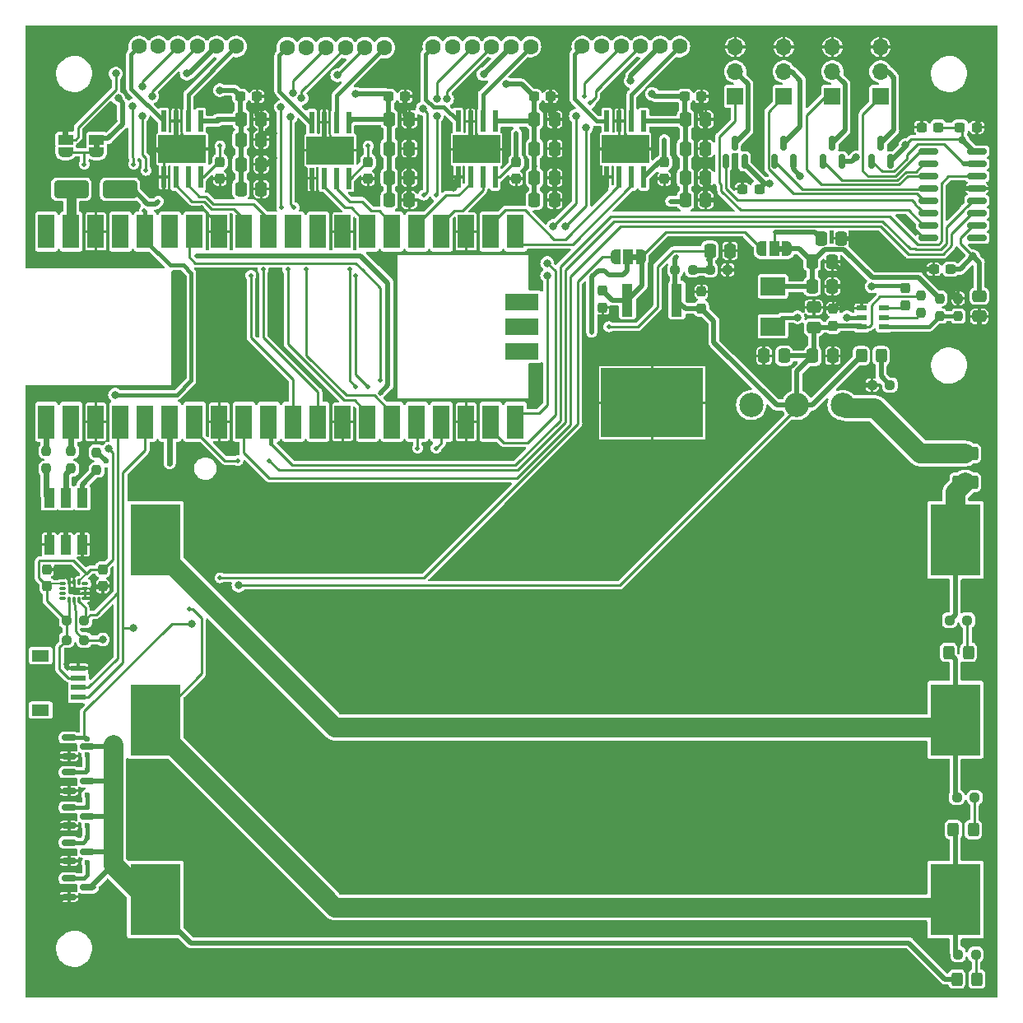
<source format=gbr>
%TF.GenerationSoftware,KiCad,Pcbnew,7.0.2-0*%
%TF.CreationDate,2024-05-31T06:07:32-07:00*%
%TF.ProjectId,version_1,76657273-696f-46e5-9f31-2e6b69636164,rev?*%
%TF.SameCoordinates,Original*%
%TF.FileFunction,Copper,L1,Top*%
%TF.FilePolarity,Positive*%
%FSLAX46Y46*%
G04 Gerber Fmt 4.6, Leading zero omitted, Abs format (unit mm)*
G04 Created by KiCad (PCBNEW 7.0.2-0) date 2024-05-31 06:07:32*
%MOMM*%
%LPD*%
G01*
G04 APERTURE LIST*
G04 Aperture macros list*
%AMRoundRect*
0 Rectangle with rounded corners*
0 $1 Rounding radius*
0 $2 $3 $4 $5 $6 $7 $8 $9 X,Y pos of 4 corners*
0 Add a 4 corners polygon primitive as box body*
4,1,4,$2,$3,$4,$5,$6,$7,$8,$9,$2,$3,0*
0 Add four circle primitives for the rounded corners*
1,1,$1+$1,$2,$3*
1,1,$1+$1,$4,$5*
1,1,$1+$1,$6,$7*
1,1,$1+$1,$8,$9*
0 Add four rect primitives between the rounded corners*
20,1,$1+$1,$2,$3,$4,$5,0*
20,1,$1+$1,$4,$5,$6,$7,0*
20,1,$1+$1,$6,$7,$8,$9,0*
20,1,$1+$1,$8,$9,$2,$3,0*%
%AMFreePoly0*
4,1,19,0.550000,-0.750000,0.000000,-0.750000,0.000000,-0.744911,-0.071157,-0.744911,-0.207708,-0.704816,-0.327430,-0.627875,-0.420627,-0.520320,-0.479746,-0.390866,-0.500000,-0.250000,-0.500000,0.250000,-0.479746,0.390866,-0.420627,0.520320,-0.327430,0.627875,-0.207708,0.704816,-0.071157,0.744911,0.000000,0.744911,0.000000,0.750000,0.550000,0.750000,0.550000,-0.750000,0.550000,-0.750000,
$1*%
%AMFreePoly1*
4,1,19,0.000000,0.744911,0.071157,0.744911,0.207708,0.704816,0.327430,0.627875,0.420627,0.520320,0.479746,0.390866,0.500000,0.250000,0.500000,-0.250000,0.479746,-0.390866,0.420627,-0.520320,0.327430,-0.627875,0.207708,-0.704816,0.071157,-0.744911,0.000000,-0.744911,0.000000,-0.750000,-0.550000,-0.750000,-0.550000,0.750000,0.000000,0.750000,0.000000,0.744911,0.000000,0.744911,
$1*%
G04 Aperture macros list end*
%TA.AperFunction,SMDPad,CuDef*%
%ADD10RoundRect,0.250000X-0.337500X-0.475000X0.337500X-0.475000X0.337500X0.475000X-0.337500X0.475000X0*%
%TD*%
%TA.AperFunction,ComponentPad*%
%ADD11R,1.700000X1.700000*%
%TD*%
%TA.AperFunction,ComponentPad*%
%ADD12O,1.700000X1.700000*%
%TD*%
%TA.AperFunction,SMDPad,CuDef*%
%ADD13RoundRect,0.237500X0.300000X0.237500X-0.300000X0.237500X-0.300000X-0.237500X0.300000X-0.237500X0*%
%TD*%
%TA.AperFunction,SMDPad,CuDef*%
%ADD14RoundRect,0.237500X0.250000X0.237500X-0.250000X0.237500X-0.250000X-0.237500X0.250000X-0.237500X0*%
%TD*%
%TA.AperFunction,SMDPad,CuDef*%
%ADD15FreePoly0,270.000000*%
%TD*%
%TA.AperFunction,SMDPad,CuDef*%
%ADD16R,1.500000X1.000000*%
%TD*%
%TA.AperFunction,SMDPad,CuDef*%
%ADD17FreePoly1,270.000000*%
%TD*%
%TA.AperFunction,SMDPad,CuDef*%
%ADD18RoundRect,0.150000X-0.850000X-0.150000X0.850000X-0.150000X0.850000X0.150000X-0.850000X0.150000X0*%
%TD*%
%TA.AperFunction,SMDPad,CuDef*%
%ADD19FreePoly0,90.000000*%
%TD*%
%TA.AperFunction,SMDPad,CuDef*%
%ADD20FreePoly1,90.000000*%
%TD*%
%TA.AperFunction,SMDPad,CuDef*%
%ADD21RoundRect,0.237500X-0.237500X0.300000X-0.237500X-0.300000X0.237500X-0.300000X0.237500X0.300000X0*%
%TD*%
%TA.AperFunction,SMDPad,CuDef*%
%ADD22FreePoly0,180.000000*%
%TD*%
%TA.AperFunction,SMDPad,CuDef*%
%ADD23R,1.000000X1.500000*%
%TD*%
%TA.AperFunction,SMDPad,CuDef*%
%ADD24FreePoly1,180.000000*%
%TD*%
%TA.AperFunction,ComponentPad*%
%ADD25C,1.600000*%
%TD*%
%TA.AperFunction,SMDPad,CuDef*%
%ADD26RoundRect,0.237500X0.237500X-0.300000X0.237500X0.300000X-0.237500X0.300000X-0.237500X-0.300000X0*%
%TD*%
%TA.AperFunction,SMDPad,CuDef*%
%ADD27RoundRect,0.237500X-0.250000X-0.237500X0.250000X-0.237500X0.250000X0.237500X-0.250000X0.237500X0*%
%TD*%
%TA.AperFunction,SMDPad,CuDef*%
%ADD28R,0.500000X2.200000*%
%TD*%
%TA.AperFunction,ComponentPad*%
%ADD29C,0.630000*%
%TD*%
%TA.AperFunction,SMDPad,CuDef*%
%ADD30R,4.900000X2.950000*%
%TD*%
%TA.AperFunction,SMDPad,CuDef*%
%ADD31R,1.550013X0.600000*%
%TD*%
%TA.AperFunction,SMDPad,CuDef*%
%ADD32R,1.800000X1.200000*%
%TD*%
%TA.AperFunction,SMDPad,CuDef*%
%ADD33R,2.500000X1.900000*%
%TD*%
%TA.AperFunction,SMDPad,CuDef*%
%ADD34RoundRect,0.237500X-0.300000X-0.237500X0.300000X-0.237500X0.300000X0.237500X-0.300000X0.237500X0*%
%TD*%
%TA.AperFunction,SMDPad,CuDef*%
%ADD35RoundRect,0.237500X0.237500X-0.250000X0.237500X0.250000X-0.237500X0.250000X-0.237500X-0.250000X0*%
%TD*%
%TA.AperFunction,SMDPad,CuDef*%
%ADD36RoundRect,0.150000X-0.587500X-0.150000X0.587500X-0.150000X0.587500X0.150000X-0.587500X0.150000X0*%
%TD*%
%TA.AperFunction,SMDPad,CuDef*%
%ADD37R,1.072009X0.532004*%
%TD*%
%TA.AperFunction,SMDPad,CuDef*%
%ADD38RoundRect,0.250000X0.325000X0.450000X-0.325000X0.450000X-0.325000X-0.450000X0.325000X-0.450000X0*%
%TD*%
%TA.AperFunction,SMDPad,CuDef*%
%ADD39RoundRect,0.250000X-0.475000X0.337500X-0.475000X-0.337500X0.475000X-0.337500X0.475000X0.337500X0*%
%TD*%
%TA.AperFunction,SMDPad,CuDef*%
%ADD40RoundRect,0.150000X0.150000X-0.587500X0.150000X0.587500X-0.150000X0.587500X-0.150000X-0.587500X0*%
%TD*%
%TA.AperFunction,SMDPad,CuDef*%
%ADD41RoundRect,0.250001X-1.074999X0.462499X-1.074999X-0.462499X1.074999X-0.462499X1.074999X0.462499X0*%
%TD*%
%TA.AperFunction,SMDPad,CuDef*%
%ADD42R,1.700000X3.500000*%
%TD*%
%TA.AperFunction,SMDPad,CuDef*%
%ADD43R,3.500000X1.700000*%
%TD*%
%TA.AperFunction,SMDPad,CuDef*%
%ADD44RoundRect,0.250000X0.337500X0.475000X-0.337500X0.475000X-0.337500X-0.475000X0.337500X-0.475000X0*%
%TD*%
%TA.AperFunction,SMDPad,CuDef*%
%ADD45RoundRect,0.250000X-1.500000X-0.650000X1.500000X-0.650000X1.500000X0.650000X-1.500000X0.650000X0*%
%TD*%
%TA.AperFunction,ComponentPad*%
%ADD46C,2.500000*%
%TD*%
%TA.AperFunction,SMDPad,CuDef*%
%ADD47R,5.200000X7.400000*%
%TD*%
%TA.AperFunction,SMDPad,CuDef*%
%ADD48RoundRect,0.087500X0.225000X0.087500X-0.225000X0.087500X-0.225000X-0.087500X0.225000X-0.087500X0*%
%TD*%
%TA.AperFunction,SMDPad,CuDef*%
%ADD49RoundRect,0.087500X0.087500X0.225000X-0.087500X0.225000X-0.087500X-0.225000X0.087500X-0.225000X0*%
%TD*%
%TA.AperFunction,SMDPad,CuDef*%
%ADD50RoundRect,0.237500X-0.237500X0.250000X-0.237500X-0.250000X0.237500X-0.250000X0.237500X0.250000X0*%
%TD*%
%TA.AperFunction,SMDPad,CuDef*%
%ADD51RoundRect,0.250000X0.475000X-0.337500X0.475000X0.337500X-0.475000X0.337500X-0.475000X-0.337500X0*%
%TD*%
%TA.AperFunction,SMDPad,CuDef*%
%ADD52R,1.134011X3.358547*%
%TD*%
%TA.AperFunction,SMDPad,CuDef*%
%ADD53R,10.566421X7.180544*%
%TD*%
%TA.AperFunction,SMDPad,CuDef*%
%ADD54R,1.100000X2.000000*%
%TD*%
%TA.AperFunction,ViaPad*%
%ADD55C,0.600000*%
%TD*%
%TA.AperFunction,ViaPad*%
%ADD56C,0.800000*%
%TD*%
%TA.AperFunction,ViaPad*%
%ADD57C,0.500000*%
%TD*%
%TA.AperFunction,Conductor*%
%ADD58C,0.400000*%
%TD*%
%TA.AperFunction,Conductor*%
%ADD59C,0.508000*%
%TD*%
%TA.AperFunction,Conductor*%
%ADD60C,0.250000*%
%TD*%
%TA.AperFunction,Conductor*%
%ADD61C,0.254000*%
%TD*%
%TA.AperFunction,Conductor*%
%ADD62C,0.152400*%
%TD*%
%TA.AperFunction,Conductor*%
%ADD63C,2.032000*%
%TD*%
%TA.AperFunction,Conductor*%
%ADD64C,1.000000*%
%TD*%
%TA.AperFunction,Conductor*%
%ADD65C,0.600000*%
%TD*%
G04 APERTURE END LIST*
%TA.AperFunction,EtchedComponent*%
%TO.C,JP2*%
G36*
X24430000Y-31350000D02*
G01*
X23830000Y-31350000D01*
X23830000Y-30850000D01*
X24430000Y-30850000D01*
X24430000Y-31350000D01*
G37*
%TD.AperFunction*%
%TA.AperFunction,EtchedComponent*%
%TO.C,JP3*%
G36*
X27605000Y-32650000D02*
G01*
X27005000Y-32650000D01*
X27005000Y-32150000D01*
X27605000Y-32150000D01*
X27605000Y-32650000D01*
G37*
%TD.AperFunction*%
%TA.AperFunction,EtchedComponent*%
%TO.C,JP4*%
G36*
X97900000Y-43300000D02*
G01*
X97400000Y-43300000D01*
X97400000Y-42700000D01*
X97900000Y-42700000D01*
X97900000Y-43300000D01*
G37*
%TD.AperFunction*%
%TA.AperFunction,EtchedComponent*%
%TO.C,JP1*%
G36*
X82900000Y-44115000D02*
G01*
X82400000Y-44115000D01*
X82400000Y-43515000D01*
X82900000Y-43515000D01*
X82900000Y-44115000D01*
G37*
%TD.AperFunction*%
%TD*%
D10*
%TO.P,C37,1*%
%TO.N,VCC*%
X72354000Y-37973000D03*
%TO.P,C37,2*%
%TO.N,GND*%
X74429000Y-37973000D03*
%TD*%
D11*
%TO.P,M8,1,PWM*%
%TO.N,/Servo/PWM*%
X107950000Y-27305000D03*
D12*
%TO.P,M8,2,+*%
%TO.N,Net-(M8-+)*%
X107950000Y-24765000D03*
%TO.P,M8,3,-*%
%TO.N,GND*%
X107950000Y-22225000D03*
%TD*%
D13*
%TO.P,C60,1*%
%TO.N,+5V*%
X95477500Y-36830000D03*
%TO.P,C60,2*%
%TO.N,GND*%
X93752500Y-36830000D03*
%TD*%
D14*
%TO.P,R27,1*%
%TO.N,Net-(D7-K)*%
X116889974Y-81195026D03*
%TO.P,R27,2*%
%TO.N,Net-(F1-Pad2)*%
X115064974Y-81195026D03*
%TD*%
D15*
%TO.P,JP2,1,A*%
%TO.N,GND*%
X24130000Y-30450000D03*
D16*
%TO.P,JP2,2,C*%
%TO.N,ENC_PWR_G*%
X24130000Y-31750000D03*
D17*
%TO.P,JP2,3,B*%
%TO.N,+3.3V*%
X24130000Y-33050000D03*
%TD*%
D18*
%TO.P,U10,1,QB*%
%TO.N,/Servo/PWM*%
X112865000Y-32967973D03*
%TO.P,U10,2,QC*%
%TO.N,/Servo2/PWR*%
X112865000Y-34237973D03*
%TO.P,U10,3,QD*%
%TO.N,/Servo2/PWM*%
X112865000Y-35507973D03*
%TO.P,U10,4,QE*%
%TO.N,/Untitled Sheet4/PWR*%
X112865000Y-36777973D03*
%TO.P,U10,5,QF*%
%TO.N,/Untitled Sheet4/PWM*%
X112865000Y-38047973D03*
%TO.P,U10,6,QG*%
%TO.N,/Untitled Sheet7/PWR*%
X112865000Y-39317973D03*
%TO.P,U10,7,QH*%
%TO.N,/Untitled Sheet7/PWM*%
X112865000Y-40587973D03*
%TO.P,U10,8,GND*%
%TO.N,GND*%
X112865000Y-41857973D03*
%TO.P,U10,9,QH'*%
%TO.N,unconnected-(U10-QH'-Pad9)*%
X117865000Y-41857973D03*
%TO.P,U10,10,~{SRCLR}*%
%TO.N,+5V*%
X117865000Y-40587973D03*
%TO.P,U10,11,SRCLK*%
%TO.N,/PWM_CLK*%
X117865000Y-39317973D03*
%TO.P,U10,12,RCLK*%
%TO.N,/PWM_CS*%
X117865000Y-38047973D03*
%TO.P,U10,13,~{OE}*%
%TO.N,GND*%
X117865000Y-36777973D03*
%TO.P,U10,14,SER*%
%TO.N,/PWM_DATA*%
X117865000Y-35507973D03*
%TO.P,U10,15,QA*%
%TO.N,/Servo/PWR*%
X117865000Y-34237973D03*
%TO.P,U10,16,VCC*%
%TO.N,+5V*%
X117865000Y-32967973D03*
%TD*%
D19*
%TO.P,JP3,1,A*%
%TO.N,+3.3V*%
X27305000Y-33050000D03*
D16*
%TO.P,JP3,2,C*%
%TO.N,ENC_PWR_P*%
X27305000Y-31750000D03*
D20*
%TO.P,JP3,3,B*%
%TO.N,GND*%
X27305000Y-30450000D03*
%TD*%
D10*
%TO.P,C30,1*%
%TO.N,VCC*%
X100962500Y-54000000D03*
%TO.P,C30,2*%
%TO.N,GND*%
X103037500Y-54000000D03*
%TD*%
D21*
%TO.P,C26,1*%
%TO.N,+5V*%
X70485000Y-34062500D03*
%TO.P,C26,2*%
%TO.N,GND*%
X70485000Y-35787500D03*
%TD*%
D22*
%TO.P,JP4,1,A*%
%TO.N,Net-(JP4-A)*%
X98300000Y-43000000D03*
D23*
%TO.P,JP4,2,C*%
%TO.N,+5V*%
X97000000Y-43000000D03*
D24*
%TO.P,JP4,3,B*%
%TO.N,Linear 5V*%
X95700000Y-43000000D03*
%TD*%
D25*
%TO.P,CN3,1,1*%
%TO.N,Net-(U16-OUT2)*%
X46902999Y-22296973D03*
%TO.P,CN3,2,2*%
%TO.N,ENC_PWR_G*%
X48902999Y-22296973D03*
%TO.P,CN3,3,3*%
%TO.N,/ENCODER5*%
X50902999Y-22296973D03*
%TO.P,CN3,4,4*%
%TO.N,/ENCODER6*%
X52902999Y-22296973D03*
%TO.P,CN3,5,5*%
%TO.N,ENC_PWR_P*%
X54902999Y-22296973D03*
%TO.P,CN3,6,6*%
%TO.N,Net-(U16-OUT1)*%
X56902999Y-22296973D03*
%TD*%
D14*
%TO.P,R25,1*%
%TO.N,GND*%
X92227500Y-45155000D03*
%TO.P,R25,2*%
%TO.N,Net-(U1-GPIO28_ADC2)*%
X90402500Y-45155000D03*
%TD*%
D26*
%TO.P,C6,1*%
%TO.N,VCC*%
X89535000Y-49122500D03*
%TO.P,C6,2*%
%TO.N,GND*%
X89535000Y-47397500D03*
%TD*%
D21*
%TO.P,C7,1*%
%TO.N,Net-(U4-SW)*%
X110473500Y-47042500D03*
%TO.P,C7,2*%
%TO.N,Net-(U4-VBST)*%
X110473500Y-48767500D03*
%TD*%
D10*
%TO.P,C42,1*%
%TO.N,VCC*%
X72354000Y-35687000D03*
%TO.P,C42,2*%
%TO.N,GND*%
X74429000Y-35687000D03*
%TD*%
D27*
%TO.P,R29,1*%
%TO.N,+3.3V*%
X24217500Y-81229763D03*
%TO.P,R29,2*%
%TO.N,/SDA*%
X26042500Y-81229763D03*
%TD*%
D28*
%TO.P,U17,1,GND*%
%TO.N,GND*%
X34196000Y-35603973D03*
%TO.P,U17,2,IN2*%
%TO.N,/MR4*%
X35466000Y-35603973D03*
%TO.P,U17,3,IN1*%
%TO.N,/ML4*%
X36736000Y-35603973D03*
%TO.P,U17,4,VREF*%
%TO.N,+5V*%
X38006000Y-35603973D03*
%TO.P,U17,5,VM*%
%TO.N,VCC*%
X38006000Y-29853973D03*
%TO.P,U17,6,OUT1*%
%TO.N,Net-(U17-OUT1)*%
X36736000Y-29853973D03*
%TO.P,U17,7,ISEN*%
%TO.N,GND*%
X35466000Y-29853973D03*
%TO.P,U17,8,OUT2*%
%TO.N,Net-(U17-OUT2)*%
X34196000Y-29853973D03*
D29*
%TO.P,U17,9,GND*%
%TO.N,GND*%
X34801000Y-33378973D03*
X36101000Y-33378973D03*
X37401000Y-33378973D03*
D30*
X36101000Y-32728973D03*
D29*
X34801000Y-32078973D03*
X36101000Y-32078973D03*
X37401000Y-32078973D03*
%TD*%
D14*
%TO.P,R17,1*%
%TO.N,Net-(D3-K)*%
X117635974Y-99433026D03*
%TO.P,R17,2*%
%TO.N,Net-(D7-A)*%
X115810974Y-99433026D03*
%TD*%
D21*
%TO.P,C5,1*%
%TO.N,Linear 5V*%
X79375000Y-47302500D03*
%TO.P,C5,2*%
%TO.N,GND*%
X79375000Y-49027500D03*
%TD*%
D31*
%TO.P,U18,1,1*%
%TO.N,GND*%
X25433024Y-86130127D03*
%TO.P,U18,2,2*%
%TO.N,+3.3V*%
X25433024Y-87130127D03*
%TO.P,U18,3,3*%
%TO.N,/SDA*%
X25432516Y-88130381D03*
%TO.P,U18,4,4*%
%TO.N,/SCL*%
X25432516Y-89130381D03*
D32*
%TO.P,U18,5,5*%
%TO.N,unconnected-(U18-Pad5)*%
X21556976Y-90430102D03*
%TO.P,U18,6,6*%
%TO.N,unconnected-(U18-Pad6)*%
X21557484Y-84829898D03*
%TD*%
D33*
%TO.P,U5,1,1*%
%TO.N,Net-(U4-SW)*%
X96882500Y-50968538D03*
%TO.P,U5,2,2*%
%TO.N,Net-(JP4-A)*%
X96882500Y-46868462D03*
%TD*%
D21*
%TO.P,C50,1*%
%TO.N,+3.3V*%
X27940000Y-75972500D03*
%TO.P,C50,2*%
%TO.N,GND*%
X27940000Y-77697500D03*
%TD*%
D25*
%TO.P,CN4,1,1*%
%TO.N,Net-(U17-OUT2)*%
X31655000Y-22172973D03*
%TO.P,CN4,2,2*%
%TO.N,ENC_PWR_G*%
X33655000Y-22172973D03*
%TO.P,CN4,3,3*%
%TO.N,/ENCODER7*%
X35655000Y-22172973D03*
%TO.P,CN4,4,4*%
%TO.N,/ENCODER8*%
X37655000Y-22172973D03*
%TO.P,CN4,5,5*%
%TO.N,ENC_PWR_P*%
X39655000Y-22172973D03*
%TO.P,CN4,6,6*%
%TO.N,Net-(U17-OUT1)*%
X41655000Y-22172973D03*
%TD*%
D28*
%TO.P,U16,1,GND*%
%TO.N,GND*%
X49444000Y-35727973D03*
%TO.P,U16,2,IN2*%
%TO.N,/MR3*%
X50714000Y-35727973D03*
%TO.P,U16,3,IN1*%
%TO.N,/ML3*%
X51984000Y-35727973D03*
%TO.P,U16,4,VREF*%
%TO.N,+5V*%
X53254000Y-35727973D03*
%TO.P,U16,5,VM*%
%TO.N,VCC*%
X53254000Y-29977973D03*
%TO.P,U16,6,OUT1*%
%TO.N,Net-(U16-OUT1)*%
X51984000Y-29977973D03*
%TO.P,U16,7,ISEN*%
%TO.N,GND*%
X50714000Y-29977973D03*
%TO.P,U16,8,OUT2*%
%TO.N,Net-(U16-OUT2)*%
X49444000Y-29977973D03*
D29*
%TO.P,U16,9,GND*%
%TO.N,GND*%
X50049000Y-33502973D03*
X51349000Y-33502973D03*
X52649000Y-33502973D03*
D30*
X51349000Y-32852973D03*
D29*
X50049000Y-32202973D03*
X51349000Y-32202973D03*
X52649000Y-32202973D03*
%TD*%
D10*
%TO.P,C11,1*%
%TO.N,VCC*%
X87889000Y-29667000D03*
%TO.P,C11,2*%
%TO.N,GND*%
X89964000Y-29667000D03*
%TD*%
D13*
%TO.P,C29,1*%
%TO.N,+5V*%
X113892500Y-30480000D03*
%TO.P,C29,2*%
%TO.N,GND*%
X112167500Y-30480000D03*
%TD*%
D21*
%TO.P,C28,1*%
%TO.N,+5V*%
X40005000Y-34062500D03*
%TO.P,C28,2*%
%TO.N,GND*%
X40005000Y-35787500D03*
%TD*%
D10*
%TO.P,C36,1*%
%TO.N,VCC*%
X87889000Y-37973000D03*
%TO.P,C36,2*%
%TO.N,GND*%
X89964000Y-37973000D03*
%TD*%
D28*
%TO.P,U13,1,GND*%
%TO.N,GND*%
X79804000Y-35603973D03*
%TO.P,U13,2,IN2*%
%TO.N,/MR1*%
X81074000Y-35603973D03*
%TO.P,U13,3,IN1*%
%TO.N,/ML1*%
X82344000Y-35603973D03*
%TO.P,U13,4,VREF*%
%TO.N,+5V*%
X83614000Y-35603973D03*
%TO.P,U13,5,VM*%
%TO.N,VCC*%
X83614000Y-29853973D03*
%TO.P,U13,6,OUT1*%
%TO.N,Net-(U13-OUT1)*%
X82344000Y-29853973D03*
%TO.P,U13,7,ISEN*%
%TO.N,GND*%
X81074000Y-29853973D03*
%TO.P,U13,8,OUT2*%
%TO.N,Net-(U13-OUT2)*%
X79804000Y-29853973D03*
D29*
%TO.P,U13,9,GND*%
%TO.N,GND*%
X80409000Y-33378973D03*
X81709000Y-33378973D03*
X83009000Y-33378973D03*
D30*
X81709000Y-32728973D03*
D29*
X80409000Y-32078973D03*
X81709000Y-32078973D03*
X83009000Y-32078973D03*
%TD*%
D34*
%TO.P,C4,1*%
%TO.N,VCC*%
X42090000Y-27305000D03*
%TO.P,C4,2*%
%TO.N,GND*%
X43815000Y-27305000D03*
%TD*%
D35*
%TO.P,R23,1*%
%TO.N,Net-(D6-BA)*%
X27305000Y-65747500D03*
%TO.P,R23,2*%
%TO.N,Net-(U1-GPIO4)*%
X27305000Y-63922500D03*
%TD*%
D26*
%TO.P,C14,1*%
%TO.N,VCC*%
X103087500Y-50900000D03*
%TO.P,C14,2*%
%TO.N,GND*%
X103087500Y-49175000D03*
%TD*%
D36*
%TO.P,Q25,1,G*%
%TO.N,VCC*%
X24462500Y-96825000D03*
%TO.P,Q25,2,S*%
%TO.N,GND*%
X24462500Y-98725000D03*
%TO.P,Q25,3,D*%
%TO.N,Net-(D1-A)*%
X26337500Y-97775000D03*
%TD*%
D37*
%TO.P,U4,1,GND*%
%TO.N,GND*%
X106022402Y-49087538D03*
%TO.P,U4,2,SW*%
%TO.N,Net-(U4-SW)*%
X106022402Y-50037500D03*
%TO.P,U4,3,VIN*%
%TO.N,VCC*%
X106022402Y-50987462D03*
%TO.P,U4,4,VFB*%
%TO.N,Net-(U4-VFB)*%
X108320598Y-50987462D03*
%TO.P,U4,5,EN*%
%TO.N,Net-(U4-EN)*%
X108320598Y-50037500D03*
%TO.P,U4,6,VBST*%
%TO.N,Net-(U4-VBST)*%
X108320598Y-49087538D03*
%TD*%
D34*
%TO.P,C3,1*%
%TO.N,VCC*%
X57330000Y-27305000D03*
%TO.P,C3,2*%
%TO.N,GND*%
X59055000Y-27305000D03*
%TD*%
D38*
%TO.P,D1,1,K*%
%TO.N,Net-(D1-K)*%
X117865000Y-118110000D03*
%TO.P,D1,2,A*%
%TO.N,Net-(D1-A)*%
X115815000Y-118110000D03*
%TD*%
D11*
%TO.P,M6,1,PWM*%
%TO.N,/Untitled Sheet4/PWM*%
X98000000Y-27305000D03*
D12*
%TO.P,M6,2,+*%
%TO.N,Net-(M6-+)*%
X98000000Y-24765000D03*
%TO.P,M6,3,-*%
%TO.N,GND*%
X98000000Y-22225000D03*
%TD*%
D39*
%TO.P,C59,1*%
%TO.N,+5V*%
X118110000Y-47857500D03*
%TO.P,C59,2*%
%TO.N,GND*%
X118110000Y-49932500D03*
%TD*%
D40*
%TO.P,Q17,1,G*%
%TO.N,/Untitled Sheet7/PWR*%
X92050000Y-33980473D03*
%TO.P,Q17,2,S*%
%TO.N,+5V*%
X93950000Y-33980473D03*
%TO.P,Q17,3,D*%
%TO.N,Net-(M5-+)*%
X93000000Y-32105473D03*
%TD*%
D10*
%TO.P,C39,1*%
%TO.N,VCC*%
X42169000Y-36830000D03*
%TO.P,C39,2*%
%TO.N,GND*%
X44244000Y-36830000D03*
%TD*%
D21*
%TO.P,C25,1*%
%TO.N,+5V*%
X85725000Y-34062500D03*
%TO.P,C25,2*%
%TO.N,GND*%
X85725000Y-35787500D03*
%TD*%
D11*
%TO.P,M5,1,PWM*%
%TO.N,/Untitled Sheet7/PWM*%
X93000000Y-27305000D03*
D12*
%TO.P,M5,2,+*%
%TO.N,Net-(M5-+)*%
X93000000Y-24765000D03*
%TO.P,M5,3,-*%
%TO.N,GND*%
X93000000Y-22225000D03*
%TD*%
D38*
%TO.P,D7,1,K*%
%TO.N,Net-(D7-K)*%
X117002474Y-84497026D03*
%TO.P,D7,2,A*%
%TO.N,Net-(D7-A)*%
X114952474Y-84497026D03*
%TD*%
%TO.P,D3,1,K*%
%TO.N,Net-(D3-K)*%
X117494474Y-102735026D03*
%TO.P,D3,2,A*%
%TO.N,1S*%
X115444474Y-102735026D03*
%TD*%
D34*
%TO.P,C2,1*%
%TO.N,VCC*%
X72275000Y-27305000D03*
%TO.P,C2,2*%
%TO.N,GND*%
X74000000Y-27305000D03*
%TD*%
D25*
%TO.P,CN2,1,1*%
%TO.N,Net-(U15-OUT2)*%
X61942999Y-22188973D03*
%TO.P,CN2,2,2*%
%TO.N,ENC_PWR_G*%
X63942999Y-22188973D03*
%TO.P,CN2,3,3*%
%TO.N,/ENCODER3*%
X65942999Y-22188973D03*
%TO.P,CN2,4,4*%
%TO.N,/ENCODER4*%
X67942999Y-22188973D03*
%TO.P,CN2,5,5*%
%TO.N,ENC_PWR_P*%
X69942999Y-22188973D03*
%TO.P,CN2,6,6*%
%TO.N,Net-(U15-OUT1)*%
X71942999Y-22188973D03*
%TD*%
D10*
%TO.P,C54,1*%
%TO.N,VCC*%
X42169000Y-34290000D03*
%TO.P,C54,2*%
%TO.N,GND*%
X44244000Y-34290000D03*
%TD*%
D41*
%TO.P,F1,1*%
%TO.N,Net-(F1-Pad1)*%
X116662000Y-64045263D03*
%TO.P,F1,2*%
%TO.N,Net-(F1-Pad2)*%
X116662000Y-67020263D03*
%TD*%
D28*
%TO.P,U15,1,GND*%
%TO.N,GND*%
X64484000Y-35619973D03*
%TO.P,U15,2,IN2*%
%TO.N,/MR2*%
X65754000Y-35619973D03*
%TO.P,U15,3,IN1*%
%TO.N,/ML2*%
X67024000Y-35619973D03*
%TO.P,U15,4,VREF*%
%TO.N,+5V*%
X68294000Y-35619973D03*
%TO.P,U15,5,VM*%
%TO.N,VCC*%
X68294000Y-29869973D03*
%TO.P,U15,6,OUT1*%
%TO.N,Net-(U15-OUT1)*%
X67024000Y-29869973D03*
%TO.P,U15,7,ISEN*%
%TO.N,GND*%
X65754000Y-29869973D03*
%TO.P,U15,8,OUT2*%
%TO.N,Net-(U15-OUT2)*%
X64484000Y-29869973D03*
D29*
%TO.P,U15,9,GND*%
%TO.N,GND*%
X65089000Y-33394973D03*
X66389000Y-33394973D03*
X67689000Y-33394973D03*
D30*
X66389000Y-32744973D03*
D29*
X65089000Y-32094973D03*
X66389000Y-32094973D03*
X67689000Y-32094973D03*
%TD*%
D42*
%TO.P,U1,1,GPIO0*%
%TO.N,Net-(U1-GPIO0)*%
X22145000Y-60790000D03*
%TO.P,U1,2,GPIO1*%
%TO.N,Net-(U1-GPIO1)*%
X24685000Y-60790000D03*
%TO.P,U1,3,GND*%
%TO.N,GND*%
X27225000Y-60790000D03*
%TO.P,U1,4,GPIO2*%
%TO.N,/SDA*%
X29765000Y-60790000D03*
%TO.P,U1,5,GPIO3*%
%TO.N,/SCL*%
X32305000Y-60790000D03*
%TO.P,U1,6,GPIO4*%
%TO.N,Net-(U1-GPIO4)*%
X34845000Y-60790000D03*
%TO.P,U1,7,GPIO5*%
%TO.N,/PWM_CS*%
X37385000Y-60790000D03*
%TO.P,U1,8,GND*%
%TO.N,GND*%
X39925000Y-60790000D03*
%TO.P,U1,9,GPIO6*%
%TO.N,/PWM_CLK*%
X42465000Y-60790000D03*
%TO.P,U1,10,GPIO7*%
%TO.N,/PWM_DATA*%
X45005000Y-60790000D03*
%TO.P,U1,11,GPIO8*%
%TO.N,/ENCODER7*%
X47545000Y-60790000D03*
%TO.P,U1,12,GPIO9*%
%TO.N,/ENCODER8*%
X50085000Y-60790000D03*
%TO.P,U1,13,GND*%
%TO.N,GND*%
X52625000Y-60790000D03*
%TO.P,U1,14,GPIO10*%
%TO.N,/ENCODER5*%
X55165000Y-60790000D03*
%TO.P,U1,15,GPIO11*%
%TO.N,/ENCODER6*%
X57705000Y-60790000D03*
%TO.P,U1,16,GPIO12*%
%TO.N,/ENCODER3*%
X60245000Y-60790000D03*
%TO.P,U1,17,GPIO13*%
%TO.N,/ENCODER4*%
X62785000Y-60790000D03*
%TO.P,U1,18,GND*%
%TO.N,GND*%
X65325000Y-60790000D03*
%TO.P,U1,19,GPIO14*%
%TO.N,/ENCODER1*%
X67865000Y-60790000D03*
%TO.P,U1,20,GPIO15*%
%TO.N,/ENCODER2*%
X70405000Y-60790000D03*
%TO.P,U1,21,GPIO16*%
%TO.N,/ML1*%
X70405000Y-41210000D03*
%TO.P,U1,22,GPIO17*%
%TO.N,/MR1*%
X67865000Y-41210000D03*
%TO.P,U1,23,GND*%
%TO.N,GND*%
X65325000Y-41210000D03*
%TO.P,U1,24,GPIO18*%
%TO.N,/ML2*%
X62785000Y-41210000D03*
%TO.P,U1,25,GPIO19*%
%TO.N,/MR2*%
X60245000Y-41210000D03*
%TO.P,U1,26,GPIO20*%
%TO.N,/ML3*%
X57705000Y-41210000D03*
%TO.P,U1,27,GPIO21*%
%TO.N,/MR3*%
X55165000Y-41210000D03*
%TO.P,U1,28,GND*%
%TO.N,GND*%
X52625000Y-41210000D03*
%TO.P,U1,29,GPIO22*%
%TO.N,unconnected-(U1-GPIO22-Pad29)*%
X50085000Y-41210000D03*
%TO.P,U1,30,RUN*%
%TO.N,unconnected-(U1-RUN-Pad30)*%
X47545000Y-41210000D03*
%TO.P,U1,31,GPIO26_ADC0*%
%TO.N,/ML4*%
X45005000Y-41210000D03*
%TO.P,U1,32,GPIO27_ADC1*%
%TO.N,/MR4*%
X42465000Y-41210000D03*
%TO.P,U1,33,AGND*%
%TO.N,GND*%
X39925000Y-41210000D03*
%TO.P,U1,34,GPIO28_ADC2*%
%TO.N,Net-(U1-GPIO28_ADC2)*%
X37385000Y-41210000D03*
%TO.P,U1,35,ADC_VREF*%
%TO.N,unconnected-(U1-ADC_VREF-Pad35)*%
X34845000Y-41210000D03*
%TO.P,U1,36,3V3*%
%TO.N,+3.3V*%
X32305000Y-41210000D03*
%TO.P,U1,37,3V3_EN*%
%TO.N,unconnected-(U1-3V3_EN-Pad37)*%
X29765000Y-41210000D03*
%TO.P,U1,38,GND*%
%TO.N,GND*%
X27225000Y-41210000D03*
%TO.P,U1,39,VSYS*%
%TO.N,Net-(D5-K)*%
X24685000Y-41210000D03*
%TO.P,U1,40,VBUS*%
%TO.N,unconnected-(U1-VBUS-Pad40)*%
X22145000Y-41210000D03*
D12*
%TO.P,U1,41,SWCLK*%
%TO.N,unconnected-(U1-SWCLK-Pad41)*%
X70175000Y-53540000D03*
D43*
X71075000Y-53540000D03*
D11*
%TO.P,U1,42,GND*%
%TO.N,unconnected-(U1-GND-Pad42)*%
X70175000Y-51000000D03*
D43*
X71075000Y-51000000D03*
D12*
%TO.P,U1,43,SWDIO*%
%TO.N,unconnected-(U1-SWDIO-Pad43)*%
X70175000Y-48460000D03*
D43*
X71075000Y-48460000D03*
%TD*%
D44*
%TO.P,C13,1*%
%TO.N,VCC*%
X98037500Y-54000000D03*
%TO.P,C13,2*%
%TO.N,GND*%
X95962500Y-54000000D03*
%TD*%
D10*
%TO.P,C47,1*%
%TO.N,VCC*%
X57409000Y-35687000D03*
%TO.P,C47,2*%
%TO.N,GND*%
X59484000Y-35687000D03*
%TD*%
D14*
%TO.P,R20,1*%
%TO.N,Net-(D1-K)*%
X117752500Y-115570000D03*
%TO.P,R20,2*%
%TO.N,1S*%
X115927500Y-115570000D03*
%TD*%
D10*
%TO.P,C38,1*%
%TO.N,VCC*%
X57409000Y-37973000D03*
%TO.P,C38,2*%
%TO.N,GND*%
X59484000Y-37973000D03*
%TD*%
%TO.P,C45,1*%
%TO.N,VCC*%
X57409000Y-29667000D03*
%TO.P,C45,2*%
%TO.N,GND*%
X59484000Y-29667000D03*
%TD*%
%TO.P,C46,1*%
%TO.N,VCC*%
X57409000Y-32676999D03*
%TO.P,C46,2*%
%TO.N,GND*%
X59484000Y-32676999D03*
%TD*%
D35*
%TO.P,R4,1*%
%TO.N,Net-(U4-EN)*%
X112122500Y-49576500D03*
%TO.P,R4,2*%
%TO.N,VCC*%
X112122500Y-47751500D03*
%TD*%
D27*
%TO.P,R26,1*%
%TO.N,VCC*%
X86827500Y-45155000D03*
%TO.P,R26,2*%
%TO.N,Net-(U1-GPIO28_ADC2)*%
X88652500Y-45155000D03*
%TD*%
%TO.P,R30,1*%
%TO.N,+3.3V*%
X24217500Y-83229763D03*
%TO.P,R30,2*%
%TO.N,/SCL*%
X26042500Y-83229763D03*
%TD*%
D35*
%TO.P,R21,1*%
%TO.N,Net-(D6-RA)*%
X22145000Y-65610000D03*
%TO.P,R21,2*%
%TO.N,Net-(U1-GPIO0)*%
X22145000Y-63785000D03*
%TD*%
D10*
%TO.P,C58,1*%
%TO.N,Net-(JP4-A)*%
X100925000Y-46863500D03*
%TO.P,C58,2*%
%TO.N,GND*%
X103000000Y-46863500D03*
%TD*%
D34*
%TO.P,C1,1*%
%TO.N,VCC*%
X87810000Y-27305000D03*
%TO.P,C1,2*%
%TO.N,GND*%
X89535000Y-27305000D03*
%TD*%
D36*
%TO.P,Q24,1,G*%
%TO.N,VCC*%
X24462500Y-93275000D03*
%TO.P,Q24,2,S*%
%TO.N,GND*%
X24462500Y-95175000D03*
%TO.P,Q24,3,D*%
%TO.N,Net-(D1-A)*%
X26337500Y-94225000D03*
%TD*%
D11*
%TO.P,M7,1,PWM*%
%TO.N,/Servo2/PWM*%
X103000000Y-27305000D03*
D12*
%TO.P,M7,2,+*%
%TO.N,Net-(M7-+)*%
X103000000Y-24765000D03*
%TO.P,M7,3,-*%
%TO.N,GND*%
X103000000Y-22225000D03*
%TD*%
D10*
%TO.P,C15,1*%
%TO.N,Net-(U1-GPIO28_ADC2)*%
X90402500Y-43180000D03*
%TO.P,C15,2*%
%TO.N,GND*%
X92477500Y-43180000D03*
%TD*%
D45*
%TO.P,D5,1,K*%
%TO.N,Net-(D5-K)*%
X24700000Y-36860000D03*
%TO.P,D5,2,A*%
%TO.N,Net-(D5-A)*%
X29700000Y-36860000D03*
%TD*%
D46*
%TO.P,U2,1,1*%
%TO.N,Net-(F1-Pad1)*%
X104050025Y-59055000D03*
%TO.P,U2,2,2*%
%TO.N,VCC*%
X99350000Y-59055000D03*
%TO.P,U2,3,3*%
%TO.N,unconnected-(U2-Pad3)*%
X94649975Y-59055000D03*
%TD*%
D47*
%TO.P,U6,1,1*%
%TO.N,Net-(D7-A)*%
X33350000Y-72940000D03*
%TO.P,U6,2,2*%
%TO.N,Net-(F1-Pad2)*%
X115649974Y-72940000D03*
%TO.P,U6,3,3*%
%TO.N,1S*%
X33350000Y-91440127D03*
%TO.P,U6,4,4*%
%TO.N,Net-(D7-A)*%
X115649974Y-91440127D03*
%TO.P,U6,5,5*%
%TO.N,Net-(D1-A)*%
X33350000Y-109940000D03*
%TO.P,U6,6,6*%
%TO.N,1S*%
X115649974Y-109940000D03*
%TD*%
D48*
%TO.P,U12,1,SDO/SA0*%
%TO.N,GND*%
X26117500Y-78942263D03*
%TO.P,U12,2,SDX*%
X26117500Y-78442263D03*
%TO.P,U12,3,SCX*%
X26117500Y-77942263D03*
%TO.P,U12,4,INT1*%
%TO.N,unconnected-(U12-INT1-Pad4)*%
X26117500Y-77442263D03*
D49*
%TO.P,U12,5,VDDIO*%
%TO.N,+3.3V*%
X25455000Y-77279763D03*
%TO.P,U12,6,GND*%
%TO.N,GND*%
X24955000Y-77279763D03*
%TO.P,U12,7,GND*%
X24455000Y-77279763D03*
D48*
%TO.P,U12,8,VDD*%
%TO.N,+3.3V*%
X23792500Y-77442263D03*
%TO.P,U12,9,INT2*%
%TO.N,unconnected-(U12-INT2-Pad9)*%
X23792500Y-77942263D03*
%TO.P,U12,10,NC*%
%TO.N,unconnected-(U12-NC-Pad10)*%
X23792500Y-78442263D03*
%TO.P,U12,11,NC*%
%TO.N,unconnected-(U12-NC-Pad11)*%
X23792500Y-78942263D03*
D49*
%TO.P,U12,12,CS*%
%TO.N,+3.3V*%
X24455000Y-79104763D03*
%TO.P,U12,13,SCL*%
%TO.N,/SCL*%
X24955000Y-79104763D03*
%TO.P,U12,14,SDA*%
%TO.N,/SDA*%
X25455000Y-79104763D03*
%TD*%
D22*
%TO.P,JP1,1,A*%
%TO.N,Linear 5V*%
X83300000Y-43815000D03*
D23*
%TO.P,JP1,2,C*%
%TO.N,Net-(D5-A)*%
X82000000Y-43815000D03*
D24*
%TO.P,JP1,3,B*%
%TO.N,1S*%
X80700000Y-43815000D03*
%TD*%
D13*
%TO.P,C61,1*%
%TO.N,+5V*%
X115162500Y-45085000D03*
%TO.P,C61,2*%
%TO.N,GND*%
X113437500Y-45085000D03*
%TD*%
D10*
%TO.P,C8,1*%
%TO.N,+5V*%
X101832500Y-41910000D03*
%TO.P,C8,2*%
%TO.N,GND*%
X103907500Y-41910000D03*
%TD*%
D21*
%TO.P,C27,1*%
%TO.N,+5V*%
X55245000Y-34062500D03*
%TO.P,C27,2*%
%TO.N,GND*%
X55245000Y-35787500D03*
%TD*%
D36*
%TO.P,Q22,1,G*%
%TO.N,VCC*%
X24462500Y-100450000D03*
%TO.P,Q22,2,S*%
%TO.N,GND*%
X24462500Y-102350000D03*
%TO.P,Q22,3,D*%
%TO.N,Net-(D1-A)*%
X26337500Y-101400000D03*
%TD*%
D10*
%TO.P,C52,1*%
%TO.N,VCC*%
X42169000Y-29667000D03*
%TO.P,C52,2*%
%TO.N,GND*%
X44244000Y-29667000D03*
%TD*%
D26*
%TO.P,C16,1*%
%TO.N,+3.3V*%
X22225000Y-77697500D03*
%TO.P,C16,2*%
%TO.N,GND*%
X22225000Y-75972500D03*
%TD*%
D25*
%TO.P,CN1,1,1*%
%TO.N,Net-(U13-OUT2)*%
X77262999Y-22172973D03*
%TO.P,CN1,2,2*%
%TO.N,ENC_PWR_G*%
X79262999Y-22172973D03*
%TO.P,CN1,3,3*%
%TO.N,/ENCODER1*%
X81262999Y-22172973D03*
%TO.P,CN1,4,4*%
%TO.N,/ENCODER2*%
X83262999Y-22172973D03*
%TO.P,CN1,5,5*%
%TO.N,ENC_PWR_P*%
X85262999Y-22172973D03*
%TO.P,CN1,6,6*%
%TO.N,Net-(U13-OUT1)*%
X87262999Y-22172973D03*
%TD*%
D50*
%TO.P,R3,1*%
%TO.N,GND*%
X115932500Y-48087500D03*
%TO.P,R3,2*%
%TO.N,Net-(U4-VFB)*%
X115932500Y-49912500D03*
%TD*%
D51*
%TO.P,C31,1*%
%TO.N,VCC*%
X101087500Y-51075000D03*
%TO.P,C31,2*%
%TO.N,GND*%
X101087500Y-49000000D03*
%TD*%
D10*
%TO.P,C57,1*%
%TO.N,Net-(JP4-A)*%
X100925000Y-44323500D03*
%TO.P,C57,2*%
%TO.N,GND*%
X103000000Y-44323500D03*
%TD*%
D40*
%TO.P,Q18,1,G*%
%TO.N,/Untitled Sheet4/PWR*%
X97050000Y-33980473D03*
%TO.P,Q18,2,S*%
%TO.N,+5V*%
X98950000Y-33980473D03*
%TO.P,Q18,3,D*%
%TO.N,Net-(M6-+)*%
X98000000Y-32105473D03*
%TD*%
D36*
%TO.P,Q23,1,G*%
%TO.N,VCC*%
X24462500Y-107750000D03*
%TO.P,Q23,2,S*%
%TO.N,GND*%
X24462500Y-109650000D03*
%TO.P,Q23,3,D*%
%TO.N,Net-(D1-A)*%
X26337500Y-108700000D03*
%TD*%
D10*
%TO.P,C53,1*%
%TO.N,VCC*%
X42169000Y-31750000D03*
%TO.P,C53,2*%
%TO.N,GND*%
X44244000Y-31750000D03*
%TD*%
D38*
%TO.P,D4,1,K*%
%TO.N,Net-(D4-K)*%
X108025000Y-54000000D03*
%TO.P,D4,2,A*%
%TO.N,VCC*%
X105975000Y-54000000D03*
%TD*%
D10*
%TO.P,C32,1*%
%TO.N,VCC*%
X87889000Y-32676999D03*
%TO.P,C32,2*%
%TO.N,GND*%
X89964000Y-32676999D03*
%TD*%
D40*
%TO.P,Q20,1,G*%
%TO.N,/Servo/PWR*%
X107050000Y-33980473D03*
%TO.P,Q20,2,S*%
%TO.N,+5V*%
X108950000Y-33980473D03*
%TO.P,Q20,3,D*%
%TO.N,Net-(M8-+)*%
X108000000Y-32105473D03*
%TD*%
D10*
%TO.P,C41,1*%
%TO.N,VCC*%
X72354000Y-32676999D03*
%TO.P,C41,2*%
%TO.N,GND*%
X74429000Y-32676999D03*
%TD*%
%TO.P,C40,1*%
%TO.N,VCC*%
X72354000Y-29667000D03*
%TO.P,C40,2*%
%TO.N,GND*%
X74429000Y-29667000D03*
%TD*%
D34*
%TO.P,C51,1*%
%TO.N,+5V*%
X116127000Y-30480000D03*
%TO.P,C51,2*%
%TO.N,GND*%
X117852000Y-30480000D03*
%TD*%
D36*
%TO.P,Q21,1,G*%
%TO.N,VCC*%
X24462500Y-104050000D03*
%TO.P,Q21,2,S*%
%TO.N,GND*%
X24462500Y-105950000D03*
%TO.P,Q21,3,D*%
%TO.N,Net-(D1-A)*%
X26337500Y-105000000D03*
%TD*%
D40*
%TO.P,Q19,1,G*%
%TO.N,/Servo2/PWR*%
X102050000Y-33980473D03*
%TO.P,Q19,2,S*%
%TO.N,+5V*%
X103950000Y-33980473D03*
%TO.P,Q19,3,D*%
%TO.N,Net-(M7-+)*%
X103000000Y-32105473D03*
%TD*%
D27*
%TO.P,R1,1*%
%TO.N,GND*%
X107087500Y-57000000D03*
%TO.P,R1,2*%
%TO.N,Net-(D4-K)*%
X108912500Y-57000000D03*
%TD*%
D10*
%TO.P,C33,1*%
%TO.N,VCC*%
X87889000Y-35687000D03*
%TO.P,C33,2*%
%TO.N,GND*%
X89964000Y-35687000D03*
%TD*%
D35*
%TO.P,R2,1*%
%TO.N,Net-(U4-VFB)*%
X114027500Y-49912500D03*
%TO.P,R2,2*%
%TO.N,Net-(JP4-A)*%
X114027500Y-48087500D03*
%TD*%
D52*
%TO.P,U3,1,IN*%
%TO.N,VCC*%
X86995005Y-48258731D03*
%TO.P,U3,3,OUT*%
%TO.N,Linear 5V*%
X81914995Y-48258731D03*
D53*
%TO.P,U3,4,GND*%
%TO.N,GND*%
X84455000Y-58830487D03*
%TD*%
D54*
%TO.P,D6,1,RK*%
%TO.N,GND*%
X22430000Y-73415000D03*
%TO.P,D6,2,GK*%
X24130000Y-73415000D03*
%TO.P,D6,3,BK*%
X25830000Y-73415000D03*
%TO.P,D6,4,BA*%
%TO.N,Net-(D6-BA)*%
X25830000Y-68615000D03*
%TO.P,D6,5,GA*%
%TO.N,Net-(D6-GA)*%
X24130000Y-68615000D03*
%TO.P,D6,6,RA*%
%TO.N,Net-(D6-RA)*%
X22430000Y-68615000D03*
%TD*%
D35*
%TO.P,R22,1*%
%TO.N,Net-(D6-GA)*%
X24685000Y-65610000D03*
%TO.P,R22,2*%
%TO.N,Net-(U1-GPIO1)*%
X24685000Y-63785000D03*
%TD*%
D55*
%TO.N,VCC*%
X26362500Y-103620000D03*
X26362500Y-106160000D03*
X26362500Y-100445000D03*
D56*
X37087552Y-81562449D03*
X41910000Y-77615500D03*
D57*
X86360000Y-38100000D03*
D55*
X26362500Y-96635000D03*
X26362500Y-95024500D03*
X26362500Y-93425500D03*
D56*
X69421014Y-26035000D03*
X40005000Y-26670000D03*
D57*
X86995000Y-43815000D03*
D55*
X26362500Y-102350000D03*
D56*
X84455000Y-27042973D03*
D55*
X26362500Y-99175000D03*
D56*
X53975000Y-27042973D03*
%TO.N,GND*%
X52705000Y-71755000D03*
X82550000Y-61637973D03*
X80645000Y-58325000D03*
X75565000Y-72390000D03*
D57*
X105410000Y-57150000D03*
D56*
X85725000Y-105410000D03*
X50800000Y-71755000D03*
X84455000Y-60367973D03*
X97790000Y-117475000D03*
D57*
X118745000Y-51435000D03*
D56*
X88265000Y-61637973D03*
X85725000Y-103505000D03*
X97155000Y-86995000D03*
X88265000Y-56515000D03*
X45720000Y-71755000D03*
X97155000Y-68580000D03*
X89535000Y-117475000D03*
D57*
X38100000Y-38735000D03*
D56*
X74295000Y-82550000D03*
X68580000Y-38100000D03*
X74295000Y-97790000D03*
X84455000Y-56515000D03*
X100330000Y-117475000D03*
X37465000Y-117475000D03*
X61595000Y-100330000D03*
D57*
X112395000Y-45085000D03*
D56*
X45482500Y-31115000D03*
X21927500Y-93345000D03*
X85725000Y-85090000D03*
X28575000Y-21590000D03*
X80645000Y-117475000D03*
X21292500Y-109220000D03*
X86360000Y-58462973D03*
X97155000Y-80010000D03*
X40005000Y-117475000D03*
X61595000Y-104775000D03*
X95885000Y-117475000D03*
X96520000Y-100965000D03*
X34925000Y-117475000D03*
X115297500Y-47498500D03*
X74295000Y-85090000D03*
X97155000Y-75565000D03*
X48260000Y-117475000D03*
X21292500Y-95250000D03*
X62230000Y-85090000D03*
X86360000Y-60367973D03*
X74295000Y-102870000D03*
X21927500Y-107200237D03*
X21590000Y-33020000D03*
X85725000Y-100965000D03*
D57*
X24130000Y-85725000D03*
D56*
X40005000Y-50165000D03*
X118110000Y-59690000D03*
X40005000Y-52705000D03*
X42545000Y-56515000D03*
X64135000Y-117475000D03*
X82550000Y-60367973D03*
X21292500Y-97155000D03*
X29845000Y-33020000D03*
X22562500Y-94500237D03*
X88265000Y-58462973D03*
X27305000Y-43815000D03*
X86995000Y-117475000D03*
X88265000Y-60367973D03*
X40005000Y-54610000D03*
X61595000Y-97790000D03*
X26670000Y-57785000D03*
X22562500Y-97675237D03*
X80645000Y-59595000D03*
X84455000Y-58462973D03*
X21292500Y-102870000D03*
X24765000Y-71185000D03*
X85725000Y-86995000D03*
X21292500Y-99060000D03*
X45085000Y-27940000D03*
X112395000Y-59055000D03*
D57*
X93345000Y-35560000D03*
D56*
X80645000Y-56420000D03*
D57*
X118745000Y-29210000D03*
D56*
X97155000Y-85090000D03*
X22362500Y-98700000D03*
X96520000Y-98425000D03*
X85725000Y-98425000D03*
X85725000Y-82550000D03*
X107950000Y-43815000D03*
X73660000Y-117475000D03*
X105137500Y-45593500D03*
X21590000Y-81915000D03*
X21292500Y-111125000D03*
X92075000Y-117475000D03*
X22562500Y-103390237D03*
D57*
X33020000Y-32385000D03*
D56*
X66675000Y-117475000D03*
X61595000Y-102870000D03*
X50800000Y-117475000D03*
X55880000Y-37465000D03*
X62230000Y-80010000D03*
X66675000Y-64135000D03*
D57*
X40005000Y-37465000D03*
D55*
X24755000Y-78204763D03*
D56*
X48989500Y-38100000D03*
X40005000Y-47625000D03*
X115873000Y-36904973D03*
X84455000Y-61637973D03*
X74295000Y-80010000D03*
X22362500Y-101700000D03*
X85725000Y-51435000D03*
X74915500Y-28321000D03*
X114935000Y-60960000D03*
X22225000Y-28575000D03*
X102870000Y-117475000D03*
X62230000Y-86995000D03*
X75565000Y-67310000D03*
X85725000Y-80010000D03*
X96520000Y-105410000D03*
X92710000Y-48260000D03*
D57*
X90929252Y-37151626D03*
D56*
X83820000Y-38100000D03*
X22562500Y-111010237D03*
X92710000Y-50800000D03*
X78105000Y-117475000D03*
X75565000Y-69850000D03*
X22860000Y-71185000D03*
X48260000Y-71755000D03*
X86360000Y-61637973D03*
X21292500Y-105410000D03*
X80645000Y-61500000D03*
X79349500Y-36670819D03*
X82550000Y-58462973D03*
D57*
X29210000Y-29845000D03*
D56*
X59690000Y-117475000D03*
D57*
X105410000Y-41910000D03*
D56*
X85090000Y-117475000D03*
X45482500Y-33655000D03*
X53340000Y-117475000D03*
X74295000Y-86995000D03*
D57*
X22225000Y-30480000D03*
D56*
X97155000Y-82550000D03*
X24042316Y-57758725D03*
X21292500Y-100330000D03*
X97155000Y-73660000D03*
X75565000Y-74295000D03*
X62230000Y-82550000D03*
X22362500Y-95700000D03*
X61595000Y-117475000D03*
D57*
X90805000Y-31115000D03*
D56*
X21590000Y-36195000D03*
X74295000Y-100330000D03*
X22362500Y-105700000D03*
X64029500Y-36686819D03*
X74295000Y-104775000D03*
X75565000Y-117475000D03*
X21292500Y-107950000D03*
D57*
X90704500Y-34163000D03*
D56*
X53975000Y-64135000D03*
X46355000Y-117475000D03*
X86360000Y-56515000D03*
D57*
X91440000Y-38100000D03*
D56*
X27940000Y-85090000D03*
X26670000Y-71185000D03*
D57*
X110490000Y-40005000D03*
D56*
X22362500Y-109700000D03*
X33020000Y-117475000D03*
X97155000Y-71120000D03*
X105772500Y-47663000D03*
X96520000Y-103505000D03*
D57*
X112395000Y-29210000D03*
D56*
X82550000Y-56515000D03*
%TO.N,+5V*%
X110490000Y-32332973D03*
X96520000Y-36275500D03*
X116381000Y-31824973D03*
D57*
X85725000Y-31750000D03*
X70485000Y-31115000D03*
X97155000Y-41275000D03*
X40005000Y-32385000D03*
D56*
X99695000Y-35507973D03*
X117475000Y-43762973D03*
D57*
X55245000Y-32385000D03*
D56*
X105410000Y-33602973D03*
D57*
%TO.N,+3.3V*%
X26035000Y-34290000D03*
D56*
X28575000Y-63565000D03*
D57*
X32222573Y-39058849D03*
D56*
X29210000Y-58000000D03*
%TO.N,/ENCODER2*%
X73660000Y-45720000D03*
X77672388Y-30480000D03*
X75565000Y-40640000D03*
D57*
X78105000Y-27940000D03*
D56*
%TO.N,/ENCODER1*%
X76613041Y-29297545D03*
D57*
X77470000Y-27305000D03*
D56*
X73660000Y-44450000D03*
X74295000Y-40640000D03*
D57*
%TO.N,/ENCODER4*%
X62230000Y-63500000D03*
X62230000Y-37465000D03*
D56*
X63356502Y-27576413D03*
D57*
X53975000Y-45720000D03*
D56*
X62303000Y-29312973D03*
D57*
X55245000Y-57150000D03*
%TO.N,/ENCODER3*%
X53340000Y-45085000D03*
D56*
X62303000Y-27576413D03*
D57*
X60325000Y-63500000D03*
X53975000Y-57150000D03*
X60960000Y-37465000D03*
D56*
X60862209Y-28549686D03*
%TO.N,/ENCODER6*%
X48386408Y-27499802D03*
D57*
X48895000Y-45085000D03*
D56*
X47263000Y-29420973D03*
D57*
X47625000Y-38735000D03*
%TO.N,/ENCODER5*%
X46990000Y-45085000D03*
X46355000Y-38735000D03*
D56*
X47487458Y-26950473D03*
X46263000Y-28420973D03*
D57*
%TO.N,/ENCODER8*%
X44450000Y-45085000D03*
D56*
X32015000Y-29296973D03*
D57*
X32385000Y-34925000D03*
D56*
X33015000Y-27296973D03*
D57*
%TO.N,/ENCODER7*%
X31115000Y-34290000D03*
D56*
X32015000Y-26296973D03*
D57*
X43180000Y-45720000D03*
D56*
X31015000Y-28296973D03*
D57*
%TO.N,/PWM_CS*%
X45085000Y-64770000D03*
X41842500Y-64770000D03*
%TO.N,Net-(U1-GPIO28_ADC2)*%
X80010000Y-51000000D03*
X56515000Y-56515000D03*
D55*
%TO.N,Net-(U1-GPIO4)*%
X28246500Y-64835000D03*
X34825000Y-65060000D03*
D56*
%TO.N,/SCL*%
X27940000Y-83185000D03*
X31115000Y-82000000D03*
%TO.N,Net-(U4-SW)*%
X107042500Y-46863500D03*
X104502500Y-50038500D03*
X99422500Y-50038500D03*
%TO.N,ENC_PWR_G*%
X29273000Y-24966973D03*
%TO.N,ENC_PWR_P*%
X52060000Y-25135473D03*
X29527000Y-27506973D03*
X67110000Y-25021973D03*
X36575000Y-24966971D03*
X82247000Y-25728973D03*
D57*
%TO.N,1S*%
X36830000Y-80010000D03*
X40005000Y-76835000D03*
%TO.N,Net-(D5-A)*%
X33655000Y-38100000D03*
X37595454Y-43684546D03*
X78236160Y-51566160D03*
X56455682Y-57844318D03*
%TD*%
D58*
%TO.N,VCC*%
X26042500Y-107750000D02*
X24462500Y-107750000D01*
D59*
X87889000Y-35687000D02*
X87889000Y-37973000D01*
X86827500Y-45155000D02*
X86827500Y-48091226D01*
D60*
X107042500Y-50753368D02*
X107042500Y-48768500D01*
D59*
X42169000Y-34508000D02*
X42169000Y-36830000D01*
D60*
X106022402Y-50987462D02*
X106808406Y-50987462D01*
D58*
X26362500Y-96635000D02*
X26172500Y-96825000D01*
D59*
X42090000Y-27305000D02*
X42090000Y-29588000D01*
D60*
X106808406Y-50987462D02*
X107042500Y-50753368D01*
D59*
X86827500Y-45155000D02*
X86827500Y-43982500D01*
X87889000Y-32677000D02*
X87889000Y-34508000D01*
D58*
X26362500Y-103620000D02*
X25932500Y-104050000D01*
D59*
X57409000Y-37973000D02*
X57409000Y-29667000D01*
X72354000Y-32677000D02*
X72354000Y-34508000D01*
X90805000Y-50392500D02*
X89535000Y-49122500D01*
D60*
X107906000Y-47905000D02*
X111969000Y-47905000D01*
D59*
X72354000Y-34508000D02*
X72375500Y-34508000D01*
X72354000Y-29667000D02*
X72151027Y-29869973D01*
X42090000Y-29588000D02*
X42169000Y-29667000D01*
D58*
X26362500Y-100445000D02*
X26362500Y-99175000D01*
D59*
X87702027Y-29853973D02*
X83614000Y-29853973D01*
X100920000Y-59055000D02*
X105975000Y-54000000D01*
X87889000Y-35687000D02*
X87889000Y-37973000D01*
X89535000Y-49122500D02*
X87858774Y-49122500D01*
X87810000Y-27305000D02*
X87810000Y-29588000D01*
D60*
X111969000Y-47905000D02*
X112122500Y-47751500D01*
D59*
X87889000Y-34508000D02*
X87889000Y-35687000D01*
X42169000Y-29667000D02*
X42169000Y-32677000D01*
X87889000Y-29667000D02*
X87702027Y-29853973D01*
X42090000Y-27305000D02*
X41455000Y-26670000D01*
X84717027Y-27305000D02*
X84455000Y-27042973D01*
X41455000Y-26670000D02*
X40005000Y-26670000D01*
X57067973Y-27042973D02*
X53975000Y-27042973D01*
D60*
X26025000Y-93425500D02*
X26025000Y-90580127D01*
D59*
X72354000Y-29667000D02*
X72354000Y-32677000D01*
X98037500Y-54000000D02*
X100962500Y-54000000D01*
X90805000Y-52607292D02*
X90805000Y-50392500D01*
X87889000Y-32677000D02*
X87889000Y-34508000D01*
X105934940Y-50900000D02*
X106022402Y-50987462D01*
X72354000Y-35687000D02*
X72354000Y-37973000D01*
X72275000Y-29588000D02*
X72354000Y-29667000D01*
D60*
X26025000Y-90580127D02*
X35042678Y-81562449D01*
D58*
X26172500Y-96825000D02*
X24462500Y-96825000D01*
D59*
X72354000Y-34508000D02*
X72375500Y-34508000D01*
X87889000Y-29667000D02*
X87889000Y-32677000D01*
X99350000Y-59055000D02*
X97252708Y-59055000D01*
X87889000Y-34508000D02*
X87889000Y-35687000D01*
D58*
X26362500Y-106160000D02*
X26362500Y-107430000D01*
D59*
X87889000Y-34508000D02*
X87910500Y-34508000D01*
X87810000Y-27305000D02*
X84717027Y-27305000D01*
X72354000Y-32677000D02*
X72354000Y-34508000D01*
D60*
X107042500Y-48768500D02*
X107906000Y-47905000D01*
D59*
X72354000Y-29667000D02*
X72354000Y-32677000D01*
X86360000Y-38100000D02*
X87762000Y-38100000D01*
X86827500Y-43982500D02*
X86995000Y-43815000D01*
D58*
X24462500Y-93275000D02*
X26212000Y-93275000D01*
D59*
X100962500Y-54000000D02*
X99350000Y-55612500D01*
X87810000Y-29588000D02*
X87889000Y-29667000D01*
X72354000Y-34508000D02*
X72354000Y-35687000D01*
X57330000Y-29588000D02*
X57409000Y-29667000D01*
X53564973Y-29667000D02*
X53254000Y-29977973D01*
X57409000Y-29667000D02*
X53564973Y-29667000D01*
X40005000Y-29667000D02*
X39680473Y-29667000D01*
D60*
X99350000Y-59384526D02*
X81119026Y-77615500D01*
D59*
X102912500Y-51075000D02*
X103087500Y-50900000D01*
X72275000Y-27305000D02*
X72275000Y-29588000D01*
X99350000Y-59055000D02*
X100920000Y-59055000D01*
X87762000Y-38100000D02*
X87889000Y-37973000D01*
X40005000Y-29667000D02*
X39818027Y-29853973D01*
X57330000Y-27305000D02*
X57067973Y-27042973D01*
X86827500Y-48091226D02*
X86995005Y-48258731D01*
X87810000Y-27305000D02*
X87810000Y-29588000D01*
D58*
X26362500Y-100445000D02*
X26357500Y-100450000D01*
D59*
X71005000Y-26035000D02*
X69421014Y-26035000D01*
X42169000Y-32677000D02*
X42169000Y-34508000D01*
X72275000Y-29588000D02*
X72354000Y-29667000D01*
D58*
X26362500Y-102350000D02*
X26362500Y-103620000D01*
D59*
X99350000Y-55612500D02*
X99350000Y-59055000D01*
X87889000Y-29667000D02*
X87889000Y-32677000D01*
X103087500Y-50900000D02*
X105934940Y-50900000D01*
X72151027Y-29869973D02*
X68294000Y-29869973D01*
X101087500Y-51075000D02*
X102912500Y-51075000D01*
X101087500Y-51075000D02*
X101087500Y-53875000D01*
D58*
X25932500Y-104050000D02*
X24462500Y-104050000D01*
D60*
X35042678Y-81562449D02*
X37087552Y-81562449D01*
D58*
X26212000Y-93275000D02*
X26362500Y-93425500D01*
D59*
X97252708Y-59055000D02*
X90805000Y-52607292D01*
X57330000Y-27305000D02*
X57330000Y-29588000D01*
D60*
X81119026Y-77615500D02*
X41910000Y-77615500D01*
D59*
X87889000Y-34508000D02*
X87910500Y-34508000D01*
D58*
X26357500Y-100450000D02*
X24462500Y-100450000D01*
D59*
X42169000Y-29667000D02*
X40005000Y-29667000D01*
D60*
X99350000Y-59055000D02*
X99350000Y-59384526D01*
D59*
X39818027Y-29853973D02*
X38006000Y-29853973D01*
D58*
X26362500Y-96635000D02*
X26362500Y-95024500D01*
D59*
X87810000Y-29588000D02*
X87889000Y-29667000D01*
X72354000Y-34508000D02*
X72354000Y-35687000D01*
X87858774Y-49122500D02*
X86995005Y-48258731D01*
D58*
X26362500Y-107430000D02*
X26042500Y-107750000D01*
D59*
X72275000Y-27305000D02*
X71005000Y-26035000D01*
X72354000Y-35687000D02*
X72354000Y-37973000D01*
X101087500Y-53875000D02*
X100962500Y-54000000D01*
%TO.N,GND*%
X118110000Y-49932500D02*
X118110000Y-50800000D01*
X74429000Y-35687000D02*
X74429000Y-37973000D01*
X24462500Y-95175000D02*
X23237263Y-95175000D01*
X23012500Y-102350000D02*
X22362500Y-101700000D01*
X74000000Y-28575000D02*
X74661500Y-28575000D01*
X89964000Y-32677000D02*
X89964000Y-34417000D01*
X89964000Y-34417000D02*
X90450500Y-34417000D01*
X74000000Y-28575000D02*
X74000000Y-29238000D01*
D58*
X24462500Y-98725000D02*
X24485500Y-98725000D01*
D59*
X74429000Y-32677000D02*
X74429000Y-34417000D01*
X89535000Y-27305000D02*
X89535000Y-28575000D01*
X89964000Y-35687000D02*
X89964000Y-37973000D01*
X90450500Y-34417000D02*
X90704500Y-34163000D01*
D58*
X79349500Y-36058473D02*
X79349500Y-36670819D01*
D59*
X44244000Y-29667000D02*
X44244000Y-31115000D01*
X44244000Y-34417000D02*
X44244000Y-36830000D01*
D58*
X64484000Y-35619973D02*
X64029500Y-36074473D01*
X23612263Y-98725000D02*
X22562500Y-97675237D01*
D61*
X93752500Y-35967500D02*
X93345000Y-35560000D01*
D59*
X22887500Y-95175000D02*
X22362500Y-95700000D01*
D61*
X112342973Y-41857973D02*
X110490000Y-40005000D01*
D59*
X89535000Y-27305000D02*
X89535000Y-28575000D01*
X24462500Y-109650000D02*
X23922737Y-109650000D01*
X24130000Y-73415000D02*
X24130000Y-71820000D01*
D60*
X24455000Y-77904763D02*
X24755000Y-78204763D01*
D59*
X24462500Y-95175000D02*
X22887500Y-95175000D01*
X36101000Y-32479000D02*
X36195000Y-32385000D01*
X74429000Y-31115000D02*
X75169500Y-31115000D01*
X103000000Y-46863500D02*
X104502500Y-46863500D01*
X91313000Y-37973000D02*
X91440000Y-38100000D01*
D61*
X24130000Y-30450000D02*
X22255000Y-30450000D01*
D59*
X44244000Y-31115000D02*
X45482500Y-31115000D01*
X24462500Y-105950000D02*
X23177737Y-105950000D01*
X74429000Y-35687000D02*
X74429000Y-37973000D01*
X104502500Y-46228500D02*
X105137500Y-45593500D01*
X89964000Y-34417000D02*
X89964000Y-35687000D01*
X113437500Y-45085000D02*
X112395000Y-45085000D01*
X22430000Y-71615000D02*
X22860000Y-71185000D01*
X118110000Y-50800000D02*
X118745000Y-51435000D01*
X89964000Y-32677000D02*
X89964000Y-34417000D01*
D60*
X103174962Y-49087538D02*
X106022402Y-49087538D01*
D58*
X64484000Y-35619973D02*
X64029500Y-36074473D01*
D59*
X74429000Y-34417000D02*
X74429000Y-35687000D01*
X74429000Y-34417000D02*
X74429000Y-35687000D01*
X25830000Y-73415000D02*
X25830000Y-72025000D01*
X89964000Y-34417000D02*
X89964000Y-35687000D01*
X103907500Y-41910000D02*
X105410000Y-41910000D01*
D61*
X34196000Y-35603973D02*
X34196000Y-33561000D01*
D59*
X104502500Y-46863500D02*
X104973000Y-46863500D01*
D61*
X24535127Y-86130127D02*
X24130000Y-85725000D01*
D59*
X22430000Y-73415000D02*
X22430000Y-71615000D01*
D61*
X40005000Y-35787500D02*
X40005000Y-37465000D01*
D60*
X24955000Y-77279763D02*
X24955000Y-78004763D01*
D59*
X104502500Y-47498500D02*
X104502500Y-46228500D01*
X23177737Y-105950000D02*
X21927500Y-107200237D01*
D60*
X26117500Y-77942263D02*
X25017500Y-77942263D01*
D59*
X89964000Y-35687000D02*
X89964000Y-36186374D01*
X74429000Y-31115000D02*
X75169500Y-31115000D01*
X23602737Y-102350000D02*
X22562500Y-103390237D01*
D61*
X93752500Y-36830000D02*
X93752500Y-35967500D01*
D58*
X24462500Y-98725000D02*
X22387500Y-98725000D01*
D59*
X74429000Y-31115000D02*
X74429000Y-32677000D01*
X74661500Y-28575000D02*
X74915500Y-28321000D01*
X44244000Y-31115000D02*
X44244000Y-32677000D01*
X90704500Y-31115000D02*
X90805000Y-31115000D01*
X104502500Y-46228500D02*
X104502500Y-45826000D01*
D61*
X115886500Y-48087500D02*
X115297500Y-47498500D01*
D58*
X79804000Y-35603973D02*
X79349500Y-36058473D01*
D61*
X117852000Y-30480000D02*
X117852000Y-30103000D01*
D58*
X24462500Y-98725000D02*
X23612263Y-98725000D01*
D59*
X89535000Y-28575000D02*
X89535000Y-29238000D01*
X74000000Y-29238000D02*
X74429000Y-29667000D01*
D60*
X24955000Y-78004763D02*
X24755000Y-78204763D01*
D59*
X89535000Y-28575000D02*
X89535000Y-29238000D01*
X44450000Y-28575000D02*
X43815000Y-28575000D01*
X74000000Y-27305000D02*
X74000000Y-28575000D01*
D58*
X49444000Y-37645500D02*
X48989500Y-38100000D01*
D61*
X28605000Y-30450000D02*
X29210000Y-29845000D01*
D59*
X50714000Y-32217973D02*
X51349000Y-32852973D01*
D62*
X22225000Y-75972500D02*
X23225954Y-75972500D01*
D59*
X105560000Y-57000000D02*
X105410000Y-57150000D01*
X59055000Y-27305000D02*
X59055000Y-29238000D01*
X22412500Y-109650000D02*
X22362500Y-109700000D01*
X104502500Y-47760000D02*
X103087500Y-49175000D01*
X74000000Y-27305000D02*
X74000000Y-28575000D01*
D61*
X81074000Y-32093973D02*
X81709000Y-32728973D01*
D59*
X89964000Y-29667000D02*
X89964000Y-31115000D01*
D60*
X24455000Y-77279763D02*
X24455000Y-77904763D01*
D59*
X66389000Y-32744973D02*
X65754000Y-32109973D01*
D60*
X103087500Y-49175000D02*
X103174962Y-49087538D01*
D62*
X27690037Y-77947463D02*
X26117500Y-77947463D01*
D59*
X24130000Y-71820000D02*
X24765000Y-71185000D01*
X44244000Y-32677000D02*
X44244000Y-34417000D01*
X36195000Y-32385000D02*
X35466000Y-31656000D01*
D61*
X112167500Y-29437500D02*
X112395000Y-29210000D01*
D59*
X104973000Y-46863500D02*
X105772500Y-47663000D01*
D60*
X24992500Y-78442263D02*
X24755000Y-78204763D01*
D58*
X64029500Y-36074473D02*
X64029500Y-36686819D01*
D59*
X107087500Y-57000000D02*
X105560000Y-57000000D01*
D58*
X49444000Y-35727973D02*
X49444000Y-37645500D01*
D61*
X34196000Y-33561000D02*
X33020000Y-32385000D01*
D59*
X74915500Y-34417000D02*
X75169500Y-34163000D01*
D58*
X22387500Y-98725000D02*
X22362500Y-98700000D01*
D59*
X89535000Y-29238000D02*
X89964000Y-29667000D01*
X74429000Y-29667000D02*
X74429000Y-31115000D01*
X23922737Y-109650000D02*
X22562500Y-111010237D01*
X89964000Y-31115000D02*
X89964000Y-32677000D01*
X25830000Y-72025000D02*
X26670000Y-71185000D01*
X43815000Y-28575000D02*
X43815000Y-29238000D01*
X43815000Y-29238000D02*
X44244000Y-29667000D01*
D61*
X39925000Y-42110000D02*
X39925000Y-40560000D01*
D59*
X104502500Y-47498500D02*
X104502500Y-46863500D01*
D61*
X117852000Y-30417473D02*
X117862500Y-30427973D01*
D59*
X74000000Y-28575000D02*
X74000000Y-29238000D01*
D58*
X79349500Y-36058473D02*
X79349500Y-36670819D01*
D61*
X22255000Y-30450000D02*
X22225000Y-30480000D01*
D60*
X101087500Y-49000000D02*
X102912500Y-49000000D01*
D59*
X59055000Y-29238000D02*
X59484000Y-29667000D01*
D61*
X25433024Y-86130127D02*
X24535127Y-86130127D01*
D59*
X43815000Y-27305000D02*
X43815000Y-28575000D01*
D62*
X27940000Y-77697500D02*
X27690037Y-77947463D01*
D59*
X59484000Y-29667000D02*
X59484000Y-37973000D01*
X50714000Y-29977973D02*
X50714000Y-32217973D01*
X24462500Y-102350000D02*
X23012500Y-102350000D01*
X89964000Y-36186374D02*
X90929252Y-37151626D01*
X117865000Y-36777973D02*
X116000000Y-36777973D01*
D62*
X23225954Y-75972500D02*
X24455000Y-77201546D01*
D61*
X112167500Y-30480000D02*
X112167500Y-29437500D01*
D59*
X74429000Y-34417000D02*
X74915500Y-34417000D01*
X104502500Y-45826000D02*
X103000000Y-44323500D01*
D60*
X26117500Y-78442263D02*
X24992500Y-78442263D01*
D59*
X90450500Y-34417000D02*
X90704500Y-34163000D01*
X89964000Y-29667000D02*
X89964000Y-31115000D01*
X89964000Y-37973000D02*
X91313000Y-37973000D01*
X89964000Y-35687000D02*
X89964000Y-37973000D01*
X74661500Y-28575000D02*
X74915500Y-28321000D01*
X65754000Y-32109973D02*
X65754000Y-29869973D01*
X104502500Y-47498500D02*
X104502500Y-47760000D01*
D61*
X39925000Y-40560000D02*
X38100000Y-38735000D01*
D59*
X36101000Y-32728973D02*
X36101000Y-32479000D01*
X74429000Y-32677000D02*
X74429000Y-34417000D01*
X45085000Y-27940000D02*
X44450000Y-28575000D01*
D58*
X79804000Y-35603973D02*
X79349500Y-36058473D01*
D59*
X22612500Y-105950000D02*
X22362500Y-105700000D01*
D60*
X25017500Y-77942263D02*
X24755000Y-78204763D01*
D59*
X24462500Y-109650000D02*
X22412500Y-109650000D01*
X23237263Y-95175000D02*
X22562500Y-94500237D01*
X74429000Y-29667000D02*
X74429000Y-31115000D01*
D61*
X112865000Y-41857973D02*
X112342973Y-41857973D01*
X81074000Y-29853973D02*
X81074000Y-32093973D01*
D59*
X89964000Y-31115000D02*
X90704500Y-31115000D01*
X35466000Y-31656000D02*
X35466000Y-29853973D01*
X74429000Y-34417000D02*
X74915500Y-34417000D01*
X116000000Y-36777973D02*
X115873000Y-36904973D01*
X89535000Y-29238000D02*
X89964000Y-29667000D01*
X74915500Y-34417000D02*
X75169500Y-34163000D01*
D58*
X24485500Y-98725000D02*
X24531500Y-98679000D01*
D59*
X74000000Y-29238000D02*
X74429000Y-29667000D01*
X44720500Y-34417000D02*
X44244000Y-34417000D01*
X74000000Y-28575000D02*
X74661500Y-28575000D01*
X89964000Y-31115000D02*
X90704500Y-31115000D01*
X24462500Y-102350000D02*
X23602737Y-102350000D01*
D60*
X102912500Y-49000000D02*
X103087500Y-49175000D01*
D59*
X89964000Y-34417000D02*
X90450500Y-34417000D01*
D61*
X117852000Y-30103000D02*
X118745000Y-29210000D01*
D58*
X64029500Y-36074473D02*
X64029500Y-36686819D01*
D61*
X27305000Y-30450000D02*
X28605000Y-30450000D01*
X115932500Y-48087500D02*
X115886500Y-48087500D01*
D59*
X45482500Y-33655000D02*
X44720500Y-34417000D01*
X74429000Y-31115000D02*
X74429000Y-32677000D01*
X89964000Y-31115000D02*
X89964000Y-32677000D01*
D60*
X26117500Y-78942263D02*
X26117500Y-78442263D01*
D59*
X24462500Y-105950000D02*
X22612500Y-105950000D01*
D62*
X24455000Y-77201546D02*
X24455000Y-77279763D01*
D60*
%TO.N,/Untitled Sheet7/PWR*%
X92050000Y-33980473D02*
X92050000Y-36805000D01*
X111645881Y-38576973D02*
X111795881Y-38726973D01*
X111636000Y-38576973D02*
X111645881Y-38576973D01*
X92050000Y-33980473D02*
X92050000Y-33992973D01*
X112463249Y-39317973D02*
X112865000Y-39317973D01*
X111145276Y-38000000D02*
X111486000Y-38340724D01*
X111795881Y-38726973D02*
X111872249Y-38726973D01*
X111486000Y-38340724D02*
X111486000Y-38417092D01*
X92050000Y-36805000D02*
X93245000Y-38000000D01*
X111486000Y-38417092D02*
X111636000Y-38567092D01*
X93245000Y-38000000D02*
X111145276Y-38000000D01*
X111872249Y-38726973D02*
X112463249Y-39317973D01*
X111636000Y-38567092D02*
X111636000Y-38576973D01*
D61*
%TO.N,+5V*%
X53399527Y-35727973D02*
X53254000Y-35727973D01*
D59*
X103950000Y-33980473D02*
X105032500Y-33980473D01*
D61*
X117460420Y-40587973D02*
X116205000Y-41843393D01*
D59*
X83614000Y-35603973D02*
X85155473Y-34062500D01*
X117865000Y-32967973D02*
X117524000Y-32967973D01*
D61*
X116127000Y-30480000D02*
X113892500Y-30480000D01*
X68294000Y-35619973D02*
X68747527Y-35619973D01*
X40005000Y-32385000D02*
X40005000Y-34062500D01*
X55245000Y-32385000D02*
X55245000Y-34062500D01*
D59*
X116152973Y-45085000D02*
X117475000Y-43762973D01*
X118110000Y-44397973D02*
X117475000Y-43762973D01*
D61*
X116205000Y-42492973D02*
X117475000Y-43762973D01*
D59*
X117524000Y-32967973D02*
X116381000Y-31824973D01*
X93950000Y-34207973D02*
X96017527Y-36275500D01*
X70485000Y-34062500D02*
X70485000Y-31115000D01*
D61*
X38283527Y-35603973D02*
X40005000Y-33882500D01*
X116264000Y-31707973D02*
X111115000Y-31707973D01*
D59*
X101832500Y-41910000D02*
X101197500Y-41275000D01*
X95477500Y-36830000D02*
X95477500Y-36815527D01*
D61*
X38006000Y-35603973D02*
X38283527Y-35603973D01*
D59*
X95477500Y-36815527D02*
X96017527Y-36275500D01*
X98950000Y-34762973D02*
X98950000Y-33980473D01*
X115162500Y-45085000D02*
X116152973Y-45085000D01*
X105032500Y-33980473D02*
X105410000Y-33602973D01*
D61*
X97000000Y-41430000D02*
X97155000Y-41275000D01*
D59*
X96017527Y-36275500D02*
X96520000Y-36275500D01*
D61*
X55245000Y-33882500D02*
X53399527Y-35727973D01*
D59*
X93950000Y-33980473D02*
X93950000Y-34207973D01*
D61*
X116381000Y-31824973D02*
X116264000Y-31707973D01*
D59*
X85725000Y-34062500D02*
X85725000Y-31750000D01*
X101197500Y-41275000D02*
X97155000Y-41275000D01*
D61*
X117865000Y-40587973D02*
X117460420Y-40587973D01*
X97000000Y-43000000D02*
X97000000Y-41430000D01*
D59*
X110490000Y-32332973D02*
X110490000Y-32440473D01*
D61*
X116381000Y-31824973D02*
X116381000Y-30734000D01*
X116205000Y-41843393D02*
X116205000Y-42492973D01*
D59*
X99695000Y-35507973D02*
X98950000Y-34762973D01*
D61*
X68747527Y-35619973D02*
X70485000Y-33882500D01*
D59*
X85155473Y-34062500D02*
X85725000Y-34062500D01*
X110490000Y-32440473D02*
X108950000Y-33980473D01*
D61*
X116381000Y-30734000D02*
X116127000Y-30480000D01*
D59*
X118110000Y-47857500D02*
X118110000Y-44397973D01*
D61*
X111115000Y-31707973D02*
X110490000Y-32332973D01*
D60*
%TO.N,/Untitled Sheet4/PWR*%
X112865000Y-36777973D02*
X112801996Y-36840977D01*
X112801996Y-36840977D02*
X99910504Y-36840977D01*
X99910504Y-36840977D02*
X97050000Y-33980473D01*
D59*
%TO.N,Net-(M6-+)*%
X99695000Y-30410473D02*
X98000000Y-32105473D01*
X99695000Y-25654973D02*
X99695000Y-30410473D01*
X98000000Y-24765000D02*
X98805027Y-24765000D01*
X98805027Y-24765000D02*
X99695000Y-25654973D01*
%TO.N,Net-(M7-+)*%
X103000000Y-24765000D02*
X104304000Y-26069000D01*
X104304000Y-30801473D02*
X103000000Y-32105473D01*
X104304000Y-26069000D02*
X104304000Y-30801473D01*
%TO.N,Net-(M8-+)*%
X109175000Y-25202973D02*
X109175000Y-25263973D01*
X109304000Y-25392973D02*
X109304000Y-30801473D01*
X108737027Y-24765000D02*
X107950000Y-24765000D01*
D60*
X108000000Y-32105473D02*
X109175000Y-30930473D01*
X109175000Y-30930473D02*
X109175000Y-25202973D01*
D59*
X109175000Y-25202973D02*
X108737027Y-24765000D01*
X109175000Y-25263973D02*
X109304000Y-25392973D01*
X109304000Y-30801473D02*
X108000000Y-32105473D01*
%TO.N,Net-(D1-A)*%
X115815000Y-118110000D02*
X114590448Y-118110000D01*
X114590448Y-118110000D02*
X110864974Y-114384526D01*
D63*
X33350000Y-110744763D02*
X29025000Y-106419763D01*
D59*
X29025000Y-105154263D02*
X28524500Y-105654763D01*
X26337500Y-108700000D02*
X26986526Y-108700000D01*
X30225500Y-107524526D02*
X30385237Y-107684263D01*
X36989763Y-114384526D02*
X33350000Y-110744763D01*
X29025000Y-99154263D02*
X28300500Y-98429763D01*
D63*
X29025000Y-106324026D02*
X29025000Y-103505000D01*
D59*
X28915000Y-103615000D02*
X29025000Y-103505000D01*
D63*
X29025000Y-99154263D02*
X29025000Y-93980000D01*
D59*
X28277500Y-94225000D02*
X28407500Y-94225000D01*
X28780000Y-94225000D02*
X29025000Y-93980000D01*
X26437000Y-101499500D02*
X26337500Y-101400000D01*
X26000000Y-94225000D02*
X28780000Y-94225000D01*
X110864974Y-114384526D02*
X36989763Y-114384526D01*
X26649026Y-108700000D02*
X29025000Y-106324026D01*
X26000000Y-105000000D02*
X28915000Y-105000000D01*
D63*
X29025000Y-103505000D02*
X29025000Y-99154263D01*
D59*
X26337500Y-97775000D02*
X28598237Y-97775000D01*
X26337500Y-101400000D02*
X28501763Y-101400000D01*
X26337500Y-94225000D02*
X28277500Y-94225000D01*
D63*
X30385237Y-107684263D02*
X29025000Y-106324026D01*
D59*
%TO.N,Net-(D6-BA)*%
X25830000Y-67222500D02*
X27305000Y-65747500D01*
X25830000Y-68615000D02*
X25830000Y-67222500D01*
D61*
%TO.N,/ML1*%
X82344000Y-36453973D02*
X82344000Y-35603973D01*
X70806973Y-42511973D02*
X76286000Y-42511973D01*
X76286000Y-42511973D02*
X82344000Y-36453973D01*
%TO.N,/MR1*%
X74388973Y-42003973D02*
X75524000Y-42003973D01*
X69346000Y-39015000D02*
X71400000Y-39015000D01*
X75524000Y-42003973D02*
X81074000Y-36453973D01*
X67865000Y-40496000D02*
X69346000Y-39015000D01*
X67865000Y-42110000D02*
X67865000Y-40496000D01*
X71400000Y-39015000D02*
X74388973Y-42003973D01*
X81074000Y-36453973D02*
X81074000Y-35603973D01*
%TO.N,/ML3*%
X57705000Y-40388000D02*
X56396000Y-39079000D01*
X57705000Y-42110000D02*
X57705000Y-40388000D01*
X51984000Y-36744000D02*
X51984000Y-35727973D01*
X53340000Y-38100000D02*
X51984000Y-36744000D01*
X56396000Y-39079000D02*
X55589000Y-39079000D01*
X55589000Y-39079000D02*
X54610000Y-38100000D01*
X54610000Y-38100000D02*
X53340000Y-38100000D01*
%TO.N,/MR3*%
X50714000Y-36577973D02*
X52871027Y-38735000D01*
X53512000Y-38735000D02*
X55165000Y-40388000D01*
X50714000Y-35727973D02*
X50714000Y-36577973D01*
X52871027Y-38735000D02*
X53512000Y-38735000D01*
X55165000Y-40388000D02*
X55165000Y-42110000D01*
%TO.N,/ML4*%
X45005000Y-39925000D02*
X45005000Y-42110000D01*
X36736000Y-35603973D02*
X36736000Y-36453973D01*
X38571375Y-37596999D02*
X39329374Y-38354998D01*
X37879026Y-37596999D02*
X38571375Y-37596999D01*
X36736000Y-36453973D02*
X37879026Y-37596999D01*
X39329374Y-38354998D02*
X43434998Y-38354998D01*
X43434998Y-38354998D02*
X45005000Y-39925000D01*
%TO.N,/MR4*%
X38361162Y-38104500D02*
X39119161Y-38862499D01*
X35466000Y-35603973D02*
X35466000Y-36453973D01*
X42465000Y-39925000D02*
X42465000Y-42110000D01*
X37116527Y-38104500D02*
X38361162Y-38104500D01*
X35466000Y-36453973D02*
X37116527Y-38104500D01*
X39119161Y-38862499D02*
X41402499Y-38862499D01*
X41402499Y-38862499D02*
X42465000Y-39925000D01*
%TO.N,+3.3V*%
X24889000Y-75054000D02*
X26245773Y-76410773D01*
X24217500Y-81229763D02*
X24453000Y-80994263D01*
X28927500Y-74985000D02*
X28927500Y-63917500D01*
D58*
X36249499Y-44690451D02*
X37050000Y-45490952D01*
D61*
X21369000Y-76841500D02*
X21369000Y-75151000D01*
X21369000Y-75151000D02*
X21466000Y-75054000D01*
X23499000Y-83948263D02*
X24217500Y-83229763D01*
D58*
X37050000Y-45490952D02*
X37050000Y-56535000D01*
D61*
X26035000Y-33050000D02*
X26035000Y-34290000D01*
X27940000Y-75972500D02*
X28927500Y-74985000D01*
D62*
X22485437Y-77437063D02*
X23792500Y-77437063D01*
D58*
X35585000Y-58000000D02*
X29210000Y-58000000D01*
D61*
X22225000Y-79237263D02*
X24217500Y-81229763D01*
D62*
X25460200Y-77196346D02*
X25460200Y-77279763D01*
D61*
X22225000Y-77697500D02*
X21369000Y-76841500D01*
D58*
X32305000Y-42110000D02*
X34885451Y-44690451D01*
D61*
X26245773Y-76410773D02*
X26684046Y-75972500D01*
D58*
X37050000Y-56535000D02*
X35585000Y-58000000D01*
D60*
X24455000Y-79175626D02*
X24455000Y-79104763D01*
D61*
X27305000Y-33050000D02*
X26035000Y-33050000D01*
X24217500Y-83229763D02*
X24217500Y-81229763D01*
D58*
X32305000Y-39141276D02*
X32222573Y-39058849D01*
D61*
X26035000Y-33050000D02*
X24130000Y-33050000D01*
X22225000Y-77697500D02*
X22225000Y-79237263D01*
X21466000Y-75054000D02*
X24889000Y-75054000D01*
D62*
X26245773Y-76410773D02*
X25460200Y-77196346D01*
D61*
X24404018Y-87130127D02*
X23499000Y-86225109D01*
D58*
X34885451Y-44690451D02*
X36249499Y-44690451D01*
D61*
X23499000Y-86225109D02*
X23499000Y-83948263D01*
D58*
X32305000Y-42110000D02*
X32305000Y-39141276D01*
D61*
X26684046Y-75972500D02*
X27940000Y-75972500D01*
D62*
X22225000Y-77697500D02*
X22485437Y-77437063D01*
D61*
X24453000Y-80994263D02*
X24453000Y-79106763D01*
X28927500Y-63917500D02*
X28575000Y-63565000D01*
X25433024Y-87130127D02*
X24404018Y-87130127D01*
D60*
%TO.N,/Untitled Sheet7/PWM*%
X91546499Y-37013557D02*
X93532942Y-39000000D01*
X91371000Y-31443491D02*
X91371000Y-36203058D01*
X110798908Y-39000000D02*
X112386881Y-40587973D01*
X93000000Y-27305000D02*
X93000000Y-29814491D01*
X91546499Y-36378557D02*
X91546499Y-37013557D01*
X93532942Y-39000000D02*
X110798908Y-39000000D01*
X112386881Y-40587973D02*
X112865000Y-40587973D01*
X93000000Y-29814491D02*
X91371000Y-31443491D01*
X91371000Y-36203058D02*
X91546499Y-36378557D01*
%TO.N,/Untitled Sheet4/PWM*%
X96425000Y-28880000D02*
X96425000Y-34764724D01*
X112463249Y-38047973D02*
X112865000Y-38047973D01*
X96425000Y-34764724D02*
X98951253Y-37290977D01*
X98951253Y-37290977D02*
X111706253Y-37290977D01*
X98000000Y-27305000D02*
X96425000Y-28880000D01*
X111706253Y-37290977D02*
X112463249Y-38047973D01*
D64*
%TO.N,Net-(D5-K)*%
X24700000Y-36860000D02*
X24700000Y-42095000D01*
X24700000Y-42095000D02*
X24685000Y-42110000D01*
D61*
%TO.N,/ENCODER2*%
X72825000Y-59890000D02*
X70405000Y-59890000D01*
X75565000Y-40640000D02*
X77672388Y-38532612D01*
X73660000Y-45720000D02*
X73660000Y-59055000D01*
X78623000Y-27422000D02*
X78105000Y-27940000D01*
X83263000Y-22172973D02*
X78623000Y-26812973D01*
X77672388Y-38532612D02*
X77672388Y-30480000D01*
X83263000Y-22172973D02*
X78690856Y-26745117D01*
X73660000Y-59055000D02*
X72825000Y-59890000D01*
X78623000Y-26812973D02*
X78623000Y-27296973D01*
%TO.N,/ENCODER1*%
X69174000Y-62921000D02*
X71636000Y-62921000D01*
X67865000Y-61612000D02*
X69174000Y-62921000D01*
X76623000Y-38312000D02*
X76623000Y-29307504D01*
X71636000Y-62921000D02*
X74477497Y-60079503D01*
X77470000Y-27305000D02*
X77470000Y-25965973D01*
X74295000Y-40640000D02*
X76623000Y-38312000D01*
X67865000Y-59890000D02*
X67865000Y-61612000D01*
X74477497Y-45267497D02*
X73660000Y-44450000D01*
X77470000Y-25965973D02*
X81263000Y-22172973D01*
X74477497Y-60079503D02*
X74477497Y-45267497D01*
X76623000Y-29307504D02*
X76613041Y-29297545D01*
%TO.N,/ENCODER4*%
X62303000Y-36195000D02*
X62303000Y-37392000D01*
X67943000Y-22188973D02*
X63303000Y-26828973D01*
X63356503Y-26775470D02*
X63356503Y-27576413D01*
X62785000Y-62945000D02*
X62230000Y-63500000D01*
X62785000Y-59890000D02*
X62785000Y-62945000D01*
X53975000Y-55880000D02*
X55245000Y-57150000D01*
X67943000Y-22188973D02*
X63356503Y-26775470D01*
X53975000Y-45720000D02*
X53975000Y-55880000D01*
X62303000Y-37392000D02*
X62230000Y-37465000D01*
X62303000Y-29312973D02*
X62303000Y-36312973D01*
X62303000Y-29312973D02*
X62303000Y-36195000D01*
X63303000Y-26828973D02*
X63303000Y-27312973D01*
%TO.N,/ENCODER3*%
X65943000Y-22188973D02*
X62303000Y-25828973D01*
X61303000Y-36312973D02*
X61303000Y-37122000D01*
X60325000Y-63500000D02*
X60325000Y-59970000D01*
X60325000Y-59970000D02*
X60245000Y-59890000D01*
X61303000Y-28990477D02*
X60862210Y-28549687D01*
X53340000Y-56515000D02*
X53975000Y-57150000D01*
X61303000Y-37122000D02*
X60960000Y-37465000D01*
X65943000Y-22188973D02*
X62303000Y-25828973D01*
X62303000Y-25828973D02*
X62303000Y-27576413D01*
X61303000Y-36312973D02*
X61303000Y-28990477D01*
X53340000Y-45085000D02*
X53340000Y-56515000D01*
%TO.N,/ENCODER6*%
X48386408Y-27499802D02*
X48386408Y-26813564D01*
X47263000Y-38373000D02*
X47625000Y-38735000D01*
X48895000Y-45085000D02*
X48895000Y-53975000D01*
X55880000Y-58065000D02*
X57705000Y-59890000D01*
X48263000Y-27420973D02*
X48267959Y-27416014D01*
X48267959Y-27416014D02*
X48302619Y-27416014D01*
X47263000Y-29420973D02*
X47263000Y-36420973D01*
X48895000Y-53975000D02*
X52985000Y-58065000D01*
X48386408Y-26813564D02*
X52902999Y-22296973D01*
X52985000Y-58065000D02*
X55880000Y-58065000D01*
X47263000Y-36420973D02*
X47263000Y-38373000D01*
X47263000Y-29420973D02*
X47263000Y-36420973D01*
%TO.N,/ENCODER5*%
X46990000Y-52787714D02*
X52774787Y-58572501D01*
X46263000Y-38643000D02*
X46355000Y-38735000D01*
X46263000Y-28420973D02*
X46263000Y-36420973D01*
X50903000Y-22296973D02*
X47487458Y-25712515D01*
X46990000Y-45085000D02*
X46990000Y-52787714D01*
X46263000Y-36420973D02*
X46263000Y-38643000D01*
X47487458Y-25712515D02*
X47487458Y-26950473D01*
X52774787Y-58572501D02*
X53847501Y-58572501D01*
X53847501Y-58572501D02*
X55165000Y-59890000D01*
X46263000Y-28420973D02*
X46263000Y-36420973D01*
%TO.N,/ENCODER8*%
X33015000Y-26812973D02*
X33015000Y-27296973D01*
X44450000Y-52070000D02*
X50085000Y-57705000D01*
X44450000Y-45085000D02*
X44450000Y-52070000D01*
X32015000Y-33285000D02*
X32385000Y-33655000D01*
X32385000Y-33655000D02*
X32385000Y-34925000D01*
X32015000Y-29296973D02*
X32015000Y-33285000D01*
X37655000Y-22172973D02*
X33015000Y-26812973D01*
X50085000Y-57705000D02*
X50085000Y-59890000D01*
%TO.N,/ENCODER7*%
X47545000Y-56435000D02*
X43180000Y-52070000D01*
X31115000Y-33655000D02*
X31115000Y-34290000D01*
X35655000Y-22172973D02*
X32015000Y-25812973D01*
X47545000Y-59890000D02*
X47545000Y-56435000D01*
X43180000Y-52070000D02*
X43180000Y-49530000D01*
X31015000Y-28296973D02*
X31015000Y-33555000D01*
X31015000Y-33555000D02*
X31115000Y-33655000D01*
X32015000Y-25812973D02*
X32015000Y-26296973D01*
X43180000Y-45720000D02*
X43180000Y-49530000D01*
%TO.N,/PWM_CS*%
X114753505Y-41168122D02*
X114753501Y-41168126D01*
X114603501Y-42588134D02*
X114603501Y-42599187D01*
X116484000Y-38948026D02*
X116484000Y-39024393D01*
X114753501Y-40754892D02*
X114753501Y-40957908D01*
X116634000Y-38798025D02*
X116484000Y-38948026D01*
X70596777Y-65763501D02*
X46078501Y-65763501D01*
X111584839Y-43046474D02*
X111538366Y-43000000D01*
X116645053Y-38786973D02*
X116634000Y-38786973D01*
X114699502Y-41222132D02*
X114699501Y-41223812D01*
X116871420Y-38636973D02*
X116795053Y-38636973D01*
X114753501Y-41168134D02*
X114699502Y-41222132D01*
X40505000Y-64770000D02*
X41842500Y-64770000D01*
X114753501Y-40957908D02*
X114753505Y-41168122D01*
X114699501Y-41223812D02*
X114753502Y-41277814D01*
X114753502Y-41277814D02*
X114753501Y-42438134D01*
X80517501Y-40132499D02*
X75492499Y-45157501D01*
X37385000Y-61650000D02*
X40505000Y-64770000D01*
X114753501Y-42438134D02*
X114603501Y-42588134D01*
X117460420Y-38047973D02*
X116871420Y-38636973D01*
X46078501Y-65763501D02*
X45085000Y-64770000D01*
X116795053Y-38636973D02*
X116645053Y-38786973D01*
X111027714Y-43000000D02*
X108160213Y-40132499D01*
X75492499Y-60867779D02*
X70596777Y-65763501D01*
X116484000Y-39024393D02*
X114753501Y-40754892D01*
X114753501Y-41168126D02*
X114753501Y-41168134D01*
X114295161Y-42896474D02*
X114145160Y-43046474D01*
X114306214Y-42896474D02*
X114295161Y-42896474D01*
X37385000Y-59890000D02*
X37385000Y-61650000D01*
X114145160Y-43046474D02*
X111584839Y-43046474D01*
X108160213Y-40132499D02*
X80517501Y-40132499D01*
X114603501Y-42599187D02*
X114306214Y-42896474D01*
X116634000Y-38786973D02*
X116634000Y-38798025D01*
X75492499Y-45157501D02*
X75492499Y-60867779D01*
X117865000Y-38047973D02*
X117460420Y-38047973D01*
X111538366Y-43000000D02*
X111027714Y-43000000D01*
%TO.N,/PWM_CLK*%
X115261003Y-41441023D02*
X115261003Y-42659399D01*
X110863975Y-43553975D02*
X107950000Y-40640000D01*
X111795050Y-43553975D02*
X111795048Y-43553977D01*
X114366427Y-43553975D02*
X111795050Y-43553975D01*
X115261003Y-42659399D02*
X114366427Y-43553975D01*
X117865000Y-39317973D02*
X117384053Y-39317973D01*
X81197286Y-40640000D02*
X76000000Y-45837286D01*
X42465000Y-63960000D02*
X42465000Y-59890000D01*
X70530491Y-66547501D02*
X45052501Y-66547501D01*
X76000000Y-45837286D02*
X76000000Y-61077992D01*
X76000000Y-61077992D02*
X70530491Y-66547501D01*
X117384053Y-39317973D02*
X115261003Y-41441023D01*
X45052501Y-66547501D02*
X42465000Y-63960000D01*
X107950000Y-40640000D02*
X81197286Y-40640000D01*
X111795048Y-43553977D02*
X110863975Y-43553975D01*
D65*
%TO.N,Net-(U1-GPIO0)*%
X22145000Y-63785000D02*
X22145000Y-59890000D01*
D61*
%TO.N,/PWM_DATA*%
X114192000Y-38471920D02*
X114246000Y-38417920D01*
X114192000Y-40164026D02*
X114192000Y-39741920D01*
X114246000Y-42227920D02*
X114246000Y-41488026D01*
X80213701Y-39624998D02*
X108881081Y-39624998D01*
X114246000Y-40747700D02*
X114246000Y-40218026D01*
X74984998Y-44853701D02*
X80213701Y-39624998D01*
X74984998Y-60656860D02*
X74984998Y-44853701D01*
X114245996Y-40747704D02*
X114246000Y-40747700D01*
X114192000Y-37201920D02*
X114246000Y-37147920D01*
X114192000Y-39741920D02*
X114246000Y-39687920D01*
X114246000Y-39687920D02*
X114246000Y-38948026D01*
X114192000Y-37624026D02*
X114192000Y-37201920D01*
X114246000Y-41488026D02*
X114191998Y-41434021D01*
X45219872Y-63015000D02*
X47460872Y-65256000D01*
X114192000Y-36250973D02*
X114935000Y-35507973D01*
X111795056Y-42538973D02*
X113934947Y-42538973D01*
X114084949Y-42388972D02*
X114096000Y-42388973D01*
X114192000Y-36354026D02*
X114192000Y-36250973D01*
X114246000Y-38948026D02*
X114192000Y-38894026D01*
X70385858Y-65256000D02*
X74984998Y-60656860D01*
X114246000Y-40957918D02*
X114245996Y-40747704D01*
X114246000Y-36408026D02*
X114192000Y-36354026D01*
X114096000Y-42388973D02*
X114096000Y-42377920D01*
X113934947Y-42538973D02*
X114084949Y-42388972D01*
X114246000Y-37147920D02*
X114246000Y-36408026D01*
X47460872Y-65256000D02*
X70385858Y-65256000D01*
D58*
X45219872Y-60104872D02*
X45005000Y-59890000D01*
D61*
X114246000Y-40218026D02*
X114192000Y-40164026D01*
X114192000Y-38894026D02*
X114192000Y-38471920D01*
X114191998Y-41434021D02*
X114192001Y-41011918D01*
X114246000Y-37678026D02*
X114192000Y-37624026D01*
X114246000Y-38417920D02*
X114246000Y-37678026D01*
X108881081Y-39624998D02*
X111795056Y-42538973D01*
X114192001Y-41011918D02*
X114246000Y-40957918D01*
X114096000Y-42377920D02*
X114246000Y-42227920D01*
D58*
X45219872Y-63015000D02*
X45219872Y-60104872D01*
D61*
X114935000Y-35507973D02*
X117865000Y-35507973D01*
%TO.N,/ML2*%
X62785000Y-42110000D02*
X62785000Y-40388000D01*
X64921000Y-39079000D02*
X67024000Y-36976000D01*
X62785000Y-40388000D02*
X64094000Y-39079000D01*
X64094000Y-39079000D02*
X64921000Y-39079000D01*
X67024000Y-36976000D02*
X67024000Y-35619973D01*
%TO.N,/MR2*%
X64532181Y-37467819D02*
X65754000Y-36246000D01*
X63266781Y-37467819D02*
X64532181Y-37467819D01*
X60245000Y-40489600D02*
X63266781Y-37467819D01*
X65754000Y-36246000D02*
X65754000Y-35619973D01*
X60245000Y-42110000D02*
X60245000Y-40489600D01*
%TO.N,Net-(U1-GPIO28_ADC2)*%
X36830000Y-43816412D02*
X37463588Y-44450000D01*
X54610000Y-45085000D02*
X56515000Y-46990000D01*
D59*
X90402500Y-43180000D02*
X90402500Y-45155000D01*
D61*
X53975000Y-44450000D02*
X54610000Y-45085000D01*
D65*
X90287500Y-44067500D02*
X90325000Y-44105000D01*
D61*
X85000000Y-44810154D02*
X85000000Y-49000000D01*
X86630154Y-43180000D02*
X85000000Y-44810154D01*
X37385000Y-42110000D02*
X36830000Y-42665000D01*
D65*
X90325000Y-44105000D02*
X90325000Y-43257500D01*
D61*
X56515000Y-46990000D02*
X56515000Y-56515000D01*
X90402500Y-43180000D02*
X86630154Y-43180000D01*
X36830000Y-42665000D02*
X36830000Y-43816412D01*
D65*
X90325000Y-43257500D02*
X90402500Y-43180000D01*
X88652500Y-45155000D02*
X90402500Y-45155000D01*
D61*
X37463588Y-44450000D02*
X53975000Y-44450000D01*
X85000000Y-49000000D02*
X83000000Y-51000000D01*
X83000000Y-51000000D02*
X80010000Y-51000000D01*
D65*
%TO.N,Net-(U1-GPIO1)*%
X24685000Y-63785000D02*
X24685000Y-59890000D01*
D59*
%TO.N,Net-(U1-GPIO4)*%
X27334000Y-63922500D02*
X28246500Y-64835000D01*
X27305000Y-63922500D02*
X27334000Y-63922500D01*
D65*
X34845000Y-65040000D02*
X34825000Y-65060000D01*
X34845000Y-59890000D02*
X34845000Y-65040000D01*
D59*
%TO.N,Net-(D4-K)*%
X108025000Y-54000000D02*
X108025000Y-56112500D01*
X108025000Y-56112500D02*
X108912500Y-57000000D01*
D65*
%TO.N,Net-(D6-GA)*%
X24685000Y-65610000D02*
X24130000Y-66165000D01*
X24130000Y-66165000D02*
X24130000Y-68615000D01*
D61*
%TO.N,/SCL*%
X32305000Y-63695000D02*
X32305000Y-59890000D01*
X30016000Y-83185000D02*
X30016000Y-82041500D01*
X30016000Y-82041500D02*
X30057500Y-82000000D01*
X26461522Y-89130381D02*
X30016000Y-85575903D01*
X25040500Y-80140263D02*
X25040500Y-79588955D01*
X25432516Y-89130381D02*
X26461522Y-89130381D01*
X26042500Y-83229763D02*
X25130000Y-82317263D01*
X27895237Y-83229763D02*
X26042500Y-83229763D01*
X25130000Y-82317263D02*
X25130000Y-80229763D01*
X25130000Y-80229763D02*
X25040500Y-80140263D01*
D60*
X24955000Y-79503455D02*
X24955000Y-79104763D01*
D61*
X30016000Y-85575903D02*
X30016000Y-83185000D01*
X27940000Y-83185000D02*
X27895237Y-83229763D01*
X30057500Y-82000000D02*
X31115000Y-82000000D01*
X30016000Y-65984000D02*
X32305000Y-63695000D01*
X30016000Y-83185000D02*
X30016000Y-65984000D01*
D60*
X25040500Y-79588955D02*
X24955000Y-79503455D01*
D61*
%TO.N,/SDA*%
X29508000Y-78340131D02*
X29508000Y-60147000D01*
X29508000Y-60147000D02*
X29765000Y-59890000D01*
X26130000Y-81142263D02*
X26130000Y-79915416D01*
X26656132Y-80616131D02*
X27232000Y-80616131D01*
X26461522Y-88130381D02*
X29508000Y-85083903D01*
X26130000Y-79915416D02*
X25457000Y-79242416D01*
X29508000Y-85083903D02*
X29508000Y-78340131D01*
X27232000Y-80616131D02*
X29508000Y-78340131D01*
X25432516Y-88130381D02*
X26461522Y-88130381D01*
X25457000Y-79242416D02*
X25457000Y-79106763D01*
X26042500Y-81229763D02*
X26656132Y-80616131D01*
X26042500Y-81229763D02*
X26130000Y-81142263D01*
D59*
%TO.N,Net-(M5-+)*%
X93000000Y-24765000D02*
X94304000Y-26069000D01*
X94304000Y-26069000D02*
X94304000Y-30801473D01*
X94304000Y-30801473D02*
X93000000Y-32105473D01*
D65*
%TO.N,Net-(D6-RA)*%
X22145000Y-68330000D02*
X22145000Y-65610000D01*
X22430000Y-68615000D02*
X22145000Y-68330000D01*
D58*
%TO.N,Net-(U13-OUT1)*%
X82344000Y-27091973D02*
X87263000Y-22172973D01*
X82344000Y-29853973D02*
X82344000Y-27091973D01*
X82344000Y-27091973D02*
X87263000Y-22172973D01*
X82344000Y-29853973D02*
X82344000Y-27091973D01*
%TO.N,Net-(U13-OUT2)*%
X78748973Y-29853973D02*
X76463001Y-27568001D01*
X76463001Y-22972972D02*
X77263000Y-22172973D01*
X76463001Y-22972972D02*
X77263000Y-22172973D01*
X76463001Y-27568001D02*
X76463001Y-22972972D01*
X79804000Y-29853973D02*
X78748973Y-29853973D01*
%TO.N,Net-(U15-OUT1)*%
X67024000Y-27107973D02*
X71943000Y-22188973D01*
X67024000Y-29869973D02*
X67024000Y-27107973D01*
X67024000Y-29869973D02*
X67024000Y-27107973D01*
X67024000Y-27107973D02*
X71943000Y-22188973D01*
%TO.N,Net-(U15-OUT2)*%
X64484000Y-29869973D02*
X63043940Y-28429913D01*
X61143001Y-22988972D02*
X61943000Y-22188973D01*
X61949468Y-28429913D02*
X61143001Y-27623446D01*
X61143001Y-22988972D02*
X61943000Y-22188973D01*
X63043940Y-28429913D02*
X61949468Y-28429913D01*
X61143001Y-27623446D02*
X61143001Y-22988972D01*
%TO.N,Net-(U16-OUT1)*%
X51984000Y-27215973D02*
X56903000Y-22296973D01*
X51984000Y-27215973D02*
X56903000Y-22296973D01*
X51984000Y-29977973D02*
X51984000Y-27215973D01*
X51984000Y-29977973D02*
X51984000Y-27215973D01*
%TO.N,Net-(U16-OUT2)*%
X46103001Y-26773048D02*
X46103001Y-23096972D01*
X46103001Y-23096972D02*
X46903000Y-22296973D01*
X49444000Y-29977973D02*
X49307926Y-29977973D01*
X49307926Y-29977973D02*
X46103001Y-26773048D01*
X46103001Y-23096972D02*
X46903000Y-22296973D01*
%TO.N,Net-(U17-OUT1)*%
X36736000Y-27091973D02*
X41655000Y-22172973D01*
X36736000Y-29853973D02*
X36736000Y-27091973D01*
%TO.N,Net-(U17-OUT2)*%
X30855001Y-26512974D02*
X30855001Y-22972972D01*
X34196000Y-29853973D02*
X30855001Y-26512974D01*
X30855001Y-22972972D02*
X31655000Y-22172973D01*
D61*
%TO.N,Net-(D1-K)*%
X117752500Y-115570000D02*
X117752500Y-117997500D01*
X117752500Y-117997500D02*
X117865000Y-118110000D01*
%TO.N,Net-(D3-K)*%
X117635974Y-99433026D02*
X117635974Y-102593526D01*
X117635974Y-102593526D02*
X117494474Y-102735026D01*
%TO.N,Net-(D7-K)*%
X116889974Y-81195026D02*
X116889974Y-84384526D01*
X116889974Y-84384526D02*
X117002474Y-84497026D01*
D59*
%TO.N,Net-(D7-A)*%
X115649974Y-85194526D02*
X115649974Y-92244890D01*
X114952474Y-84497026D02*
X115649974Y-85194526D01*
X115649974Y-99272026D02*
X115810974Y-99433026D01*
D63*
X51850127Y-92244890D02*
X33350000Y-73744763D01*
D59*
X115649974Y-92244890D02*
X115649974Y-99272026D01*
D63*
X115649974Y-92244890D02*
X51850127Y-92244890D01*
%TO.N,Net-(F1-Pad2)*%
X115649974Y-68032289D02*
X115649974Y-73744763D01*
X116662000Y-67020263D02*
X115649974Y-68032289D01*
D59*
X115649974Y-73744763D02*
X115649974Y-80610026D01*
X115649974Y-80610026D02*
X115064974Y-81195026D01*
D60*
%TO.N,/Servo2/PWM*%
X101848503Y-36391476D02*
X100330000Y-34872973D01*
X112865000Y-35507973D02*
X110738821Y-35507973D01*
X100330000Y-29237973D02*
X102262973Y-27305000D01*
X100330000Y-34872973D02*
X100330000Y-29237973D01*
X102262973Y-27305000D02*
X103000000Y-27305000D01*
X110738821Y-35507973D02*
X109855318Y-36391476D01*
X109855318Y-36391476D02*
X101848503Y-36391476D01*
%TO.N,/Servo/PWM*%
X106134500Y-34962473D02*
X106134500Y-29120500D01*
X106664501Y-35492474D02*
X106134500Y-34962473D01*
X112007441Y-32967973D02*
X109482940Y-35492474D01*
X106134500Y-29120500D02*
X107950000Y-27305000D01*
X109482940Y-35492474D02*
X106664501Y-35492474D01*
X112865000Y-32967973D02*
X112007441Y-32967973D01*
%TO.N,/Servo2/PWR*%
X112865000Y-34237973D02*
X112394310Y-34237973D01*
X112394310Y-34237973D02*
X111573811Y-35058472D01*
X104011502Y-35941975D02*
X102050000Y-33980473D01*
X111573811Y-35058472D02*
X110552632Y-35058472D01*
X109669129Y-35941975D02*
X104011502Y-35941975D01*
X110552632Y-35058472D02*
X109669129Y-35941975D01*
%TO.N,/Servo/PWR*%
X110632815Y-33706909D02*
X110632815Y-33341158D01*
X116508000Y-34237973D02*
X114484000Y-32213973D01*
D59*
X116508000Y-34237973D02*
X117865000Y-34237973D01*
D60*
X114484000Y-32213973D02*
X111760000Y-32213973D01*
X109296751Y-35042973D02*
X108112500Y-35042973D01*
X108112500Y-35042973D02*
X107050000Y-33980473D01*
X110632815Y-33706909D02*
X109296751Y-35042973D01*
X110632815Y-33341158D02*
X111760000Y-32213973D01*
D59*
%TO.N,Linear 5V*%
X80331231Y-48258731D02*
X79375000Y-47302500D01*
D61*
X93975000Y-41275000D02*
X95700000Y-43000000D01*
D59*
X83408000Y-46765726D02*
X83408000Y-44450000D01*
X81914995Y-48258731D02*
X83408000Y-46765726D01*
D61*
X83300000Y-43815000D02*
X85840000Y-41275000D01*
D59*
X81914995Y-48258731D02*
X80331231Y-48258731D01*
D61*
X85840000Y-41275000D02*
X93975000Y-41275000D01*
D58*
%TO.N,Net-(U4-SW)*%
X107170500Y-46735500D02*
X107042500Y-46863500D01*
X106022402Y-50037500D02*
X104503500Y-50037500D01*
X104503500Y-50037500D02*
X104502500Y-50038500D01*
X110166500Y-46735500D02*
X110473500Y-47042500D01*
X107805500Y-46735500D02*
X107170500Y-46735500D01*
X97812538Y-50038500D02*
X96882500Y-50968538D01*
X107805500Y-46735500D02*
X110166500Y-46735500D01*
X99422500Y-50038500D02*
X97812538Y-50038500D01*
D60*
%TO.N,Net-(U4-VBST)*%
X108320598Y-49087538D02*
X110153462Y-49087538D01*
X110153462Y-49087538D02*
X110473500Y-48767500D01*
D59*
%TO.N,Net-(JP4-A)*%
X98300000Y-43000000D02*
X99601500Y-43000000D01*
X102195000Y-43053500D02*
X104179763Y-43053500D01*
X100920038Y-46868462D02*
X98380038Y-46868462D01*
X111895500Y-45955500D02*
X114027500Y-48087500D01*
X100925000Y-46863500D02*
X100920038Y-46868462D01*
X107081763Y-45955500D02*
X111895500Y-45955500D01*
X100925000Y-46863500D02*
X100925000Y-44323500D01*
X99601500Y-43000000D02*
X100925000Y-44323500D01*
X104179763Y-43053500D02*
X107081763Y-45955500D01*
X96882500Y-46868462D02*
X98380038Y-46868462D01*
X100925000Y-44323500D02*
X102195000Y-43053500D01*
D61*
%TO.N,ENC_PWR_G*%
X25134000Y-31750000D02*
X25400000Y-31484000D01*
X24130000Y-31750000D02*
X25134000Y-31750000D01*
X25400000Y-31484000D02*
X25400000Y-30480000D01*
X29273000Y-26607000D02*
X29273000Y-24966973D01*
X25400000Y-30480000D02*
X29273000Y-26607000D01*
D59*
%TO.N,ENC_PWR_P*%
X39655000Y-22172973D02*
X36861002Y-24966971D01*
X82247000Y-25188973D02*
X82247000Y-25728973D01*
D61*
X54902999Y-22296973D02*
X52064499Y-25135473D01*
D59*
X27305000Y-31642000D02*
X28484267Y-31642000D01*
X85263000Y-22172973D02*
X82247000Y-25188973D01*
X85263000Y-22172973D02*
X82247000Y-25188973D01*
X52064500Y-25135473D02*
X52060000Y-25135473D01*
X36861002Y-24966971D02*
X36575000Y-24966971D01*
X29967500Y-30158767D02*
X29967500Y-27947473D01*
D61*
X52064499Y-25135473D02*
X52060000Y-25135473D01*
D59*
X28484267Y-31642000D02*
X29967500Y-30158767D01*
X29967500Y-27947473D02*
X29527000Y-27506973D01*
X69943000Y-22188973D02*
X67110000Y-25021973D01*
X82247000Y-25188973D02*
X82247000Y-25728973D01*
%TO.N,1S*%
X115444474Y-102735026D02*
X115649974Y-102940526D01*
D61*
X36830000Y-80010000D02*
X37154001Y-80010000D01*
D59*
X115649974Y-115292474D02*
X115649974Y-110744763D01*
D61*
X37154001Y-80010000D02*
X38126103Y-80982102D01*
X80700000Y-43815000D02*
X79375000Y-43815000D01*
X76835000Y-60960706D02*
X60960706Y-76835000D01*
X79375000Y-43815000D02*
X76835000Y-46355000D01*
X60960706Y-76835000D02*
X40005000Y-76835000D01*
X38126103Y-86664024D02*
X33350000Y-91440127D01*
X38126103Y-80982102D02*
X38126103Y-86664024D01*
D63*
X115649974Y-110744763D02*
X51849873Y-110744763D01*
D59*
X115927500Y-115570000D02*
X115649974Y-115292474D01*
D63*
X51849873Y-110744763D02*
X33350000Y-92244890D01*
D59*
X115649974Y-102940526D02*
X115649974Y-110744763D01*
D61*
X76835000Y-46355000D02*
X76835000Y-60960706D01*
D59*
%TO.N,Net-(D5-A)*%
X57272500Y-57027500D02*
X56455682Y-57844318D01*
X81892000Y-43815000D02*
X81892000Y-45276422D01*
X81892000Y-45276422D02*
X81460422Y-45708000D01*
X31040438Y-36860000D02*
X32562178Y-38381740D01*
X78879320Y-45208000D02*
X78236160Y-45851160D01*
X29700000Y-36860000D02*
X31040438Y-36860000D01*
X54479546Y-43684546D02*
X57272500Y-46477500D01*
X78236160Y-45851160D02*
X78236160Y-51566160D01*
X37595454Y-43684546D02*
X54479546Y-43684546D01*
X81460422Y-45708000D02*
X79998000Y-45708000D01*
X33373260Y-38381740D02*
X33655000Y-38100000D01*
X57272500Y-46477500D02*
X57272500Y-57027500D01*
X79998000Y-45708000D02*
X79498000Y-45208000D01*
X32562178Y-38381740D02*
X33373260Y-38381740D01*
X79498000Y-45208000D02*
X78879320Y-45208000D01*
D63*
%TO.N,Net-(F1-Pad1)*%
X116662000Y-64045263D02*
X112030263Y-64045263D01*
X104379551Y-59384526D02*
X104050025Y-59055000D01*
X107369526Y-59384526D02*
X104379551Y-59384526D01*
X112030263Y-64045263D02*
X107369526Y-59384526D01*
D58*
%TO.N,Net-(U4-VFB)*%
X114027500Y-49912500D02*
X112952538Y-50987462D01*
X112952538Y-50987462D02*
X108320598Y-50987462D01*
X115932500Y-49912500D02*
X114027500Y-49912500D01*
D61*
%TO.N,Net-(U4-EN)*%
X111661500Y-50037500D02*
X112122500Y-49576500D01*
X108320598Y-50037500D02*
X111661500Y-50037500D01*
%TD*%
%TA.AperFunction,Conductor*%
%TO.N,GND*%
G36*
X119941621Y-20020502D02*
G01*
X119988114Y-20074158D01*
X119999500Y-20126500D01*
X119999500Y-119873500D01*
X119979498Y-119941621D01*
X119925842Y-119988114D01*
X119873500Y-119999500D01*
X20126500Y-119999500D01*
X20058379Y-119979498D01*
X20011886Y-119925842D01*
X20000500Y-119873500D01*
X20000500Y-115067766D01*
X23145787Y-115067766D01*
X23175413Y-115337015D01*
X23189466Y-115390767D01*
X23243928Y-115599088D01*
X23349870Y-115848390D01*
X23490982Y-116079610D01*
X23664255Y-116287820D01*
X23664256Y-116287821D01*
X23664258Y-116287823D01*
X23865993Y-116468578D01*
X23865995Y-116468579D01*
X23865998Y-116468582D01*
X24091910Y-116618044D01*
X24224104Y-116680014D01*
X24337171Y-116733018D01*
X24337173Y-116733018D01*
X24337176Y-116733020D01*
X24596569Y-116811060D01*
X24596572Y-116811060D01*
X24596574Y-116811061D01*
X24864558Y-116850500D01*
X24864561Y-116850500D01*
X25065330Y-116850500D01*
X25067631Y-116850500D01*
X25270156Y-116835677D01*
X25534553Y-116776780D01*
X25787558Y-116680014D01*
X26023777Y-116547441D01*
X26238177Y-116381888D01*
X26426186Y-116186881D01*
X26583799Y-115966579D01*
X26707656Y-115725675D01*
X26795118Y-115469305D01*
X26844319Y-115202933D01*
X26854212Y-114932235D01*
X26852162Y-114913608D01*
X26830303Y-114714941D01*
X26824586Y-114662982D01*
X26756072Y-114400912D01*
X26650130Y-114151610D01*
X26509018Y-113920390D01*
X26335745Y-113712180D01*
X26310090Y-113689193D01*
X26134006Y-113531421D01*
X26134003Y-113531419D01*
X26134002Y-113531418D01*
X25908090Y-113381956D01*
X25908086Y-113381954D01*
X25662828Y-113266981D01*
X25403425Y-113188938D01*
X25135442Y-113149500D01*
X25135439Y-113149500D01*
X24932369Y-113149500D01*
X24930099Y-113149666D01*
X24930075Y-113149667D01*
X24729839Y-113164323D01*
X24465449Y-113223219D01*
X24212441Y-113319985D01*
X23976225Y-113452557D01*
X23761820Y-113618114D01*
X23573815Y-113813117D01*
X23416200Y-114033422D01*
X23292342Y-114274328D01*
X23204882Y-114530693D01*
X23155681Y-114797065D01*
X23145787Y-115067766D01*
X20000500Y-115067766D01*
X20000500Y-109802400D01*
X23521801Y-109802400D01*
X23521801Y-109833520D01*
X23531802Y-109902174D01*
X23583574Y-110008075D01*
X23666924Y-110091425D01*
X23772824Y-110143197D01*
X23841479Y-110153199D01*
X24310100Y-110153199D01*
X24310100Y-109802400D01*
X24614900Y-109802400D01*
X24614900Y-110153199D01*
X25083521Y-110153199D01*
X25152174Y-110143197D01*
X25258075Y-110091425D01*
X25341425Y-110008075D01*
X25393197Y-109902175D01*
X25403200Y-109833520D01*
X25403200Y-109802400D01*
X24614900Y-109802400D01*
X24310100Y-109802400D01*
X23521801Y-109802400D01*
X20000500Y-109802400D01*
X20000500Y-109497600D01*
X23521800Y-109497600D01*
X24310100Y-109497600D01*
X24310100Y-109146800D01*
X23841478Y-109146800D01*
X23772825Y-109156802D01*
X23666924Y-109208574D01*
X23583574Y-109291924D01*
X23531802Y-109397824D01*
X23521800Y-109466479D01*
X23521800Y-109497600D01*
X20000500Y-109497600D01*
X20000500Y-106102400D01*
X23521801Y-106102400D01*
X23521801Y-106133520D01*
X23531802Y-106202174D01*
X23583574Y-106308075D01*
X23666924Y-106391425D01*
X23772824Y-106443197D01*
X23841479Y-106453199D01*
X24310100Y-106453199D01*
X24310100Y-106102400D01*
X24614900Y-106102400D01*
X24614900Y-106453199D01*
X25083521Y-106453199D01*
X25152174Y-106443197D01*
X25258075Y-106391425D01*
X25341425Y-106308075D01*
X25393197Y-106202175D01*
X25403200Y-106133520D01*
X25403200Y-106102400D01*
X24614900Y-106102400D01*
X24310100Y-106102400D01*
X23521801Y-106102400D01*
X20000500Y-106102400D01*
X20000500Y-105797600D01*
X23521800Y-105797600D01*
X24310100Y-105797600D01*
X24310100Y-105446800D01*
X23841478Y-105446800D01*
X23772825Y-105456802D01*
X23666924Y-105508574D01*
X23583574Y-105591924D01*
X23531802Y-105697824D01*
X23521800Y-105766479D01*
X23521800Y-105797600D01*
X20000500Y-105797600D01*
X20000500Y-102502400D01*
X23521801Y-102502400D01*
X23521801Y-102533520D01*
X23531802Y-102602174D01*
X23583574Y-102708075D01*
X23666924Y-102791425D01*
X23772824Y-102843197D01*
X23841479Y-102853199D01*
X24310100Y-102853199D01*
X24310100Y-102502400D01*
X24614900Y-102502400D01*
X24614900Y-102853199D01*
X25083521Y-102853199D01*
X25152174Y-102843197D01*
X25258075Y-102791425D01*
X25341425Y-102708075D01*
X25393197Y-102602175D01*
X25403200Y-102533520D01*
X25403200Y-102502400D01*
X24614900Y-102502400D01*
X24310100Y-102502400D01*
X23521801Y-102502400D01*
X20000500Y-102502400D01*
X20000500Y-102197600D01*
X23521800Y-102197600D01*
X24310100Y-102197600D01*
X24310100Y-101846800D01*
X23841478Y-101846800D01*
X23772825Y-101856802D01*
X23666924Y-101908574D01*
X23583574Y-101991924D01*
X23531802Y-102097824D01*
X23521800Y-102166479D01*
X23521800Y-102197600D01*
X20000500Y-102197600D01*
X20000500Y-98877400D01*
X23521801Y-98877400D01*
X23521801Y-98908520D01*
X23531802Y-98977174D01*
X23583574Y-99083075D01*
X23666924Y-99166425D01*
X23772824Y-99218197D01*
X23841479Y-99228199D01*
X24310100Y-99228199D01*
X24310100Y-98877400D01*
X24614900Y-98877400D01*
X24614900Y-99228199D01*
X25083521Y-99228199D01*
X25152174Y-99218197D01*
X25258075Y-99166425D01*
X25341425Y-99083075D01*
X25393197Y-98977175D01*
X25403200Y-98908520D01*
X25403200Y-98877400D01*
X24614900Y-98877400D01*
X24310100Y-98877400D01*
X23521801Y-98877400D01*
X20000500Y-98877400D01*
X20000500Y-98572600D01*
X23521800Y-98572600D01*
X24310100Y-98572600D01*
X24310100Y-98221800D01*
X23841478Y-98221800D01*
X23772825Y-98231802D01*
X23666924Y-98283574D01*
X23583574Y-98366924D01*
X23531802Y-98472824D01*
X23521800Y-98541479D01*
X23521800Y-98572600D01*
X20000500Y-98572600D01*
X20000500Y-95327400D01*
X23521801Y-95327400D01*
X23521801Y-95358520D01*
X23531802Y-95427174D01*
X23583574Y-95533075D01*
X23666924Y-95616425D01*
X23772824Y-95668197D01*
X23841479Y-95678199D01*
X24310100Y-95678199D01*
X24310100Y-95327400D01*
X24614900Y-95327400D01*
X24614900Y-95678199D01*
X25083521Y-95678199D01*
X25152174Y-95668197D01*
X25258075Y-95616425D01*
X25341425Y-95533075D01*
X25393197Y-95427175D01*
X25403200Y-95358520D01*
X25403200Y-95327400D01*
X24614900Y-95327400D01*
X24310100Y-95327400D01*
X23521801Y-95327400D01*
X20000500Y-95327400D01*
X20000500Y-95022600D01*
X23521800Y-95022600D01*
X24310100Y-95022600D01*
X24310100Y-94671800D01*
X23841478Y-94671800D01*
X23772825Y-94681802D01*
X23666924Y-94733574D01*
X23583574Y-94816924D01*
X23531802Y-94922824D01*
X23521800Y-94991479D01*
X23521800Y-95022600D01*
X20000500Y-95022600D01*
X20000500Y-91072060D01*
X20351676Y-91072060D01*
X20351677Y-91075680D01*
X20352095Y-91079290D01*
X20352096Y-91079295D01*
X20354637Y-91101211D01*
X20400742Y-91205628D01*
X20481449Y-91286335D01*
X20481450Y-91286335D01*
X20481451Y-91286336D01*
X20585867Y-91332440D01*
X20611397Y-91335402D01*
X22502554Y-91335401D01*
X22528085Y-91332440D01*
X22632501Y-91286336D01*
X22713210Y-91205627D01*
X22759314Y-91101211D01*
X22762276Y-91075681D01*
X22762275Y-89784524D01*
X22759314Y-89758993D01*
X22759313Y-89758991D01*
X22713209Y-89654575D01*
X22632502Y-89573868D01*
X22528086Y-89527764D01*
X22524978Y-89527403D01*
X22502555Y-89524802D01*
X22498908Y-89524802D01*
X20615034Y-89524802D01*
X20615016Y-89524802D01*
X20611398Y-89524803D01*
X20607788Y-89525221D01*
X20607782Y-89525222D01*
X20585866Y-89527763D01*
X20481449Y-89573868D01*
X20400742Y-89654575D01*
X20354638Y-89758991D01*
X20354638Y-89758992D01*
X20354638Y-89758993D01*
X20351676Y-89784523D01*
X20351676Y-89788168D01*
X20351676Y-89788169D01*
X20351676Y-91072043D01*
X20351676Y-91072060D01*
X20000500Y-91072060D01*
X20000500Y-85471856D01*
X20352184Y-85471856D01*
X20352185Y-85475476D01*
X20352603Y-85479086D01*
X20352604Y-85479091D01*
X20355145Y-85501007D01*
X20401250Y-85605424D01*
X20481957Y-85686131D01*
X20481958Y-85686131D01*
X20481959Y-85686132D01*
X20586375Y-85732236D01*
X20611905Y-85735198D01*
X22503062Y-85735197D01*
X22528593Y-85732236D01*
X22633009Y-85686132D01*
X22713718Y-85605423D01*
X22759822Y-85501007D01*
X22762784Y-85475477D01*
X22762783Y-84184320D01*
X22759822Y-84158789D01*
X22759821Y-84158787D01*
X22713717Y-84054371D01*
X22633010Y-83973664D01*
X22528594Y-83927560D01*
X22525486Y-83927199D01*
X22503063Y-83924598D01*
X22499416Y-83924598D01*
X20615542Y-83924598D01*
X20615524Y-83924598D01*
X20611906Y-83924599D01*
X20608296Y-83925017D01*
X20608290Y-83925018D01*
X20586374Y-83927559D01*
X20481957Y-83973664D01*
X20401250Y-84054371D01*
X20355146Y-84158787D01*
X20355146Y-84158788D01*
X20355146Y-84158789D01*
X20352184Y-84184319D01*
X20352184Y-84187964D01*
X20352184Y-84187965D01*
X20352184Y-85471839D01*
X20352184Y-85471856D01*
X20000500Y-85471856D01*
X20000500Y-73262600D01*
X21676800Y-73262600D01*
X22277600Y-73262600D01*
X22277600Y-72211800D01*
X21859987Y-72211800D01*
X21800714Y-72223590D01*
X21733500Y-72268500D01*
X21688590Y-72335714D01*
X21676800Y-72394987D01*
X21676800Y-73262600D01*
X20000500Y-73262600D01*
X20000500Y-57126500D01*
X20020502Y-57058379D01*
X20074158Y-57011886D01*
X20126500Y-57000500D01*
X34974842Y-57000500D01*
X34974985Y-57000528D01*
X34974986Y-57000524D01*
X34999997Y-57000539D01*
X35000000Y-57000541D01*
X35000383Y-57000383D01*
X35000500Y-57000099D01*
X35000541Y-57000000D01*
X35000584Y-56975500D01*
X35000500Y-56975072D01*
X35000500Y-45321751D01*
X35020502Y-45253630D01*
X35074158Y-45207137D01*
X35126500Y-45195751D01*
X35988007Y-45195751D01*
X36056128Y-45215753D01*
X36077102Y-45232656D01*
X36507795Y-45663349D01*
X36541821Y-45725661D01*
X36544700Y-45752444D01*
X36544700Y-56273507D01*
X36524698Y-56341628D01*
X36507795Y-56362602D01*
X35412603Y-57457795D01*
X35350291Y-57491820D01*
X35323508Y-57494700D01*
X29751024Y-57494700D01*
X29682903Y-57474698D01*
X29667470Y-57463012D01*
X29613598Y-57415285D01*
X29537769Y-57375488D01*
X29461940Y-57335690D01*
X29295639Y-57294700D01*
X29124361Y-57294700D01*
X28958060Y-57335690D01*
X28958058Y-57335690D01*
X28958058Y-57335691D01*
X28806401Y-57415285D01*
X28678199Y-57528863D01*
X28580899Y-57669825D01*
X28520164Y-57829972D01*
X28499520Y-57999999D01*
X28520164Y-58170027D01*
X28580899Y-58330174D01*
X28580900Y-58330176D01*
X28580901Y-58330177D01*
X28669680Y-58458795D01*
X28678199Y-58471136D01*
X28787075Y-58567593D01*
X28824800Y-58627738D01*
X28824020Y-58698730D01*
X28784982Y-58758031D01*
X28754416Y-58777169D01*
X28739472Y-58783767D01*
X28658766Y-58864473D01*
X28612662Y-58968889D01*
X28612662Y-58968890D01*
X28612662Y-58968891D01*
X28609700Y-58994421D01*
X28609700Y-58998066D01*
X28609700Y-58998067D01*
X28609700Y-62581941D01*
X28609700Y-62581958D01*
X28609701Y-62585578D01*
X28610119Y-62589188D01*
X28610120Y-62589193D01*
X28612661Y-62611109D01*
X28644319Y-62682806D01*
X28653537Y-62753201D01*
X28623232Y-62817406D01*
X28563027Y-62855034D01*
X28529055Y-62859700D01*
X28489361Y-62859700D01*
X28345516Y-62895155D01*
X28274588Y-62892036D01*
X28239089Y-62866953D01*
X28224172Y-62930100D01*
X28182799Y-62970079D01*
X28182853Y-62970140D01*
X28181458Y-62971375D01*
X28173234Y-62979323D01*
X28171402Y-62980284D01*
X28043196Y-63093866D01*
X27992489Y-63167328D01*
X27937331Y-63212027D01*
X27866762Y-63219810D01*
X27812660Y-63196148D01*
X27811034Y-63194915D01*
X27672223Y-63140174D01*
X27588737Y-63130149D01*
X27588730Y-63130148D01*
X27584995Y-63129700D01*
X27581228Y-63129700D01*
X27028774Y-63129700D01*
X27028757Y-63129700D01*
X27025006Y-63129701D01*
X27021273Y-63130149D01*
X27021260Y-63130150D01*
X26937777Y-63140174D01*
X26798965Y-63194915D01*
X26680073Y-63285073D01*
X26589915Y-63403965D01*
X26535174Y-63542776D01*
X26525722Y-63621492D01*
X26524700Y-63630005D01*
X26524700Y-63633770D01*
X26524700Y-63633771D01*
X26524700Y-64211225D01*
X26524700Y-64211241D01*
X26524701Y-64214994D01*
X26525149Y-64218727D01*
X26525150Y-64218739D01*
X26535174Y-64302222D01*
X26589915Y-64441034D01*
X26680073Y-64559926D01*
X26798965Y-64650084D01*
X26798966Y-64650084D01*
X26798967Y-64650085D01*
X26937776Y-64704825D01*
X26980029Y-64709899D01*
X27045279Y-64737880D01*
X27085044Y-64796695D01*
X27086697Y-64867673D01*
X27049715Y-64928277D01*
X26985839Y-64959266D01*
X26980029Y-64960101D01*
X26937777Y-64965174D01*
X26798965Y-65019915D01*
X26680073Y-65110073D01*
X26589915Y-65228965D01*
X26535174Y-65367776D01*
X26525501Y-65448334D01*
X26524700Y-65455005D01*
X26524700Y-65458772D01*
X26524700Y-65684639D01*
X26504698Y-65752760D01*
X26487795Y-65773734D01*
X25442803Y-66818726D01*
X25439711Y-66821715D01*
X25392065Y-66866214D01*
X25370374Y-66901882D01*
X25363118Y-66912544D01*
X25337897Y-66945803D01*
X25331210Y-66962760D01*
X25321656Y-66981995D01*
X25312181Y-66997576D01*
X25300916Y-67037780D01*
X25296806Y-67050002D01*
X25281493Y-67088835D01*
X25279629Y-67106967D01*
X25275619Y-67128067D01*
X25270700Y-67145625D01*
X25270700Y-67187372D01*
X25270039Y-67200258D01*
X25268327Y-67216910D01*
X25241463Y-67282628D01*
X25193883Y-67319288D01*
X25104472Y-67358767D01*
X25069095Y-67394145D01*
X25006783Y-67428171D01*
X24935968Y-67423106D01*
X24890905Y-67394145D01*
X24855526Y-67358766D01*
X24810406Y-67338844D01*
X24756169Y-67293031D01*
X24735310Y-67225167D01*
X24735300Y-67223580D01*
X24735300Y-66528799D01*
X24755302Y-66460678D01*
X24808958Y-66414185D01*
X24861300Y-66402799D01*
X24961225Y-66402799D01*
X24964994Y-66402799D01*
X25052224Y-66392325D01*
X25191033Y-66337585D01*
X25309926Y-66247426D01*
X25400085Y-66128533D01*
X25454825Y-65989724D01*
X25465300Y-65902495D01*
X25465299Y-65317506D01*
X25454825Y-65230276D01*
X25400085Y-65091467D01*
X25400084Y-65091466D01*
X25400084Y-65091465D01*
X25309926Y-64972573D01*
X25191034Y-64882415D01*
X25052222Y-64827674D01*
X25009968Y-64822600D01*
X24944718Y-64794618D01*
X24904955Y-64735802D01*
X24903302Y-64664824D01*
X24940285Y-64604221D01*
X25004162Y-64573233D01*
X25009915Y-64572405D01*
X25052224Y-64567325D01*
X25191033Y-64512585D01*
X25309926Y-64422426D01*
X25400085Y-64303533D01*
X25454825Y-64164724D01*
X25465300Y-64077495D01*
X25465299Y-63492506D01*
X25454825Y-63405276D01*
X25400085Y-63266467D01*
X25400084Y-63266466D01*
X25400084Y-63266465D01*
X25338409Y-63185135D01*
X25315901Y-63155454D01*
X25290678Y-63089090D01*
X25290299Y-63079341D01*
X25290299Y-62971297D01*
X25310301Y-62903178D01*
X25363957Y-62856685D01*
X25416299Y-62845299D01*
X25576941Y-62845299D01*
X25580578Y-62845299D01*
X25606109Y-62842338D01*
X25710525Y-62796234D01*
X25791234Y-62715525D01*
X25837338Y-62611109D01*
X25840300Y-62585579D01*
X25840299Y-60942400D01*
X26171800Y-60942400D01*
X26171800Y-62560012D01*
X26183590Y-62619285D01*
X26228500Y-62686499D01*
X26295714Y-62731409D01*
X26354987Y-62743200D01*
X27072600Y-62743200D01*
X27072600Y-60942400D01*
X27377400Y-60942400D01*
X27377400Y-62743200D01*
X28107424Y-62743200D01*
X28107424Y-62745730D01*
X28160801Y-62750503D01*
X28191968Y-62774711D01*
X28203158Y-62715490D01*
X28210597Y-62702814D01*
X28266409Y-62619285D01*
X28278200Y-62560012D01*
X28278200Y-60942400D01*
X27377400Y-60942400D01*
X27072600Y-60942400D01*
X26171800Y-60942400D01*
X25840299Y-60942400D01*
X25840299Y-60637600D01*
X26171800Y-60637600D01*
X27072600Y-60637600D01*
X27072600Y-58836800D01*
X27377400Y-58836800D01*
X27377400Y-60637600D01*
X28278200Y-60637600D01*
X28278200Y-59019987D01*
X28266409Y-58960714D01*
X28221499Y-58893500D01*
X28154285Y-58848590D01*
X28095013Y-58836800D01*
X27377400Y-58836800D01*
X27072600Y-58836800D01*
X26354987Y-58836800D01*
X26295714Y-58848590D01*
X26228500Y-58893500D01*
X26183590Y-58960714D01*
X26171800Y-59019987D01*
X26171800Y-60637600D01*
X25840299Y-60637600D01*
X25840299Y-58994422D01*
X25837338Y-58968891D01*
X25837337Y-58968889D01*
X25791233Y-58864473D01*
X25710526Y-58783766D01*
X25606110Y-58737662D01*
X25603002Y-58737301D01*
X25580579Y-58734700D01*
X25576932Y-58734700D01*
X23793058Y-58734700D01*
X23793040Y-58734700D01*
X23789422Y-58734701D01*
X23785812Y-58735119D01*
X23785806Y-58735120D01*
X23763890Y-58737661D01*
X23659473Y-58783766D01*
X23578766Y-58864473D01*
X23530264Y-58974321D01*
X23484451Y-59028558D01*
X23416587Y-59049417D01*
X23348220Y-59030275D01*
X23301055Y-58977209D01*
X23299736Y-58974321D01*
X23251233Y-58864473D01*
X23170526Y-58783766D01*
X23066110Y-58737662D01*
X23063002Y-58737301D01*
X23040579Y-58734700D01*
X23036932Y-58734700D01*
X21253058Y-58734700D01*
X21253040Y-58734700D01*
X21249422Y-58734701D01*
X21245812Y-58735119D01*
X21245806Y-58735120D01*
X21223890Y-58737661D01*
X21119473Y-58783766D01*
X21038766Y-58864473D01*
X20992662Y-58968889D01*
X20992662Y-58968890D01*
X20992662Y-58968891D01*
X20989700Y-58994421D01*
X20989700Y-58998066D01*
X20989700Y-58998067D01*
X20989700Y-62581941D01*
X20989700Y-62581958D01*
X20989701Y-62585578D01*
X20990119Y-62589188D01*
X20990120Y-62589193D01*
X20992661Y-62611109D01*
X21038766Y-62715526D01*
X21119473Y-62796233D01*
X21119474Y-62796233D01*
X21119475Y-62796234D01*
X21223891Y-62842338D01*
X21249421Y-62845300D01*
X21413700Y-62845299D01*
X21481820Y-62865301D01*
X21528313Y-62918956D01*
X21539700Y-62971299D01*
X21539700Y-63079321D01*
X21519698Y-63147442D01*
X21514101Y-63155449D01*
X21491591Y-63185135D01*
X21429914Y-63266468D01*
X21375174Y-63405276D01*
X21365149Y-63488762D01*
X21364700Y-63492505D01*
X21364700Y-63496270D01*
X21364700Y-63496271D01*
X21364700Y-64073725D01*
X21364700Y-64073741D01*
X21364701Y-64077494D01*
X21365149Y-64081227D01*
X21365150Y-64081239D01*
X21375174Y-64164722D01*
X21429915Y-64303534D01*
X21520073Y-64422426D01*
X21638965Y-64512584D01*
X21638966Y-64512584D01*
X21638967Y-64512585D01*
X21777776Y-64567325D01*
X21820012Y-64572397D01*
X21820029Y-64572399D01*
X21885279Y-64600380D01*
X21925044Y-64659195D01*
X21926697Y-64730173D01*
X21889715Y-64790777D01*
X21825839Y-64821766D01*
X21820029Y-64822601D01*
X21777777Y-64827674D01*
X21638965Y-64882415D01*
X21520073Y-64972573D01*
X21429915Y-65091465D01*
X21375174Y-65230276D01*
X21365149Y-65313762D01*
X21364700Y-65317505D01*
X21364700Y-65321270D01*
X21364700Y-65321271D01*
X21364700Y-65898725D01*
X21364700Y-65898741D01*
X21364701Y-65902494D01*
X21365149Y-65906227D01*
X21365150Y-65906239D01*
X21375174Y-65989722D01*
X21429915Y-66128534D01*
X21514097Y-66239544D01*
X21539321Y-66305909D01*
X21539700Y-66315678D01*
X21539700Y-68282070D01*
X21538622Y-68298516D01*
X21534477Y-68329999D01*
X21539700Y-68369671D01*
X21539700Y-68369673D01*
X21555279Y-68488012D01*
X21555279Y-68488014D01*
X21555280Y-68488015D01*
X21565109Y-68511745D01*
X21574700Y-68559962D01*
X21574700Y-69656941D01*
X21574700Y-69656958D01*
X21574701Y-69660578D01*
X21575119Y-69664188D01*
X21575120Y-69664193D01*
X21577661Y-69686109D01*
X21623766Y-69790526D01*
X21704473Y-69871233D01*
X21704474Y-69871233D01*
X21704475Y-69871234D01*
X21808891Y-69917338D01*
X21834421Y-69920300D01*
X23025578Y-69920299D01*
X23051109Y-69917338D01*
X23155525Y-69871234D01*
X23190905Y-69835853D01*
X23253215Y-69801830D01*
X23324030Y-69806894D01*
X23369094Y-69835854D01*
X23404473Y-69871232D01*
X23404475Y-69871234D01*
X23508891Y-69917338D01*
X23534421Y-69920300D01*
X24725578Y-69920299D01*
X24751109Y-69917338D01*
X24855525Y-69871234D01*
X24855526Y-69871232D01*
X24890905Y-69835855D01*
X24953217Y-69801829D01*
X25024032Y-69806894D01*
X25069095Y-69835855D01*
X25104473Y-69871233D01*
X25104474Y-69871233D01*
X25104475Y-69871234D01*
X25208891Y-69917338D01*
X25234421Y-69920300D01*
X26425578Y-69920299D01*
X26451109Y-69917338D01*
X26555525Y-69871234D01*
X26636234Y-69790525D01*
X26682338Y-69686109D01*
X26685300Y-69660579D01*
X26685299Y-67569422D01*
X26682338Y-67543891D01*
X26676196Y-67529981D01*
X26636233Y-67439473D01*
X26609209Y-67412449D01*
X26575183Y-67350137D01*
X26580248Y-67279322D01*
X26609205Y-67234263D01*
X27266265Y-66577202D01*
X27328577Y-66543178D01*
X27355360Y-66540299D01*
X27581225Y-66540299D01*
X27584994Y-66540299D01*
X27672224Y-66529825D01*
X27811033Y-66475085D01*
X27929926Y-66384926D01*
X28020085Y-66266033D01*
X28074825Y-66127224D01*
X28085300Y-66039995D01*
X28085299Y-65567974D01*
X28105301Y-65499854D01*
X28158956Y-65453361D01*
X28227743Y-65443053D01*
X28246500Y-65445523D01*
X28352754Y-65431534D01*
X28422902Y-65442473D01*
X28476001Y-65489601D01*
X28495200Y-65556456D01*
X28495200Y-74753743D01*
X28475198Y-74821864D01*
X28458295Y-74842838D01*
X28208338Y-75092795D01*
X28146026Y-75126821D01*
X28119243Y-75129700D01*
X27663774Y-75129700D01*
X27663757Y-75129700D01*
X27660006Y-75129701D01*
X27656273Y-75130149D01*
X27656260Y-75130150D01*
X27572777Y-75140174D01*
X27433965Y-75194915D01*
X27315073Y-75285073D01*
X27224914Y-75403966D01*
X27202651Y-75460423D01*
X27159053Y-75516457D01*
X27092083Y-75540025D01*
X27085436Y-75540200D01*
X26715407Y-75540200D01*
X26701301Y-75539408D01*
X26667699Y-75535622D01*
X26667698Y-75535622D01*
X26667697Y-75535622D01*
X26613937Y-75545794D01*
X26609293Y-75546583D01*
X26548777Y-75555705D01*
X26545386Y-75556821D01*
X26539654Y-75559849D01*
X26539654Y-75559850D01*
X26491289Y-75585411D01*
X26487086Y-75587532D01*
X26431926Y-75614096D01*
X26429027Y-75616153D01*
X26385732Y-75659448D01*
X26382339Y-75662716D01*
X26329571Y-75711678D01*
X26266030Y-75743350D01*
X26195454Y-75735641D01*
X26154774Y-75708409D01*
X25279660Y-74833295D01*
X25245634Y-74770983D01*
X25250699Y-74700168D01*
X25293246Y-74643332D01*
X25359766Y-74618521D01*
X25368755Y-74618200D01*
X25677600Y-74618200D01*
X25677600Y-73567400D01*
X25982400Y-73567400D01*
X25982400Y-74618200D01*
X26400013Y-74618200D01*
X26459285Y-74606409D01*
X26526499Y-74561499D01*
X26571409Y-74494285D01*
X26583200Y-74435012D01*
X26583200Y-73567400D01*
X25982400Y-73567400D01*
X25677600Y-73567400D01*
X25677600Y-72211800D01*
X25982400Y-72211800D01*
X25982400Y-73262600D01*
X26583200Y-73262600D01*
X26583200Y-72394987D01*
X26571409Y-72335714D01*
X26526499Y-72268500D01*
X26459285Y-72223590D01*
X26400013Y-72211800D01*
X25982400Y-72211800D01*
X25677600Y-72211800D01*
X25259987Y-72211800D01*
X25200714Y-72223590D01*
X25133500Y-72268501D01*
X25084765Y-72341439D01*
X25030288Y-72386967D01*
X24959845Y-72395815D01*
X24895801Y-72365173D01*
X24875235Y-72341439D01*
X24826499Y-72268501D01*
X24759285Y-72223590D01*
X24700013Y-72211800D01*
X24282400Y-72211800D01*
X24282400Y-73441400D01*
X24262398Y-73509521D01*
X24208742Y-73556014D01*
X24156400Y-73567400D01*
X24103600Y-73567400D01*
X24035479Y-73547398D01*
X23988986Y-73493742D01*
X23977600Y-73441400D01*
X23977600Y-72211800D01*
X23559987Y-72211800D01*
X23500714Y-72223590D01*
X23433500Y-72268501D01*
X23384765Y-72341439D01*
X23330288Y-72386967D01*
X23259845Y-72395815D01*
X23195801Y-72365173D01*
X23175235Y-72341439D01*
X23126499Y-72268501D01*
X23059285Y-72223590D01*
X23000013Y-72211800D01*
X22582400Y-72211800D01*
X22582400Y-73441400D01*
X22562398Y-73509521D01*
X22508742Y-73556014D01*
X22456400Y-73567400D01*
X21676800Y-73567400D01*
X21676800Y-74435012D01*
X21683982Y-74471118D01*
X21677654Y-74541832D01*
X21634100Y-74597899D01*
X21567148Y-74621519D01*
X21560403Y-74621700D01*
X21497361Y-74621700D01*
X21483254Y-74620908D01*
X21467828Y-74619170D01*
X21449653Y-74617122D01*
X21449652Y-74617122D01*
X21449651Y-74617122D01*
X21395891Y-74627294D01*
X21391247Y-74628083D01*
X21330731Y-74637205D01*
X21327340Y-74638321D01*
X21321608Y-74641349D01*
X21321608Y-74641350D01*
X21273243Y-74666911D01*
X21269040Y-74669032D01*
X21213880Y-74695596D01*
X21210981Y-74697653D01*
X21167686Y-74740948D01*
X21164294Y-74744215D01*
X21119433Y-74785840D01*
X21108347Y-74800286D01*
X21085489Y-74823144D01*
X21074957Y-74832557D01*
X21048522Y-74853639D01*
X21017701Y-74898845D01*
X21014977Y-74902685D01*
X20978629Y-74951935D01*
X20977023Y-74955117D01*
X20958983Y-75013600D01*
X20957510Y-75018074D01*
X20937296Y-75075842D01*
X20936700Y-75079351D01*
X20936700Y-75140549D01*
X20936612Y-75145260D01*
X20934322Y-75206449D01*
X20936700Y-75224501D01*
X20936700Y-76810146D01*
X20935908Y-76824253D01*
X20932122Y-76857848D01*
X20942298Y-76911632D01*
X20943086Y-76916272D01*
X20952209Y-76976795D01*
X20953310Y-76980139D01*
X20956349Y-76985890D01*
X20956350Y-76985892D01*
X20963890Y-77000158D01*
X20981921Y-77034276D01*
X20984043Y-77038480D01*
X21010603Y-77093633D01*
X21012644Y-77096509D01*
X21017242Y-77101107D01*
X21017243Y-77101108D01*
X21055959Y-77139824D01*
X21059202Y-77143191D01*
X21100845Y-77188071D01*
X21115290Y-77199155D01*
X21407795Y-77491660D01*
X21441821Y-77553972D01*
X21444700Y-77580755D01*
X21444700Y-78036225D01*
X21444700Y-78036241D01*
X21444701Y-78039994D01*
X21445149Y-78043727D01*
X21445150Y-78043739D01*
X21455174Y-78127222D01*
X21509915Y-78266034D01*
X21568482Y-78343265D01*
X21600074Y-78384926D01*
X21718967Y-78475085D01*
X21718969Y-78475085D01*
X21732767Y-78485549D01*
X21731530Y-78487179D01*
X21768951Y-78516291D01*
X21792524Y-78583260D01*
X21792700Y-78589916D01*
X21792700Y-79205909D01*
X21791908Y-79220016D01*
X21788122Y-79253611D01*
X21798298Y-79307395D01*
X21799086Y-79312035D01*
X21808209Y-79372558D01*
X21809310Y-79375902D01*
X21837921Y-79430039D01*
X21840043Y-79434243D01*
X21866603Y-79489396D01*
X21868644Y-79492272D01*
X21873242Y-79496870D01*
X21873243Y-79496871D01*
X21911959Y-79535587D01*
X21915202Y-79538954D01*
X21956845Y-79583834D01*
X21971290Y-79594918D01*
X23387795Y-81011422D01*
X23421820Y-81073734D01*
X23424700Y-81100517D01*
X23424700Y-81505988D01*
X23424700Y-81506004D01*
X23424701Y-81509757D01*
X23425149Y-81513490D01*
X23425150Y-81513502D01*
X23435174Y-81596985D01*
X23489915Y-81735797D01*
X23553730Y-81819949D01*
X23580074Y-81854689D01*
X23698967Y-81944848D01*
X23705423Y-81947394D01*
X23761456Y-81990991D01*
X23785025Y-82057961D01*
X23785200Y-82064609D01*
X23785200Y-82394916D01*
X23765198Y-82463037D01*
X23711542Y-82509530D01*
X23705430Y-82512129D01*
X23698969Y-82514676D01*
X23580071Y-82604839D01*
X23489915Y-82723728D01*
X23435174Y-82862539D01*
X23425149Y-82946025D01*
X23424700Y-82949768D01*
X23424700Y-82953535D01*
X23424700Y-83359007D01*
X23404698Y-83427128D01*
X23387799Y-83448097D01*
X23299112Y-83536785D01*
X23215489Y-83620408D01*
X23204957Y-83629820D01*
X23178522Y-83650902D01*
X23147701Y-83696108D01*
X23144977Y-83699948D01*
X23108629Y-83749198D01*
X23107023Y-83752380D01*
X23088983Y-83810863D01*
X23087510Y-83815337D01*
X23067296Y-83873105D01*
X23066700Y-83876614D01*
X23066700Y-83937812D01*
X23066612Y-83942523D01*
X23064322Y-84003712D01*
X23066700Y-84021764D01*
X23066700Y-86193755D01*
X23065908Y-86207862D01*
X23062122Y-86241457D01*
X23072298Y-86295241D01*
X23073086Y-86299881D01*
X23082209Y-86360404D01*
X23083310Y-86363748D01*
X23086349Y-86369499D01*
X23086350Y-86369501D01*
X23097230Y-86390088D01*
X23111921Y-86417885D01*
X23114043Y-86422089D01*
X23140603Y-86477242D01*
X23142644Y-86480118D01*
X23147242Y-86484716D01*
X23147243Y-86484717D01*
X23185959Y-86523433D01*
X23189202Y-86526800D01*
X23230845Y-86571680D01*
X23245290Y-86582764D01*
X24076160Y-87413634D01*
X24085576Y-87424169D01*
X24094075Y-87434827D01*
X24106659Y-87450606D01*
X24151888Y-87481443D01*
X24155712Y-87484156D01*
X24199736Y-87516647D01*
X24199737Y-87516647D01*
X24204968Y-87520508D01*
X24208117Y-87522098D01*
X24214330Y-87524014D01*
X24214331Y-87524015D01*
X24266628Y-87540146D01*
X24271075Y-87541610D01*
X24298419Y-87551178D01*
X24356111Y-87592556D01*
X24382273Y-87658557D01*
X24372069Y-87720999D01*
X24355171Y-87759269D01*
X24355171Y-87759272D01*
X24352209Y-87784802D01*
X24352209Y-87788447D01*
X24352209Y-87788448D01*
X24352209Y-88472322D01*
X24352209Y-88472339D01*
X24352210Y-88475959D01*
X24352628Y-88479569D01*
X24352629Y-88479574D01*
X24355170Y-88501492D01*
X24389609Y-88579488D01*
X24398827Y-88649883D01*
X24389609Y-88681274D01*
X24355171Y-88759268D01*
X24355171Y-88759272D01*
X24352209Y-88784802D01*
X24352209Y-88788447D01*
X24352209Y-88788448D01*
X24352209Y-89472322D01*
X24352209Y-89472339D01*
X24352210Y-89475959D01*
X24352628Y-89479569D01*
X24352629Y-89479574D01*
X24355170Y-89501490D01*
X24401275Y-89605907D01*
X24481982Y-89686614D01*
X24481983Y-89686614D01*
X24481984Y-89686615D01*
X24586400Y-89732719D01*
X24611930Y-89735681D01*
X25956719Y-89735680D01*
X26024840Y-89755682D01*
X26071333Y-89809338D01*
X26081437Y-89879612D01*
X26051944Y-89944192D01*
X26045814Y-89950775D01*
X25742824Y-90253765D01*
X25732292Y-90263178D01*
X25706005Y-90284142D01*
X25675311Y-90329158D01*
X25672590Y-90332993D01*
X25636405Y-90382025D01*
X25634850Y-90385105D01*
X25616879Y-90443362D01*
X25615408Y-90447832D01*
X25595272Y-90505379D01*
X25594700Y-90508751D01*
X25594700Y-90569732D01*
X25594612Y-90574444D01*
X25592331Y-90635377D01*
X25594700Y-90653364D01*
X25594700Y-92643700D01*
X25574698Y-92711821D01*
X25521042Y-92758314D01*
X25468700Y-92769700D01*
X25376778Y-92769700D01*
X25308657Y-92749698D01*
X25301956Y-92745079D01*
X25265149Y-92717913D01*
X25135604Y-92672584D01*
X25107761Y-92669973D01*
X25107753Y-92669972D01*
X25104846Y-92669700D01*
X23820154Y-92669700D01*
X23817247Y-92669972D01*
X23817238Y-92669973D01*
X23789395Y-92672584D01*
X23659850Y-92717913D01*
X23549417Y-92799417D01*
X23467913Y-92909850D01*
X23422584Y-93039395D01*
X23422584Y-93039398D01*
X23419700Y-93070154D01*
X23419700Y-93479846D01*
X23419972Y-93482753D01*
X23419973Y-93482761D01*
X23422584Y-93510604D01*
X23467913Y-93640149D01*
X23549417Y-93750582D01*
X23659850Y-93832086D01*
X23785291Y-93875979D01*
X23789398Y-93877416D01*
X23820154Y-93880300D01*
X23823088Y-93880300D01*
X25101912Y-93880300D01*
X25104846Y-93880300D01*
X25135602Y-93877416D01*
X25135603Y-93877415D01*
X25150925Y-93875979D01*
X25151183Y-93878733D01*
X25199431Y-93876269D01*
X25261038Y-93911556D01*
X25293787Y-93974548D01*
X25295597Y-94010575D01*
X25294974Y-94017218D01*
X25294972Y-94017245D01*
X25294700Y-94020154D01*
X25294700Y-94429846D01*
X25294972Y-94432753D01*
X25294973Y-94432761D01*
X25297584Y-94460602D01*
X25319652Y-94523671D01*
X25323270Y-94594576D01*
X25287980Y-94656180D01*
X25224987Y-94688927D01*
X25171748Y-94684024D01*
X25171659Y-94684641D01*
X25160009Y-94682943D01*
X25154289Y-94682417D01*
X25153253Y-94681959D01*
X25083521Y-94671800D01*
X24614900Y-94671800D01*
X24614900Y-95022600D01*
X25403199Y-95022600D01*
X25403199Y-94991480D01*
X25393961Y-94928071D01*
X25403934Y-94857778D01*
X25450326Y-94804036D01*
X25518409Y-94783906D01*
X25560257Y-94790975D01*
X25664398Y-94827416D01*
X25664402Y-94827416D01*
X25676247Y-94831561D01*
X25733939Y-94872939D01*
X25760102Y-94938940D01*
X25759555Y-94966937D01*
X25751977Y-95024499D01*
X25772779Y-95182514D01*
X25840120Y-95345088D01*
X25838638Y-95345701D01*
X25856763Y-95392576D01*
X25857200Y-95403065D01*
X25857200Y-96193700D01*
X25837198Y-96261821D01*
X25783542Y-96308314D01*
X25731200Y-96319700D01*
X25376778Y-96319700D01*
X25308657Y-96299698D01*
X25301956Y-96295079D01*
X25265149Y-96267913D01*
X25135604Y-96222584D01*
X25107761Y-96219973D01*
X25107753Y-96219972D01*
X25104846Y-96219700D01*
X23820154Y-96219700D01*
X23817247Y-96219972D01*
X23817238Y-96219973D01*
X23789395Y-96222584D01*
X23659850Y-96267913D01*
X23549417Y-96349417D01*
X23467913Y-96459850D01*
X23422584Y-96589395D01*
X23422584Y-96589398D01*
X23419700Y-96620154D01*
X23419700Y-97029846D01*
X23419972Y-97032753D01*
X23419973Y-97032761D01*
X23422584Y-97060604D01*
X23467913Y-97190149D01*
X23549417Y-97300582D01*
X23659850Y-97382086D01*
X23785291Y-97425979D01*
X23789398Y-97427416D01*
X23820154Y-97430300D01*
X23823088Y-97430300D01*
X25101912Y-97430300D01*
X25104846Y-97430300D01*
X25135602Y-97427416D01*
X25135603Y-97427415D01*
X25150925Y-97425979D01*
X25151183Y-97428733D01*
X25199431Y-97426269D01*
X25261038Y-97461556D01*
X25293787Y-97524548D01*
X25295597Y-97560575D01*
X25294974Y-97567218D01*
X25294972Y-97567245D01*
X25294700Y-97570154D01*
X25294700Y-97979846D01*
X25294972Y-97982753D01*
X25294973Y-97982761D01*
X25297584Y-98010602D01*
X25319652Y-98073671D01*
X25323270Y-98144576D01*
X25287980Y-98206180D01*
X25224987Y-98238927D01*
X25171748Y-98234024D01*
X25171659Y-98234641D01*
X25160009Y-98232943D01*
X25154289Y-98232417D01*
X25153253Y-98231959D01*
X25083521Y-98221800D01*
X24614900Y-98221800D01*
X24614900Y-98572600D01*
X25403199Y-98572600D01*
X25403199Y-98541480D01*
X25393961Y-98478071D01*
X25403934Y-98407778D01*
X25450326Y-98354036D01*
X25518409Y-98333906D01*
X25560260Y-98340977D01*
X25634413Y-98366924D01*
X25664398Y-98377416D01*
X25695154Y-98380300D01*
X25698088Y-98380300D01*
X26065906Y-98380300D01*
X26134027Y-98400302D01*
X26180520Y-98453958D01*
X26190624Y-98524232D01*
X26161130Y-98588812D01*
X26114124Y-98622709D01*
X26057239Y-98646271D01*
X25930795Y-98743295D01*
X25833771Y-98869739D01*
X25772779Y-99016985D01*
X25751977Y-99175000D01*
X25772779Y-99333014D01*
X25840120Y-99495588D01*
X25838638Y-99496201D01*
X25856763Y-99543076D01*
X25857200Y-99553565D01*
X25857200Y-99818700D01*
X25837198Y-99886821D01*
X25783542Y-99933314D01*
X25731200Y-99944700D01*
X25376778Y-99944700D01*
X25308657Y-99924698D01*
X25301956Y-99920079D01*
X25265149Y-99892913D01*
X25135604Y-99847584D01*
X25107761Y-99844973D01*
X25107753Y-99844972D01*
X25104846Y-99844700D01*
X23820154Y-99844700D01*
X23817247Y-99844972D01*
X23817238Y-99844973D01*
X23789395Y-99847584D01*
X23659850Y-99892913D01*
X23549417Y-99974417D01*
X23467913Y-100084850D01*
X23422584Y-100214395D01*
X23422584Y-100214398D01*
X23419700Y-100245154D01*
X23419700Y-100654846D01*
X23419972Y-100657753D01*
X23419973Y-100657761D01*
X23422584Y-100685604D01*
X23467913Y-100815149D01*
X23549417Y-100925582D01*
X23659850Y-101007086D01*
X23785291Y-101050979D01*
X23789398Y-101052416D01*
X23820154Y-101055300D01*
X23823088Y-101055300D01*
X25101912Y-101055300D01*
X25104846Y-101055300D01*
X25135602Y-101052416D01*
X25135603Y-101052415D01*
X25150925Y-101050979D01*
X25151183Y-101053733D01*
X25199431Y-101051269D01*
X25261038Y-101086556D01*
X25293787Y-101149548D01*
X25295597Y-101185575D01*
X25294974Y-101192218D01*
X25294972Y-101192245D01*
X25294700Y-101195154D01*
X25294700Y-101604846D01*
X25294972Y-101607753D01*
X25294973Y-101607761D01*
X25297584Y-101635602D01*
X25319652Y-101698671D01*
X25323270Y-101769576D01*
X25287980Y-101831180D01*
X25224987Y-101863927D01*
X25171748Y-101859024D01*
X25171659Y-101859641D01*
X25160009Y-101857943D01*
X25154289Y-101857417D01*
X25153253Y-101856959D01*
X25083521Y-101846800D01*
X24614900Y-101846800D01*
X24614900Y-102197600D01*
X25403199Y-102197600D01*
X25403199Y-102166480D01*
X25393961Y-102103071D01*
X25403934Y-102032778D01*
X25450326Y-101979036D01*
X25518409Y-101958906D01*
X25560260Y-101965977D01*
X25634413Y-101991924D01*
X25664398Y-102002416D01*
X25674332Y-102003347D01*
X25740288Y-102029620D01*
X25781570Y-102087381D01*
X25785070Y-102158291D01*
X25778981Y-102177013D01*
X25772779Y-102191984D01*
X25751977Y-102349999D01*
X25772779Y-102508014D01*
X25840120Y-102670588D01*
X25838638Y-102671201D01*
X25856763Y-102718076D01*
X25857200Y-102728565D01*
X25857200Y-103241435D01*
X25837198Y-103309556D01*
X25834085Y-103313982D01*
X25832530Y-103317737D01*
X25773709Y-103459744D01*
X25770737Y-103466918D01*
X25726188Y-103522199D01*
X25658825Y-103544620D01*
X25654328Y-103544700D01*
X25376778Y-103544700D01*
X25308657Y-103524698D01*
X25301956Y-103520079D01*
X25265149Y-103492913D01*
X25135604Y-103447584D01*
X25107761Y-103444973D01*
X25107753Y-103444972D01*
X25104846Y-103444700D01*
X23820154Y-103444700D01*
X23817247Y-103444972D01*
X23817238Y-103444973D01*
X23789395Y-103447584D01*
X23659850Y-103492913D01*
X23549417Y-103574417D01*
X23467913Y-103684850D01*
X23422584Y-103814395D01*
X23422584Y-103814398D01*
X23419700Y-103845154D01*
X23419700Y-104254846D01*
X23419972Y-104257753D01*
X23419973Y-104257761D01*
X23422584Y-104285604D01*
X23467913Y-104415149D01*
X23549417Y-104525582D01*
X23659850Y-104607086D01*
X23785291Y-104650979D01*
X23789398Y-104652416D01*
X23820154Y-104655300D01*
X23823088Y-104655300D01*
X25101912Y-104655300D01*
X25104846Y-104655300D01*
X25135602Y-104652416D01*
X25135603Y-104652415D01*
X25150925Y-104650979D01*
X25151183Y-104653733D01*
X25199431Y-104651269D01*
X25261038Y-104686556D01*
X25293787Y-104749548D01*
X25295597Y-104785575D01*
X25294974Y-104792218D01*
X25294972Y-104792245D01*
X25294700Y-104795154D01*
X25294700Y-105204846D01*
X25294972Y-105207753D01*
X25294973Y-105207761D01*
X25297584Y-105235602D01*
X25319652Y-105298671D01*
X25323270Y-105369576D01*
X25287980Y-105431180D01*
X25224987Y-105463927D01*
X25171748Y-105459024D01*
X25171659Y-105459641D01*
X25160009Y-105457943D01*
X25154289Y-105457417D01*
X25153253Y-105456959D01*
X25083521Y-105446800D01*
X24614900Y-105446800D01*
X24614900Y-105797600D01*
X25403199Y-105797600D01*
X25403199Y-105766480D01*
X25393961Y-105703071D01*
X25403934Y-105632778D01*
X25450326Y-105579036D01*
X25518409Y-105558906D01*
X25560260Y-105565977D01*
X25634413Y-105591924D01*
X25664398Y-105602416D01*
X25695154Y-105605300D01*
X25769670Y-105605300D01*
X25837791Y-105625302D01*
X25884284Y-105678958D01*
X25894388Y-105749232D01*
X25869633Y-105808004D01*
X25833771Y-105854739D01*
X25772779Y-106001985D01*
X25751977Y-106160000D01*
X25772779Y-106318014D01*
X25840120Y-106480588D01*
X25838638Y-106481201D01*
X25856763Y-106528076D01*
X25857200Y-106538565D01*
X25857200Y-107118700D01*
X25837198Y-107186821D01*
X25783542Y-107233314D01*
X25731200Y-107244700D01*
X25376778Y-107244700D01*
X25308657Y-107224698D01*
X25301956Y-107220079D01*
X25265149Y-107192913D01*
X25135604Y-107147584D01*
X25107761Y-107144973D01*
X25107753Y-107144972D01*
X25104846Y-107144700D01*
X23820154Y-107144700D01*
X23817247Y-107144972D01*
X23817238Y-107144973D01*
X23789395Y-107147584D01*
X23659850Y-107192913D01*
X23549417Y-107274417D01*
X23467913Y-107384850D01*
X23422584Y-107514395D01*
X23420323Y-107538514D01*
X23419700Y-107545154D01*
X23419700Y-107954846D01*
X23419972Y-107957753D01*
X23419973Y-107957761D01*
X23422584Y-107985604D01*
X23467913Y-108115149D01*
X23549417Y-108225582D01*
X23659850Y-108307086D01*
X23785291Y-108350979D01*
X23789398Y-108352416D01*
X23820154Y-108355300D01*
X23823088Y-108355300D01*
X25101912Y-108355300D01*
X25104846Y-108355300D01*
X25135602Y-108352416D01*
X25135603Y-108352415D01*
X25150925Y-108350979D01*
X25151183Y-108353733D01*
X25199431Y-108351269D01*
X25261038Y-108386556D01*
X25293787Y-108449548D01*
X25295597Y-108485575D01*
X25294974Y-108492218D01*
X25294972Y-108492245D01*
X25294700Y-108495154D01*
X25294700Y-108904846D01*
X25294972Y-108907753D01*
X25294973Y-108907761D01*
X25297584Y-108935602D01*
X25319652Y-108998671D01*
X25323270Y-109069576D01*
X25287980Y-109131180D01*
X25224987Y-109163927D01*
X25171748Y-109159024D01*
X25171659Y-109159641D01*
X25160009Y-109157943D01*
X25154289Y-109157417D01*
X25153253Y-109156959D01*
X25083521Y-109146800D01*
X24614900Y-109146800D01*
X24614900Y-109497600D01*
X25403199Y-109497600D01*
X25403199Y-109466480D01*
X25393961Y-109403071D01*
X25403934Y-109332778D01*
X25450326Y-109279036D01*
X25518409Y-109258906D01*
X25560260Y-109265977D01*
X25634413Y-109291924D01*
X25664398Y-109302416D01*
X25695154Y-109305300D01*
X25698088Y-109305300D01*
X26976912Y-109305300D01*
X26979846Y-109305300D01*
X27010602Y-109302416D01*
X27140151Y-109257085D01*
X27174852Y-109231473D01*
X27199466Y-109217289D01*
X27279861Y-109182369D01*
X27399125Y-109085341D01*
X27487789Y-108959733D01*
X27539276Y-108814863D01*
X27549768Y-108661473D01*
X27549767Y-108661472D01*
X27550950Y-108644194D01*
X27553354Y-108644358D01*
X27557077Y-108598337D01*
X27585620Y-108554374D01*
X28349221Y-107790772D01*
X28411532Y-107756749D01*
X28482347Y-107761813D01*
X28527410Y-107790774D01*
X30407795Y-109671158D01*
X30441820Y-109733470D01*
X30444700Y-109760253D01*
X30444700Y-113681941D01*
X30444700Y-113681958D01*
X30444701Y-113685578D01*
X30445119Y-113689188D01*
X30445120Y-113689193D01*
X30447661Y-113711109D01*
X30493766Y-113815526D01*
X30574473Y-113896233D01*
X30574474Y-113896233D01*
X30574475Y-113896234D01*
X30678891Y-113942338D01*
X30704421Y-113945300D01*
X35707376Y-113945299D01*
X35775497Y-113965301D01*
X35796471Y-113982204D01*
X36586001Y-114771734D01*
X36588992Y-114774828D01*
X36633477Y-114822460D01*
X36669137Y-114844145D01*
X36679799Y-114851401D01*
X36713067Y-114876629D01*
X36730024Y-114883316D01*
X36749264Y-114892872D01*
X36764842Y-114902345D01*
X36805042Y-114913608D01*
X36817272Y-114917721D01*
X36831140Y-114923189D01*
X36856096Y-114933031D01*
X36874219Y-114934894D01*
X36895329Y-114938905D01*
X36912889Y-114943826D01*
X36954637Y-114943826D01*
X36967523Y-114944486D01*
X36973224Y-114945073D01*
X37009035Y-114948755D01*
X37009035Y-114948754D01*
X37009037Y-114948755D01*
X37026999Y-114945657D01*
X37048408Y-114943826D01*
X110581114Y-114943826D01*
X110649235Y-114963828D01*
X110670209Y-114980731D01*
X114186672Y-118497193D01*
X114189663Y-118500287D01*
X114234160Y-118547933D01*
X114234162Y-118547934D01*
X114269829Y-118569623D01*
X114280490Y-118576879D01*
X114313753Y-118602104D01*
X114330708Y-118608790D01*
X114349951Y-118618347D01*
X114365527Y-118627819D01*
X114405731Y-118639083D01*
X114417946Y-118643191D01*
X114456781Y-118658506D01*
X114474914Y-118660369D01*
X114496014Y-118664379D01*
X114513574Y-118669300D01*
X114555321Y-118669300D01*
X114568206Y-118669961D01*
X114571000Y-118670248D01*
X114609722Y-118674229D01*
X114626395Y-118671354D01*
X114627685Y-118671132D01*
X114649092Y-118669300D01*
X114850429Y-118669300D01*
X114918550Y-118689302D01*
X114965043Y-118742958D01*
X114967644Y-118749077D01*
X115001415Y-118834717D01*
X115093651Y-118956348D01*
X115215281Y-119048583D01*
X115215282Y-119048583D01*
X115215283Y-119048584D01*
X115357289Y-119104584D01*
X115446524Y-119115300D01*
X115450291Y-119115300D01*
X116179709Y-119115300D01*
X116183476Y-119115300D01*
X116272711Y-119104584D01*
X116414717Y-119048584D01*
X116536348Y-118956348D01*
X116628584Y-118834717D01*
X116684584Y-118692711D01*
X116695300Y-118603476D01*
X116695300Y-117616524D01*
X116684584Y-117527289D01*
X116628584Y-117385283D01*
X116628583Y-117385282D01*
X116628583Y-117385281D01*
X116536348Y-117263651D01*
X116414718Y-117171416D01*
X116272710Y-117115415D01*
X116187218Y-117105149D01*
X116187211Y-117105148D01*
X116183476Y-117104700D01*
X115446524Y-117104700D01*
X115442789Y-117105148D01*
X115442781Y-117105149D01*
X115357289Y-117115415D01*
X115215281Y-117171416D01*
X115093651Y-117263651D01*
X115001415Y-117385282D01*
X114974397Y-117453797D01*
X114930799Y-117509831D01*
X114863829Y-117533399D01*
X114794748Y-117517018D01*
X114768087Y-117496669D01*
X111268747Y-113997330D01*
X111265757Y-113994237D01*
X111221259Y-113946591D01*
X111185587Y-113924898D01*
X111174922Y-113917639D01*
X111170897Y-113914587D01*
X111141670Y-113892423D01*
X111141668Y-113892422D01*
X111124706Y-113885732D01*
X111105469Y-113876177D01*
X111089895Y-113866706D01*
X111049700Y-113855444D01*
X111037475Y-113851333D01*
X110998640Y-113836019D01*
X110980508Y-113834155D01*
X110959406Y-113830145D01*
X110941848Y-113825226D01*
X110900102Y-113825226D01*
X110887215Y-113824565D01*
X110845701Y-113820296D01*
X110830430Y-113822929D01*
X110827737Y-113823394D01*
X110806329Y-113825226D01*
X37273624Y-113825226D01*
X37205503Y-113805224D01*
X37184529Y-113788321D01*
X36292204Y-112895996D01*
X36258178Y-112833684D01*
X36255299Y-112806901D01*
X36255299Y-106198058D01*
X36255299Y-106194422D01*
X36252338Y-106168891D01*
X36252337Y-106168889D01*
X36206233Y-106064473D01*
X36125526Y-105983766D01*
X36021110Y-105937662D01*
X36018002Y-105937301D01*
X35995579Y-105934700D01*
X35991932Y-105934700D01*
X30708058Y-105934700D01*
X30708040Y-105934700D01*
X30704422Y-105934701D01*
X30700812Y-105935119D01*
X30700806Y-105935120D01*
X30678889Y-105937661D01*
X30638769Y-105955376D01*
X30568373Y-105964592D01*
X30504170Y-105934287D01*
X30498782Y-105929206D01*
X30383205Y-105813629D01*
X30349179Y-105751317D01*
X30346300Y-105724534D01*
X30346300Y-99044392D01*
X30346299Y-99044383D01*
X30346299Y-96589395D01*
X30346299Y-95472373D01*
X30366301Y-95404255D01*
X30419957Y-95357762D01*
X30490231Y-95347658D01*
X30554811Y-95377152D01*
X30561394Y-95383281D01*
X30574473Y-95396360D01*
X30574474Y-95396360D01*
X30574475Y-95396361D01*
X30678891Y-95442465D01*
X30704421Y-95445427D01*
X34629745Y-95445426D01*
X34697866Y-95465428D01*
X34718840Y-95482331D01*
X50956364Y-111719855D01*
X50956370Y-111719860D01*
X50997314Y-111760804D01*
X51040237Y-111790859D01*
X51048955Y-111797548D01*
X51089111Y-111831243D01*
X51134517Y-111857458D01*
X51143763Y-111863348D01*
X51186700Y-111893413D01*
X51234202Y-111915563D01*
X51243925Y-111920624D01*
X51289334Y-111946841D01*
X51289337Y-111946842D01*
X51338585Y-111964767D01*
X51348740Y-111968973D01*
X51396236Y-111991121D01*
X51446887Y-112004693D01*
X51457327Y-112007985D01*
X51506589Y-112025915D01*
X51558207Y-112035017D01*
X51568925Y-112037394D01*
X51619550Y-112050959D01*
X51619551Y-112050959D01*
X51619555Y-112050960D01*
X51671773Y-112055528D01*
X51682658Y-112056961D01*
X51734274Y-112066063D01*
X51792185Y-112066063D01*
X112618675Y-112066063D01*
X112686796Y-112086065D01*
X112733289Y-112139721D01*
X112744675Y-112192063D01*
X112744675Y-113685578D01*
X112745093Y-113689188D01*
X112745094Y-113689193D01*
X112747635Y-113711109D01*
X112793740Y-113815526D01*
X112874447Y-113896233D01*
X112874448Y-113896233D01*
X112874449Y-113896234D01*
X112978865Y-113942338D01*
X113004395Y-113945300D01*
X114964673Y-113945299D01*
X115032794Y-113965301D01*
X115079287Y-114018957D01*
X115090673Y-114071299D01*
X115090673Y-115280773D01*
X115090600Y-115285073D01*
X115088375Y-115350209D01*
X115098259Y-115390767D01*
X115100667Y-115403440D01*
X115106350Y-115444788D01*
X115113614Y-115461510D01*
X115120463Y-115481878D01*
X115128878Y-115516409D01*
X115126027Y-115517103D01*
X115134700Y-115550223D01*
X115134700Y-115846225D01*
X115134700Y-115846241D01*
X115134701Y-115849994D01*
X115135149Y-115853727D01*
X115135150Y-115853739D01*
X115145174Y-115937222D01*
X115199915Y-116076034D01*
X115290073Y-116194926D01*
X115408965Y-116285084D01*
X115408966Y-116285084D01*
X115408967Y-116285085D01*
X115547776Y-116339825D01*
X115635005Y-116350300D01*
X116219994Y-116350299D01*
X116307224Y-116339825D01*
X116446033Y-116285085D01*
X116564926Y-116194926D01*
X116655085Y-116076033D01*
X116709825Y-115937224D01*
X116714899Y-115894969D01*
X116742879Y-115829720D01*
X116801695Y-115789956D01*
X116872673Y-115788302D01*
X116933277Y-115825284D01*
X116964266Y-115889160D01*
X116965101Y-115894970D01*
X116970174Y-115937223D01*
X117024915Y-116076034D01*
X117091080Y-116163286D01*
X117115074Y-116194926D01*
X117233967Y-116285085D01*
X117240423Y-116287631D01*
X117296456Y-116331228D01*
X117320025Y-116398198D01*
X117320200Y-116404846D01*
X117320200Y-117067188D01*
X117300198Y-117135309D01*
X117270334Y-117167585D01*
X117143651Y-117263651D01*
X117051416Y-117385281D01*
X116995415Y-117527289D01*
X116985149Y-117612781D01*
X116984700Y-117616524D01*
X116984700Y-118603476D01*
X116985148Y-118607211D01*
X116985149Y-118607218D01*
X116995415Y-118692710D01*
X117051416Y-118834718D01*
X117143651Y-118956348D01*
X117265281Y-119048583D01*
X117265282Y-119048583D01*
X117265283Y-119048584D01*
X117407289Y-119104584D01*
X117496524Y-119115300D01*
X117500291Y-119115300D01*
X118229709Y-119115300D01*
X118233476Y-119115300D01*
X118322711Y-119104584D01*
X118464717Y-119048584D01*
X118586348Y-118956348D01*
X118678584Y-118834717D01*
X118734584Y-118692711D01*
X118745300Y-118603476D01*
X118745300Y-117616524D01*
X118734584Y-117527289D01*
X118678584Y-117385283D01*
X118678583Y-117385282D01*
X118678583Y-117385281D01*
X118586348Y-117263651D01*
X118464718Y-117171416D01*
X118322710Y-117115415D01*
X118295776Y-117112181D01*
X118230527Y-117084199D01*
X118190763Y-117025383D01*
X118184800Y-116987080D01*
X118184800Y-116404846D01*
X118204802Y-116336725D01*
X118258458Y-116290232D01*
X118264560Y-116287637D01*
X118271033Y-116285085D01*
X118389926Y-116194926D01*
X118480085Y-116076033D01*
X118534825Y-115937224D01*
X118545300Y-115849995D01*
X118545299Y-115290006D01*
X118534825Y-115202776D01*
X118480085Y-115063967D01*
X118480084Y-115063966D01*
X118480084Y-115063965D01*
X118389926Y-114945073D01*
X118271034Y-114854915D01*
X118132223Y-114800174D01*
X118048737Y-114790149D01*
X118048730Y-114790148D01*
X118044995Y-114789700D01*
X118041228Y-114789700D01*
X117463774Y-114789700D01*
X117463757Y-114789700D01*
X117460006Y-114789701D01*
X117456273Y-114790149D01*
X117456260Y-114790150D01*
X117372777Y-114800174D01*
X117233965Y-114854915D01*
X117115073Y-114945073D01*
X117024915Y-115063965D01*
X116970174Y-115202777D01*
X116965100Y-115245031D01*
X116937118Y-115310281D01*
X116878302Y-115350044D01*
X116807324Y-115351697D01*
X116746721Y-115314713D01*
X116715733Y-115250837D01*
X116714904Y-115245078D01*
X116709825Y-115202776D01*
X116655085Y-115063967D01*
X116655084Y-115063966D01*
X116655084Y-115063965D01*
X116564926Y-114945073D01*
X116446034Y-114854915D01*
X116292131Y-114794223D01*
X116293663Y-114790337D01*
X116255001Y-114773757D01*
X116215237Y-114714941D01*
X116209274Y-114676638D01*
X116209274Y-114071299D01*
X116229276Y-114003178D01*
X116282932Y-113956685D01*
X116335274Y-113945299D01*
X118291915Y-113945299D01*
X118295552Y-113945299D01*
X118321083Y-113942338D01*
X118425499Y-113896234D01*
X118506208Y-113815525D01*
X118552312Y-113711109D01*
X118555274Y-113685579D01*
X118555273Y-106194422D01*
X118552312Y-106168891D01*
X118552311Y-106168889D01*
X118506207Y-106064473D01*
X118425500Y-105983766D01*
X118321084Y-105937662D01*
X118317976Y-105937301D01*
X118295553Y-105934700D01*
X118291906Y-105934700D01*
X116335274Y-105934700D01*
X116267153Y-105914698D01*
X116220660Y-105861042D01*
X116209274Y-105808700D01*
X116209274Y-103566446D01*
X116229276Y-103498325D01*
X116234877Y-103490311D01*
X116258058Y-103459743D01*
X116314058Y-103317737D01*
X116324774Y-103228502D01*
X116324774Y-102241550D01*
X116314058Y-102152315D01*
X116258058Y-102010309D01*
X116258057Y-102010308D01*
X116258057Y-102010307D01*
X116165822Y-101888677D01*
X116044192Y-101796442D01*
X115902184Y-101740441D01*
X115816692Y-101730175D01*
X115816685Y-101730174D01*
X115812950Y-101729726D01*
X115075998Y-101729726D01*
X115072263Y-101730174D01*
X115072255Y-101730175D01*
X114986763Y-101740441D01*
X114844755Y-101796442D01*
X114723125Y-101888677D01*
X114630890Y-102010307D01*
X114574889Y-102152315D01*
X114564623Y-102237807D01*
X114564174Y-102241550D01*
X114564174Y-103228502D01*
X114564622Y-103232237D01*
X114564623Y-103232244D01*
X114574889Y-103317736D01*
X114630890Y-103459744D01*
X114723125Y-103581374D01*
X114844755Y-103673609D01*
X114844756Y-103673609D01*
X114844757Y-103673610D01*
X114873257Y-103684849D01*
X115001856Y-103735562D01*
X115000944Y-103737873D01*
X115044938Y-103756735D01*
X115084707Y-103815548D01*
X115090674Y-103853862D01*
X115090674Y-105808700D01*
X115070672Y-105876821D01*
X115017016Y-105923314D01*
X114964674Y-105934700D01*
X113008032Y-105934700D01*
X113008014Y-105934700D01*
X113004396Y-105934701D01*
X113000786Y-105935119D01*
X113000780Y-105935120D01*
X112978864Y-105937661D01*
X112874447Y-105983766D01*
X112793740Y-106064473D01*
X112747636Y-106168889D01*
X112747636Y-106168890D01*
X112747636Y-106168891D01*
X112744674Y-106194421D01*
X112744674Y-106198049D01*
X112744673Y-106198067D01*
X112744674Y-109297463D01*
X112724672Y-109365584D01*
X112671016Y-109412077D01*
X112618674Y-109423463D01*
X52449364Y-109423463D01*
X52381243Y-109403461D01*
X52360269Y-109386558D01*
X36292204Y-93318493D01*
X36258178Y-93256181D01*
X36255299Y-93229398D01*
X36255299Y-89198382D01*
X36275301Y-89130261D01*
X36292204Y-89109287D01*
X36929169Y-88472322D01*
X38409621Y-86991869D01*
X38420136Y-86982471D01*
X38446581Y-86961384D01*
X38477417Y-86916153D01*
X38480119Y-86912345D01*
X38512623Y-86868305D01*
X38512623Y-86868302D01*
X38516496Y-86863056D01*
X38518069Y-86859940D01*
X38519989Y-86853712D01*
X38519991Y-86853711D01*
X38536129Y-86801391D01*
X38537581Y-86796978D01*
X38555665Y-86745301D01*
X38555665Y-86745299D01*
X38557815Y-86739156D01*
X38558403Y-86735697D01*
X38558403Y-86674473D01*
X38558491Y-86669762D01*
X38560780Y-86608579D01*
X38558403Y-86590523D01*
X38558403Y-81125956D01*
X38578405Y-81057835D01*
X38632061Y-81011342D01*
X38702335Y-81001238D01*
X38766915Y-81030732D01*
X38773498Y-81036861D01*
X50997570Y-93260933D01*
X51040493Y-93290988D01*
X51049208Y-93297674D01*
X51089366Y-93331371D01*
X51134765Y-93357581D01*
X51144033Y-93363486D01*
X51186952Y-93393539D01*
X51186953Y-93393539D01*
X51186954Y-93393540D01*
X51234458Y-93415692D01*
X51244199Y-93420763D01*
X51289589Y-93446968D01*
X51338855Y-93464899D01*
X51348981Y-93469094D01*
X51396490Y-93491248D01*
X51447123Y-93504815D01*
X51457591Y-93508116D01*
X51464420Y-93510602D01*
X51506842Y-93526043D01*
X51516711Y-93527783D01*
X51558458Y-93535144D01*
X51569184Y-93537522D01*
X51619804Y-93551086D01*
X51619805Y-93551086D01*
X51619809Y-93551087D01*
X51672031Y-93555655D01*
X51682905Y-93557087D01*
X51734528Y-93566190D01*
X51792439Y-93566190D01*
X112618675Y-93566190D01*
X112686796Y-93586192D01*
X112733289Y-93639848D01*
X112744675Y-93692190D01*
X112744675Y-95185705D01*
X112745093Y-95189315D01*
X112745094Y-95189320D01*
X112747635Y-95211236D01*
X112793740Y-95315653D01*
X112874447Y-95396360D01*
X112874448Y-95396360D01*
X112874449Y-95396361D01*
X112978865Y-95442465D01*
X113004395Y-95445427D01*
X114964673Y-95445426D01*
X115032794Y-95465428D01*
X115079287Y-95519084D01*
X115090673Y-95571426D01*
X115090673Y-98884576D01*
X115081888Y-98930800D01*
X115028648Y-99065803D01*
X115018623Y-99149288D01*
X115018174Y-99153031D01*
X115018174Y-99156796D01*
X115018174Y-99156797D01*
X115018174Y-99709251D01*
X115018174Y-99709267D01*
X115018175Y-99713020D01*
X115018623Y-99716753D01*
X115018624Y-99716765D01*
X115028648Y-99800248D01*
X115083389Y-99939060D01*
X115173547Y-100057952D01*
X115292439Y-100148110D01*
X115292440Y-100148110D01*
X115292441Y-100148111D01*
X115431250Y-100202851D01*
X115518479Y-100213326D01*
X116103468Y-100213325D01*
X116190698Y-100202851D01*
X116329507Y-100148111D01*
X116448400Y-100057952D01*
X116538559Y-99939059D01*
X116593299Y-99800250D01*
X116598373Y-99757995D01*
X116626353Y-99692746D01*
X116685169Y-99652982D01*
X116756147Y-99651328D01*
X116816751Y-99688310D01*
X116847740Y-99752186D01*
X116848575Y-99757996D01*
X116853648Y-99800249D01*
X116908389Y-99939060D01*
X116935202Y-99974418D01*
X116998548Y-100057952D01*
X117117441Y-100148111D01*
X117123897Y-100150657D01*
X117179930Y-100194254D01*
X117203499Y-100261224D01*
X117203674Y-100267872D01*
X117203673Y-101608623D01*
X117183671Y-101676744D01*
X117130015Y-101723237D01*
X117092697Y-101733724D01*
X117036764Y-101740441D01*
X116894755Y-101796442D01*
X116773125Y-101888677D01*
X116680890Y-102010307D01*
X116624889Y-102152315D01*
X116614623Y-102237807D01*
X116614174Y-102241550D01*
X116614174Y-103228502D01*
X116614622Y-103232237D01*
X116614623Y-103232244D01*
X116624889Y-103317736D01*
X116680890Y-103459744D01*
X116773125Y-103581374D01*
X116894755Y-103673609D01*
X116894756Y-103673609D01*
X116894757Y-103673610D01*
X117036763Y-103729610D01*
X117125998Y-103740326D01*
X117129765Y-103740326D01*
X117859183Y-103740326D01*
X117862950Y-103740326D01*
X117952185Y-103729610D01*
X118094191Y-103673610D01*
X118215822Y-103581374D01*
X118308058Y-103459743D01*
X118364058Y-103317737D01*
X118374774Y-103228502D01*
X118374774Y-102241550D01*
X118364058Y-102152315D01*
X118308058Y-102010309D01*
X118308057Y-102010308D01*
X118308057Y-102010307D01*
X118215823Y-101888679D01*
X118215820Y-101888677D01*
X118140000Y-101831180D01*
X118118139Y-101814602D01*
X118075947Y-101757503D01*
X118068274Y-101714205D01*
X118068274Y-100267872D01*
X118088276Y-100199751D01*
X118141932Y-100153258D01*
X118148034Y-100150663D01*
X118154507Y-100148111D01*
X118273400Y-100057952D01*
X118363559Y-99939059D01*
X118418299Y-99800250D01*
X118428774Y-99713021D01*
X118428773Y-99153032D01*
X118418299Y-99065802D01*
X118363559Y-98926993D01*
X118363558Y-98926992D01*
X118363558Y-98926991D01*
X118273400Y-98808099D01*
X118154508Y-98717941D01*
X118015697Y-98663200D01*
X117932211Y-98653175D01*
X117932204Y-98653174D01*
X117928469Y-98652726D01*
X117924702Y-98652726D01*
X117347248Y-98652726D01*
X117347231Y-98652726D01*
X117343480Y-98652727D01*
X117339747Y-98653175D01*
X117339734Y-98653176D01*
X117256251Y-98663200D01*
X117117439Y-98717941D01*
X116998547Y-98808099D01*
X116908389Y-98926991D01*
X116853648Y-99065803D01*
X116848574Y-99108057D01*
X116820592Y-99173307D01*
X116761776Y-99213070D01*
X116690798Y-99214723D01*
X116630195Y-99177739D01*
X116599207Y-99113863D01*
X116598378Y-99108104D01*
X116593299Y-99065802D01*
X116538559Y-98926993D01*
X116538558Y-98926992D01*
X116538558Y-98926991D01*
X116448402Y-98808102D01*
X116448400Y-98808101D01*
X116448400Y-98808100D01*
X116329507Y-98717941D01*
X116329506Y-98717940D01*
X116329504Y-98717939D01*
X116289048Y-98701985D01*
X116233015Y-98658386D01*
X116209449Y-98591415D01*
X116209274Y-98584771D01*
X116209274Y-95571426D01*
X116229276Y-95503305D01*
X116282932Y-95456812D01*
X116335274Y-95445426D01*
X118291915Y-95445426D01*
X118295552Y-95445426D01*
X118321083Y-95442465D01*
X118425499Y-95396361D01*
X118506208Y-95315652D01*
X118552312Y-95211236D01*
X118555274Y-95185706D01*
X118555273Y-87694549D01*
X118552312Y-87669018D01*
X118552311Y-87669016D01*
X118506207Y-87564600D01*
X118425500Y-87483893D01*
X118321084Y-87437789D01*
X118317976Y-87437428D01*
X118295553Y-87434827D01*
X118291906Y-87434827D01*
X116335274Y-87434827D01*
X116267153Y-87414825D01*
X116220660Y-87361169D01*
X116209274Y-87308827D01*
X116209274Y-85542568D01*
X116229276Y-85474447D01*
X116282932Y-85427954D01*
X116353206Y-85417850D01*
X116385777Y-85431460D01*
X116386646Y-85429257D01*
X116513017Y-85479091D01*
X116544763Y-85491610D01*
X116633998Y-85502326D01*
X116637765Y-85502326D01*
X117367183Y-85502326D01*
X117370950Y-85502326D01*
X117460185Y-85491610D01*
X117602191Y-85435610D01*
X117723822Y-85343374D01*
X117816058Y-85221743D01*
X117872058Y-85079737D01*
X117882774Y-84990502D01*
X117882774Y-84003550D01*
X117872058Y-83914315D01*
X117816058Y-83772309D01*
X117816057Y-83772308D01*
X117816057Y-83772307D01*
X117723822Y-83650677D01*
X117602192Y-83558442D01*
X117460184Y-83502441D01*
X117433250Y-83499207D01*
X117368001Y-83471225D01*
X117328237Y-83412409D01*
X117322274Y-83374106D01*
X117322274Y-82029872D01*
X117342276Y-81961751D01*
X117395932Y-81915258D01*
X117402034Y-81912663D01*
X117408507Y-81910111D01*
X117527400Y-81819952D01*
X117617559Y-81701059D01*
X117672299Y-81562250D01*
X117682774Y-81475021D01*
X117682773Y-80915032D01*
X117672299Y-80827802D01*
X117617559Y-80688993D01*
X117617558Y-80688992D01*
X117617558Y-80688991D01*
X117527400Y-80570099D01*
X117408508Y-80479941D01*
X117269697Y-80425200D01*
X117186211Y-80415175D01*
X117186204Y-80415174D01*
X117182469Y-80414726D01*
X117178702Y-80414726D01*
X116601248Y-80414726D01*
X116601231Y-80414726D01*
X116597480Y-80414727D01*
X116593747Y-80415175D01*
X116593734Y-80415176D01*
X116510250Y-80425200D01*
X116381498Y-80475974D01*
X116310788Y-80482357D01*
X116247853Y-80449498D01*
X116212674Y-80387831D01*
X116209274Y-80358759D01*
X116209274Y-77071299D01*
X116229276Y-77003178D01*
X116282932Y-76956685D01*
X116335274Y-76945299D01*
X118291915Y-76945299D01*
X118295552Y-76945299D01*
X118321083Y-76942338D01*
X118425499Y-76896234D01*
X118506208Y-76815525D01*
X118552312Y-76711109D01*
X118555274Y-76685579D01*
X118555273Y-69194422D01*
X118552312Y-69168891D01*
X118552311Y-69168889D01*
X118506207Y-69064473D01*
X118425500Y-68983766D01*
X118321084Y-68937662D01*
X118317976Y-68937301D01*
X118295553Y-68934700D01*
X118291906Y-68934700D01*
X117097274Y-68934700D01*
X117029153Y-68914698D01*
X116982660Y-68861042D01*
X116971274Y-68808700D01*
X116971274Y-68631780D01*
X116991276Y-68563659D01*
X117008179Y-68542685D01*
X117475896Y-68074968D01*
X117538208Y-68040942D01*
X117564991Y-68038063D01*
X117776709Y-68038063D01*
X117780476Y-68038063D01*
X117869711Y-68027347D01*
X118011717Y-67971347D01*
X118133348Y-67879111D01*
X118225584Y-67757480D01*
X118281584Y-67615474D01*
X118292300Y-67526239D01*
X118292300Y-66514287D01*
X118281584Y-66425052D01*
X118225584Y-66283046D01*
X118225583Y-66283045D01*
X118225583Y-66283044D01*
X118133348Y-66161414D01*
X118011718Y-66069179D01*
X117869710Y-66013178D01*
X117784218Y-66002912D01*
X117784211Y-66002911D01*
X117780476Y-66002463D01*
X117776709Y-66002463D01*
X117550471Y-66002463D01*
X117482350Y-65982461D01*
X117469480Y-65972985D01*
X117422759Y-65933781D01*
X117222536Y-65818184D01*
X117005287Y-65739112D01*
X117005286Y-65739111D01*
X117005284Y-65739111D01*
X116777599Y-65698963D01*
X116546401Y-65698963D01*
X116318716Y-65739111D01*
X116318714Y-65739111D01*
X116318712Y-65739112D01*
X116101463Y-65818184D01*
X115901240Y-65933781D01*
X115854520Y-65972985D01*
X115789480Y-66001449D01*
X115773529Y-66002463D01*
X115543524Y-66002463D01*
X115539789Y-66002911D01*
X115539781Y-66002912D01*
X115454289Y-66013178D01*
X115312281Y-66069179D01*
X115190651Y-66161414D01*
X115098416Y-66283044D01*
X115042415Y-66425052D01*
X115032149Y-66510544D01*
X115031700Y-66514287D01*
X115031700Y-66518037D01*
X115031699Y-66518054D01*
X115031699Y-66729773D01*
X115011697Y-66797893D01*
X114994795Y-66818867D01*
X114674882Y-67138780D01*
X114674876Y-67138786D01*
X114661231Y-67152431D01*
X114633932Y-67179729D01*
X114603869Y-67222664D01*
X114597180Y-67231382D01*
X114563493Y-67271529D01*
X114537286Y-67316918D01*
X114531385Y-67326180D01*
X114501324Y-67369114D01*
X114479173Y-67416617D01*
X114474099Y-67426365D01*
X114447894Y-67471754D01*
X114429968Y-67521003D01*
X114425764Y-67531153D01*
X114403616Y-67578651D01*
X114390050Y-67629277D01*
X114386746Y-67639754D01*
X114368822Y-67689002D01*
X114359721Y-67740611D01*
X114357343Y-67751337D01*
X114343776Y-67801972D01*
X114339208Y-67854179D01*
X114337774Y-67865073D01*
X114328674Y-67916687D01*
X114328674Y-68808700D01*
X114308672Y-68876821D01*
X114255016Y-68923314D01*
X114202674Y-68934700D01*
X113008032Y-68934700D01*
X113008014Y-68934700D01*
X113004396Y-68934701D01*
X113000786Y-68935119D01*
X113000780Y-68935120D01*
X112978864Y-68937661D01*
X112874447Y-68983766D01*
X112793740Y-69064473D01*
X112747636Y-69168889D01*
X112747636Y-69168890D01*
X112747636Y-69168891D01*
X112744674Y-69194421D01*
X112744674Y-69198066D01*
X112744674Y-69198067D01*
X112744674Y-76681941D01*
X112744674Y-76681958D01*
X112744675Y-76685578D01*
X112745093Y-76689188D01*
X112745094Y-76689193D01*
X112747635Y-76711109D01*
X112793740Y-76815526D01*
X112874447Y-76896233D01*
X112874448Y-76896233D01*
X112874449Y-76896234D01*
X112978865Y-76942338D01*
X113004395Y-76945300D01*
X114964674Y-76945299D01*
X115032795Y-76965301D01*
X115079288Y-77018957D01*
X115090674Y-77071299D01*
X115090674Y-80288726D01*
X115070672Y-80356847D01*
X115017016Y-80403340D01*
X114964675Y-80414726D01*
X114776248Y-80414726D01*
X114776231Y-80414726D01*
X114772480Y-80414727D01*
X114768747Y-80415175D01*
X114768734Y-80415176D01*
X114685251Y-80425200D01*
X114546439Y-80479941D01*
X114427547Y-80570099D01*
X114337389Y-80688991D01*
X114282648Y-80827802D01*
X114272623Y-80911288D01*
X114272174Y-80915031D01*
X114272174Y-80918796D01*
X114272174Y-80918797D01*
X114272174Y-81471251D01*
X114272174Y-81471267D01*
X114272175Y-81475020D01*
X114272623Y-81478753D01*
X114272624Y-81478765D01*
X114282648Y-81562248D01*
X114337389Y-81701060D01*
X114427547Y-81819952D01*
X114546439Y-81910110D01*
X114546440Y-81910110D01*
X114546441Y-81910111D01*
X114685250Y-81964851D01*
X114772479Y-81975326D01*
X115357468Y-81975325D01*
X115444698Y-81964851D01*
X115583507Y-81910111D01*
X115702400Y-81819952D01*
X115792559Y-81701059D01*
X115847299Y-81562250D01*
X115852373Y-81519995D01*
X115880353Y-81454746D01*
X115939169Y-81414982D01*
X116010147Y-81413328D01*
X116070751Y-81450310D01*
X116101740Y-81514186D01*
X116102575Y-81519996D01*
X116107648Y-81562249D01*
X116162389Y-81701060D01*
X116228554Y-81788312D01*
X116252548Y-81819952D01*
X116371441Y-81910111D01*
X116377897Y-81912657D01*
X116433930Y-81956254D01*
X116457499Y-82023224D01*
X116457674Y-82029872D01*
X116457674Y-83454214D01*
X116437672Y-83522335D01*
X116407808Y-83554611D01*
X116281125Y-83650677D01*
X116188890Y-83772307D01*
X116132889Y-83914315D01*
X116122623Y-83999807D01*
X116122174Y-84003550D01*
X116122174Y-84007317D01*
X116122174Y-84571565D01*
X116102172Y-84639686D01*
X116048516Y-84686179D01*
X115978242Y-84696283D01*
X115913662Y-84666789D01*
X115907079Y-84660660D01*
X115869679Y-84623260D01*
X115835653Y-84560948D01*
X115832774Y-84534165D01*
X115832774Y-84007317D01*
X115832774Y-84007316D01*
X115832774Y-84003550D01*
X115822058Y-83914315D01*
X115766058Y-83772309D01*
X115766057Y-83772308D01*
X115766057Y-83772307D01*
X115673822Y-83650677D01*
X115552192Y-83558442D01*
X115410184Y-83502441D01*
X115324692Y-83492175D01*
X115324685Y-83492174D01*
X115320950Y-83491726D01*
X114583998Y-83491726D01*
X114580263Y-83492174D01*
X114580255Y-83492175D01*
X114494763Y-83502441D01*
X114352755Y-83558442D01*
X114231125Y-83650677D01*
X114138890Y-83772307D01*
X114082889Y-83914315D01*
X114072623Y-83999807D01*
X114072174Y-84003550D01*
X114072174Y-84990502D01*
X114072622Y-84994237D01*
X114072623Y-84994244D01*
X114082889Y-85079736D01*
X114138890Y-85221744D01*
X114231125Y-85343374D01*
X114352755Y-85435609D01*
X114352756Y-85435609D01*
X114352757Y-85435610D01*
X114494763Y-85491610D01*
X114583998Y-85502326D01*
X114964674Y-85502326D01*
X115032795Y-85522328D01*
X115079288Y-85575984D01*
X115090674Y-85628326D01*
X115090674Y-87308827D01*
X115070672Y-87376948D01*
X115017016Y-87423441D01*
X114964674Y-87434827D01*
X113008032Y-87434827D01*
X113008014Y-87434827D01*
X113004396Y-87434828D01*
X113000786Y-87435246D01*
X113000780Y-87435247D01*
X112978864Y-87437788D01*
X112874447Y-87483893D01*
X112793740Y-87564600D01*
X112747636Y-87669016D01*
X112747636Y-87669017D01*
X112747636Y-87669018D01*
X112744674Y-87694548D01*
X112744674Y-87698176D01*
X112744673Y-87698194D01*
X112744674Y-90797590D01*
X112724672Y-90865711D01*
X112671016Y-90912204D01*
X112618674Y-90923590D01*
X52449617Y-90923590D01*
X52381496Y-90903588D01*
X52360522Y-90886685D01*
X36292204Y-74818366D01*
X36258178Y-74756054D01*
X36255299Y-74729271D01*
X36255299Y-69198058D01*
X36255299Y-69194422D01*
X36252338Y-69168891D01*
X36252337Y-69168889D01*
X36206233Y-69064473D01*
X36125526Y-68983766D01*
X36021110Y-68937662D01*
X36018002Y-68937301D01*
X35995579Y-68934700D01*
X35991932Y-68934700D01*
X30708058Y-68934700D01*
X30708040Y-68934700D01*
X30704422Y-68934701D01*
X30700812Y-68935119D01*
X30700806Y-68935120D01*
X30678890Y-68937661D01*
X30625194Y-68961371D01*
X30554798Y-68970589D01*
X30490594Y-68940284D01*
X30452966Y-68880079D01*
X30448300Y-68846107D01*
X30448300Y-66215254D01*
X30468302Y-66147133D01*
X30485200Y-66126164D01*
X30914767Y-65696597D01*
X37349360Y-65696597D01*
X37387144Y-65898725D01*
X37388539Y-65906185D01*
X37465562Y-66105008D01*
X37575800Y-66283046D01*
X37577808Y-66286289D01*
X37721453Y-66443859D01*
X37891605Y-66572353D01*
X38082471Y-66667392D01*
X38287550Y-66725743D01*
X38363341Y-66732765D01*
X38443749Y-66740217D01*
X38443755Y-66740217D01*
X38446666Y-66740487D01*
X38449579Y-66740487D01*
X38550141Y-66740487D01*
X38553054Y-66740487D01*
X38555965Y-66740217D01*
X38555970Y-66740217D01*
X38611114Y-66735106D01*
X38712170Y-66725743D01*
X38917249Y-66667392D01*
X39108115Y-66572353D01*
X39278267Y-66443859D01*
X39421912Y-66286289D01*
X39534158Y-66105006D01*
X39611181Y-65906185D01*
X39650360Y-65696597D01*
X39650360Y-65483377D01*
X39611181Y-65273789D01*
X39534158Y-65074968D01*
X39534157Y-65074965D01*
X39421912Y-64893685D01*
X39396902Y-64866251D01*
X39278267Y-64736115D01*
X39183863Y-64664824D01*
X39108117Y-64607622D01*
X38917247Y-64512581D01*
X38712166Y-64454230D01*
X38555970Y-64439756D01*
X38555944Y-64439754D01*
X38553054Y-64439487D01*
X38446666Y-64439487D01*
X38443776Y-64439754D01*
X38443749Y-64439756D01*
X38287553Y-64454230D01*
X38082472Y-64512581D01*
X37891602Y-64607622D01*
X37721454Y-64736114D01*
X37577807Y-64893685D01*
X37465562Y-65074965D01*
X37388539Y-65273788D01*
X37382669Y-65305188D01*
X37349360Y-65483377D01*
X37349360Y-65696597D01*
X30914767Y-65696597D01*
X32588518Y-64022845D01*
X32599048Y-64013436D01*
X32625478Y-63992360D01*
X32656319Y-63947122D01*
X32659010Y-63943329D01*
X32691520Y-63899282D01*
X32691521Y-63899277D01*
X32695387Y-63894040D01*
X32696968Y-63890910D01*
X32715018Y-63832394D01*
X32716482Y-63827943D01*
X32734562Y-63776278D01*
X32734562Y-63776276D01*
X32736712Y-63770133D01*
X32737300Y-63766674D01*
X32737300Y-63705450D01*
X32737388Y-63700740D01*
X32739677Y-63639549D01*
X32737299Y-63621492D01*
X32737300Y-62971299D01*
X32757302Y-62903178D01*
X32810958Y-62856685D01*
X32863300Y-62845299D01*
X33196941Y-62845299D01*
X33200578Y-62845299D01*
X33226109Y-62842338D01*
X33330525Y-62796234D01*
X33411234Y-62715525D01*
X33457338Y-62611109D01*
X33457338Y-62611107D01*
X33459735Y-62605679D01*
X33505547Y-62551441D01*
X33573411Y-62530582D01*
X33641778Y-62549724D01*
X33688944Y-62602789D01*
X33690263Y-62605677D01*
X33738767Y-62715527D01*
X33819473Y-62796233D01*
X33819474Y-62796233D01*
X33819475Y-62796234D01*
X33923891Y-62842338D01*
X33949421Y-62845300D01*
X34113700Y-62845299D01*
X34181820Y-62865301D01*
X34228313Y-62918956D01*
X34239700Y-62971299D01*
X34239700Y-64866251D01*
X34235904Y-64885336D01*
X34237445Y-64885539D01*
X34214477Y-65060000D01*
X34235279Y-65218014D01*
X34296272Y-65365263D01*
X34393294Y-65491705D01*
X34519736Y-65588727D01*
X34519737Y-65588727D01*
X34519738Y-65588728D01*
X34666985Y-65649720D01*
X34825000Y-65670523D01*
X34983015Y-65649720D01*
X35130262Y-65588728D01*
X35187367Y-65544910D01*
X35224959Y-65516065D01*
X35224961Y-65516062D01*
X35256705Y-65491705D01*
X35256706Y-65491702D01*
X35258557Y-65490283D01*
X35275283Y-65473557D01*
X35276702Y-65471706D01*
X35276705Y-65471705D01*
X35289519Y-65455005D01*
X35301063Y-65439960D01*
X35301065Y-65439959D01*
X35373728Y-65345262D01*
X35396494Y-65290300D01*
X35434720Y-65198015D01*
X35450300Y-65079673D01*
X35450300Y-65079670D01*
X35455523Y-65040000D01*
X35451378Y-65008514D01*
X35450300Y-64992069D01*
X35450300Y-62971299D01*
X35470302Y-62903178D01*
X35523958Y-62856685D01*
X35576300Y-62845299D01*
X35736941Y-62845299D01*
X35740578Y-62845299D01*
X35766109Y-62842338D01*
X35870525Y-62796234D01*
X35951234Y-62715525D01*
X35997338Y-62611109D01*
X35997338Y-62611107D01*
X35999735Y-62605679D01*
X36045547Y-62551441D01*
X36113411Y-62530582D01*
X36181778Y-62549724D01*
X36228944Y-62602789D01*
X36230263Y-62605677D01*
X36278767Y-62715527D01*
X36359473Y-62796233D01*
X36359474Y-62796233D01*
X36359475Y-62796234D01*
X36463891Y-62842338D01*
X36489421Y-62845300D01*
X37916744Y-62845299D01*
X37984865Y-62865301D01*
X38005839Y-62882204D01*
X40177138Y-65053502D01*
X40186554Y-65064037D01*
X40207640Y-65090478D01*
X40252876Y-65121319D01*
X40256679Y-65124017D01*
X40300718Y-65156520D01*
X40300719Y-65156520D01*
X40305950Y-65160381D01*
X40309104Y-65161973D01*
X40367604Y-65180018D01*
X40372081Y-65181491D01*
X40414037Y-65196172D01*
X40419298Y-65198013D01*
X40429864Y-65201710D01*
X40433335Y-65202300D01*
X40439841Y-65202300D01*
X40494576Y-65202300D01*
X40499287Y-65202388D01*
X40553949Y-65204433D01*
X40553949Y-65204432D01*
X40560447Y-65204676D01*
X40578497Y-65202300D01*
X41450933Y-65202300D01*
X41519054Y-65222302D01*
X41527628Y-65228331D01*
X41562454Y-65255054D01*
X41697538Y-65311007D01*
X41842500Y-65330092D01*
X41987462Y-65311007D01*
X42122546Y-65255054D01*
X42238545Y-65166045D01*
X42327554Y-65050046D01*
X42383507Y-64914962D01*
X42399611Y-64792638D01*
X42428332Y-64727714D01*
X42487597Y-64688622D01*
X42558588Y-64687777D01*
X42613627Y-64719992D01*
X44724643Y-66831008D01*
X44734059Y-66841543D01*
X44753733Y-66866214D01*
X44755142Y-66867980D01*
X44800371Y-66898817D01*
X44804195Y-66901530D01*
X44848219Y-66934021D01*
X44848220Y-66934021D01*
X44853451Y-66937882D01*
X44856601Y-66939473D01*
X44874271Y-66944923D01*
X44915111Y-66957520D01*
X44919517Y-66958969D01*
X44971223Y-66977063D01*
X44971226Y-66977063D01*
X44977367Y-66979212D01*
X44980830Y-66979801D01*
X44987342Y-66979801D01*
X45042050Y-66979801D01*
X45046761Y-66979889D01*
X45101450Y-66981935D01*
X45101450Y-66981934D01*
X45107950Y-66982178D01*
X45126002Y-66979801D01*
X69900350Y-66979801D01*
X69968471Y-66999803D01*
X70014964Y-67053459D01*
X70025068Y-67123733D01*
X69995574Y-67188313D01*
X69989445Y-67194896D01*
X60818546Y-76365795D01*
X60756234Y-76399821D01*
X60729451Y-76402700D01*
X40396567Y-76402700D01*
X40328446Y-76382698D01*
X40319871Y-76376668D01*
X40285046Y-76349946D01*
X40285045Y-76349945D01*
X40149961Y-76293992D01*
X40024083Y-76277420D01*
X40005000Y-76274908D01*
X40004999Y-76274908D01*
X39860038Y-76293992D01*
X39724955Y-76349945D01*
X39608955Y-76438955D01*
X39519945Y-76554955D01*
X39463992Y-76690038D01*
X39444908Y-76835000D01*
X39463992Y-76979961D01*
X39519945Y-77115044D01*
X39519946Y-77115046D01*
X39608955Y-77231045D01*
X39724954Y-77320054D01*
X39860038Y-77376007D01*
X40005000Y-77395092D01*
X40149962Y-77376007D01*
X40285046Y-77320054D01*
X40319863Y-77293337D01*
X40386082Y-77267737D01*
X40396567Y-77267300D01*
X41105194Y-77267300D01*
X41173315Y-77287302D01*
X41219808Y-77340958D01*
X41229912Y-77411232D01*
X41223006Y-77437980D01*
X41220164Y-77445471D01*
X41199520Y-77615499D01*
X41220164Y-77785527D01*
X41280899Y-77945674D01*
X41280900Y-77945676D01*
X41280901Y-77945677D01*
X41378198Y-78086635D01*
X41506401Y-78200214D01*
X41658060Y-78279810D01*
X41824361Y-78320800D01*
X41824363Y-78320800D01*
X41995637Y-78320800D01*
X41995639Y-78320800D01*
X42161940Y-78279810D01*
X42313599Y-78200214D01*
X42441802Y-78086635D01*
X42441801Y-78086635D01*
X42452127Y-78077488D01*
X42516380Y-78047287D01*
X42535681Y-78045800D01*
X81087783Y-78045800D01*
X81101888Y-78046591D01*
X81135297Y-78050356D01*
X81188817Y-78040229D01*
X81193429Y-78039445D01*
X81247292Y-78031327D01*
X81247295Y-78031325D01*
X81253759Y-78030351D01*
X81256970Y-78029295D01*
X81262747Y-78026241D01*
X81262750Y-78026241D01*
X81310947Y-78000766D01*
X81315060Y-77998689D01*
X81364160Y-77975046D01*
X81364162Y-77975043D01*
X81370055Y-77972206D01*
X81372808Y-77970253D01*
X81377430Y-77965630D01*
X81377433Y-77965629D01*
X81415971Y-77927089D01*
X81419310Y-77923872D01*
X81459248Y-77886818D01*
X81459250Y-77886814D01*
X81464038Y-77882372D01*
X81475082Y-77867978D01*
X98766726Y-60576334D01*
X98829036Y-60542310D01*
X98885227Y-60542911D01*
X99105945Y-60595901D01*
X99350000Y-60615109D01*
X99594055Y-60595901D01*
X99832100Y-60538752D01*
X100058275Y-60445067D01*
X100267009Y-60317155D01*
X100453164Y-60158164D01*
X100612155Y-59972009D01*
X100740067Y-59763275D01*
X100769556Y-59692081D01*
X100814104Y-59636801D01*
X100881468Y-59614380D01*
X100885965Y-59614300D01*
X100908297Y-59614300D01*
X100912598Y-59614373D01*
X100914851Y-59614449D01*
X100977734Y-59616598D01*
X101018296Y-59606712D01*
X101030947Y-59604308D01*
X101072316Y-59598623D01*
X101089039Y-59591357D01*
X101109402Y-59584510D01*
X101127110Y-59580196D01*
X101163496Y-59559736D01*
X101175047Y-59554000D01*
X101184188Y-59550029D01*
X101213335Y-59537369D01*
X101227473Y-59525865D01*
X101245229Y-59513781D01*
X101261127Y-59504843D01*
X101290657Y-59475311D01*
X101300205Y-59466693D01*
X101332599Y-59440341D01*
X101343114Y-59425442D01*
X101356948Y-59409020D01*
X102382257Y-58383711D01*
X102444567Y-58349687D01*
X102515382Y-58354752D01*
X102572218Y-58397299D01*
X102597029Y-58463819D01*
X102587759Y-58521025D01*
X102566274Y-58572895D01*
X102509123Y-58810944D01*
X102489916Y-59055000D01*
X102509123Y-59299055D01*
X102566273Y-59537100D01*
X102628760Y-59687958D01*
X102659958Y-59763275D01*
X102787870Y-59972009D01*
X102787871Y-59972011D01*
X102787873Y-59972013D01*
X102946860Y-60158164D01*
X103131566Y-60315917D01*
X103133016Y-60317155D01*
X103341750Y-60445067D01*
X103567925Y-60538752D01*
X103805970Y-60595901D01*
X103837300Y-60598366D01*
X103880661Y-60609782D01*
X103925914Y-60630884D01*
X103976562Y-60644455D01*
X103987003Y-60647747D01*
X104036267Y-60665678D01*
X104087885Y-60674780D01*
X104098603Y-60677157D01*
X104149228Y-60690722D01*
X104149229Y-60690722D01*
X104149233Y-60690723D01*
X104201451Y-60695291D01*
X104212336Y-60696724D01*
X104263952Y-60705826D01*
X104321863Y-60705826D01*
X106770035Y-60705826D01*
X106838156Y-60725828D01*
X106859130Y-60742731D01*
X108941568Y-62825168D01*
X111014222Y-64897822D01*
X111177704Y-65061304D01*
X111220649Y-65091374D01*
X111229337Y-65098041D01*
X111269501Y-65131743D01*
X111314907Y-65157958D01*
X111324153Y-65163848D01*
X111367090Y-65193913D01*
X111414592Y-65216063D01*
X111424315Y-65221124D01*
X111469724Y-65247341D01*
X111469727Y-65247342D01*
X111518975Y-65265267D01*
X111529130Y-65269473D01*
X111576626Y-65291621D01*
X111627277Y-65305193D01*
X111637710Y-65308482D01*
X111686979Y-65326415D01*
X111686981Y-65326415D01*
X111686983Y-65326416D01*
X111707827Y-65330091D01*
X111738594Y-65335515D01*
X111749298Y-65337888D01*
X111799945Y-65351460D01*
X111852175Y-65356028D01*
X111863061Y-65357462D01*
X111914663Y-65366562D01*
X111972553Y-65366562D01*
X111972567Y-65366562D01*
X111972575Y-65366563D01*
X111972597Y-65366563D01*
X116716948Y-65366563D01*
X116719688Y-65366563D01*
X116892318Y-65351460D01*
X117115637Y-65291621D01*
X117325173Y-65193913D01*
X117479503Y-65085850D01*
X117546778Y-65063162D01*
X117551774Y-65063063D01*
X117776709Y-65063063D01*
X117780476Y-65063063D01*
X117869711Y-65052347D01*
X118011717Y-64996347D01*
X118133348Y-64904111D01*
X118225584Y-64782480D01*
X118281584Y-64640474D01*
X118292300Y-64551239D01*
X118292300Y-63539287D01*
X118281584Y-63450052D01*
X118225584Y-63308046D01*
X118225583Y-63308045D01*
X118225583Y-63308044D01*
X118133348Y-63186414D01*
X118011718Y-63094179D01*
X117869710Y-63038178D01*
X117784218Y-63027912D01*
X117784211Y-63027911D01*
X117780476Y-63027463D01*
X117776709Y-63027463D01*
X117551774Y-63027463D01*
X117483653Y-63007461D01*
X117479504Y-63004676D01*
X117325176Y-62896615D01*
X117325175Y-62896614D01*
X117325173Y-62896613D01*
X117115637Y-62798905D01*
X117101610Y-62795146D01*
X116892322Y-62739066D01*
X116722411Y-62724201D01*
X116722405Y-62724200D01*
X116719688Y-62723963D01*
X116716948Y-62723963D01*
X112629753Y-62723963D01*
X112561632Y-62703961D01*
X112540658Y-62687058D01*
X108263075Y-58409474D01*
X108263074Y-58409473D01*
X108263035Y-58409434D01*
X108263028Y-58409428D01*
X108222085Y-58368485D01*
X108222084Y-58368484D01*
X108222083Y-58368483D01*
X108179154Y-58338424D01*
X108170435Y-58331733D01*
X108130291Y-58298048D01*
X108112395Y-58287715D01*
X108084884Y-58271831D01*
X108075642Y-58265944D01*
X108032699Y-58235876D01*
X108019450Y-58229698D01*
X107985201Y-58213727D01*
X107975453Y-58208653D01*
X107930064Y-58182448D01*
X107880821Y-58164524D01*
X107870667Y-58160319D01*
X107823161Y-58138167D01*
X107772541Y-58124603D01*
X107762062Y-58121299D01*
X107712810Y-58103373D01*
X107661205Y-58094273D01*
X107650479Y-58091895D01*
X107599843Y-58078328D01*
X107547636Y-58073760D01*
X107536742Y-58072326D01*
X107485127Y-58063226D01*
X107485125Y-58063226D01*
X107427214Y-58063226D01*
X105306412Y-58063226D01*
X105238291Y-58043224D01*
X105210601Y-58019057D01*
X105153186Y-57951833D01*
X104967038Y-57792848D01*
X104967036Y-57792846D01*
X104967034Y-57792845D01*
X104758300Y-57664933D01*
X104685801Y-57634903D01*
X104532125Y-57571248D01*
X104294080Y-57514098D01*
X104050025Y-57494891D01*
X103805969Y-57514098D01*
X103567920Y-57571249D01*
X103516050Y-57592734D01*
X103445460Y-57600323D01*
X103381973Y-57568543D01*
X103345746Y-57507484D01*
X103348281Y-57436533D01*
X103378735Y-57387233D01*
X103613568Y-57152400D01*
X106396800Y-57152400D01*
X106396800Y-57287630D01*
X106397075Y-57293520D01*
X106399592Y-57320360D01*
X106443468Y-57445751D01*
X106522357Y-57552642D01*
X106629248Y-57631531D01*
X106754639Y-57675407D01*
X106781479Y-57677924D01*
X106787370Y-57678200D01*
X106935100Y-57678200D01*
X106935100Y-57152400D01*
X107239900Y-57152400D01*
X107239900Y-57678200D01*
X107387630Y-57678200D01*
X107393520Y-57677924D01*
X107420360Y-57675407D01*
X107545751Y-57631531D01*
X107652642Y-57552642D01*
X107731531Y-57445751D01*
X107775407Y-57320360D01*
X107777924Y-57293520D01*
X107778200Y-57287630D01*
X107778200Y-57152400D01*
X107239900Y-57152400D01*
X106935100Y-57152400D01*
X106396800Y-57152400D01*
X103613568Y-57152400D01*
X103918368Y-56847600D01*
X106396800Y-56847600D01*
X106935100Y-56847600D01*
X106935100Y-56321800D01*
X106787370Y-56321800D01*
X106781479Y-56322075D01*
X106754639Y-56324592D01*
X106629248Y-56368468D01*
X106522357Y-56447357D01*
X106443468Y-56554248D01*
X106399592Y-56679639D01*
X106397075Y-56706479D01*
X106396800Y-56712369D01*
X106396800Y-56847600D01*
X103918368Y-56847600D01*
X105723764Y-55042205D01*
X105786077Y-55008179D01*
X105812860Y-55005300D01*
X106339709Y-55005300D01*
X106343476Y-55005300D01*
X106432711Y-54994584D01*
X106574717Y-54938584D01*
X106696348Y-54846348D01*
X106788584Y-54724717D01*
X106844584Y-54582711D01*
X106855300Y-54493476D01*
X107144700Y-54493476D01*
X107145148Y-54497211D01*
X107145149Y-54497218D01*
X107155415Y-54582710D01*
X107211416Y-54724718D01*
X107303649Y-54846345D01*
X107303650Y-54846346D01*
X107303652Y-54846348D01*
X107415836Y-54931420D01*
X107458027Y-54988516D01*
X107465700Y-55031815D01*
X107465700Y-56100797D01*
X107465627Y-56105098D01*
X107462811Y-56187541D01*
X107461359Y-56187491D01*
X107459058Y-56236885D01*
X107417937Y-56294761D01*
X107352054Y-56321217D01*
X107339945Y-56321800D01*
X107239900Y-56321800D01*
X107239900Y-56847600D01*
X107778200Y-56847600D01*
X107784569Y-56841231D01*
X107846880Y-56807205D01*
X107917696Y-56812269D01*
X107962760Y-56841230D01*
X108082795Y-56961265D01*
X108116821Y-57023577D01*
X108119700Y-57050359D01*
X108119700Y-57276225D01*
X108119700Y-57276241D01*
X108119701Y-57279994D01*
X108120149Y-57283727D01*
X108120150Y-57283739D01*
X108130174Y-57367222D01*
X108184915Y-57506034D01*
X108275073Y-57624926D01*
X108393965Y-57715084D01*
X108393966Y-57715084D01*
X108393967Y-57715085D01*
X108532776Y-57769825D01*
X108620005Y-57780300D01*
X109204994Y-57780299D01*
X109292224Y-57769825D01*
X109431033Y-57715085D01*
X109549926Y-57624926D01*
X109640085Y-57506033D01*
X109694825Y-57367224D01*
X109705300Y-57279995D01*
X109705299Y-56720006D01*
X109694825Y-56632776D01*
X109640085Y-56493967D01*
X109640084Y-56493966D01*
X109640084Y-56493965D01*
X109549926Y-56375073D01*
X109431034Y-56284915D01*
X109292223Y-56230174D01*
X109208737Y-56220149D01*
X109208730Y-56220148D01*
X109204995Y-56219700D01*
X109201228Y-56219700D01*
X108975359Y-56219700D01*
X108907238Y-56199698D01*
X108886264Y-56182795D01*
X108621205Y-55917736D01*
X108587179Y-55855424D01*
X108584300Y-55828641D01*
X108584300Y-55067766D01*
X113145787Y-55067766D01*
X113175413Y-55337015D01*
X113206386Y-55455490D01*
X113243928Y-55599088D01*
X113297720Y-55725671D01*
X113341477Y-55828641D01*
X113349870Y-55848390D01*
X113490982Y-56079610D01*
X113664255Y-56287820D01*
X113664256Y-56287821D01*
X113664258Y-56287823D01*
X113865993Y-56468578D01*
X113865995Y-56468579D01*
X113865998Y-56468582D01*
X114091910Y-56618044D01*
X114211501Y-56674106D01*
X114337171Y-56733018D01*
X114337173Y-56733018D01*
X114337176Y-56733020D01*
X114596569Y-56811060D01*
X114596572Y-56811060D01*
X114596574Y-56811061D01*
X114864558Y-56850500D01*
X114864561Y-56850500D01*
X115065330Y-56850500D01*
X115067631Y-56850500D01*
X115270156Y-56835677D01*
X115534553Y-56776780D01*
X115787558Y-56680014D01*
X116023777Y-56547441D01*
X116238177Y-56381888D01*
X116426186Y-56186881D01*
X116583799Y-55966579D01*
X116707656Y-55725675D01*
X116795118Y-55469305D01*
X116844319Y-55202933D01*
X116854212Y-54932235D01*
X116853999Y-54930300D01*
X116828142Y-54695299D01*
X116824586Y-54662982D01*
X116756072Y-54400912D01*
X116650130Y-54151610D01*
X116509018Y-53920390D01*
X116335745Y-53712180D01*
X116335741Y-53712176D01*
X116134006Y-53531421D01*
X116134003Y-53531419D01*
X116134002Y-53531418D01*
X115908090Y-53381956D01*
X115863225Y-53360924D01*
X115662828Y-53266981D01*
X115403425Y-53188938D01*
X115135442Y-53149500D01*
X115135439Y-53149500D01*
X114932369Y-53149500D01*
X114930099Y-53149666D01*
X114930075Y-53149667D01*
X114729839Y-53164323D01*
X114465449Y-53223219D01*
X114212441Y-53319985D01*
X113976225Y-53452557D01*
X113761820Y-53618114D01*
X113573815Y-53813117D01*
X113416200Y-54033422D01*
X113292342Y-54274328D01*
X113204882Y-54530693D01*
X113155681Y-54797065D01*
X113145787Y-55067766D01*
X108584300Y-55067766D01*
X108584300Y-55031815D01*
X108604302Y-54963694D01*
X108634161Y-54931422D01*
X108746348Y-54846348D01*
X108838584Y-54724717D01*
X108894584Y-54582711D01*
X108905300Y-54493476D01*
X108905300Y-53506524D01*
X108894584Y-53417289D01*
X108838584Y-53275283D01*
X108838583Y-53275282D01*
X108838583Y-53275281D01*
X108746348Y-53153651D01*
X108624718Y-53061416D01*
X108482710Y-53005415D01*
X108397218Y-52995149D01*
X108397211Y-52995148D01*
X108393476Y-52994700D01*
X107656524Y-52994700D01*
X107652789Y-52995148D01*
X107652781Y-52995149D01*
X107567289Y-53005415D01*
X107425281Y-53061416D01*
X107303651Y-53153651D01*
X107211416Y-53275281D01*
X107155415Y-53417289D01*
X107145149Y-53502781D01*
X107144700Y-53506524D01*
X107144700Y-54493476D01*
X106855300Y-54493476D01*
X106855300Y-53506524D01*
X106844584Y-53417289D01*
X106788584Y-53275283D01*
X106788583Y-53275282D01*
X106788583Y-53275281D01*
X106696348Y-53153651D01*
X106574718Y-53061416D01*
X106432710Y-53005415D01*
X106347218Y-52995149D01*
X106347211Y-52995148D01*
X106343476Y-52994700D01*
X105606524Y-52994700D01*
X105602789Y-52995148D01*
X105602781Y-52995149D01*
X105517289Y-53005415D01*
X105375281Y-53061416D01*
X105253651Y-53153651D01*
X105161416Y-53275281D01*
X105105415Y-53417289D01*
X105095149Y-53502781D01*
X105094700Y-53506524D01*
X105094700Y-53510290D01*
X105094700Y-53510291D01*
X105094700Y-54037140D01*
X105074698Y-54105261D01*
X105057795Y-54126235D01*
X100890030Y-58293999D01*
X100827718Y-58328025D01*
X100756902Y-58322960D01*
X100700067Y-58280413D01*
X100693510Y-58270751D01*
X100612155Y-58137991D01*
X100597899Y-58121299D01*
X100453164Y-57951835D01*
X100267013Y-57792848D01*
X100267011Y-57792846D01*
X100267009Y-57792845D01*
X100058275Y-57664933D01*
X100058274Y-57664932D01*
X100058270Y-57664930D01*
X99987081Y-57635442D01*
X99931800Y-57590894D01*
X99909380Y-57523530D01*
X99909300Y-57519034D01*
X99909300Y-55896360D01*
X99929302Y-55828239D01*
X99946205Y-55807264D01*
X100686266Y-55067204D01*
X100748578Y-55033179D01*
X100775361Y-55030300D01*
X101339709Y-55030300D01*
X101343476Y-55030300D01*
X101432711Y-55019584D01*
X101574717Y-54963584D01*
X101696348Y-54871348D01*
X101788584Y-54749717D01*
X101844584Y-54607711D01*
X101855300Y-54518476D01*
X101855300Y-54152400D01*
X102246800Y-54152400D01*
X102246800Y-54526636D01*
X102247075Y-54532526D01*
X102249671Y-54560210D01*
X102294791Y-54689156D01*
X102375919Y-54799080D01*
X102485843Y-54880208D01*
X102614789Y-54925328D01*
X102642473Y-54927924D01*
X102648364Y-54928200D01*
X102885100Y-54928200D01*
X102885100Y-54152400D01*
X103189900Y-54152400D01*
X103189900Y-54928200D01*
X103426636Y-54928200D01*
X103432526Y-54927924D01*
X103460210Y-54925328D01*
X103589156Y-54880208D01*
X103699080Y-54799080D01*
X103780208Y-54689156D01*
X103825328Y-54560210D01*
X103827924Y-54532526D01*
X103828200Y-54526636D01*
X103828200Y-54152400D01*
X103189900Y-54152400D01*
X102885100Y-54152400D01*
X102246800Y-54152400D01*
X101855300Y-54152400D01*
X101855300Y-53847600D01*
X102246800Y-53847600D01*
X102885100Y-53847600D01*
X102885100Y-53071800D01*
X103189900Y-53071800D01*
X103189900Y-53847600D01*
X103828200Y-53847600D01*
X103828200Y-53473363D01*
X103827924Y-53467473D01*
X103825328Y-53439789D01*
X103780208Y-53310843D01*
X103699080Y-53200919D01*
X103589156Y-53119791D01*
X103460210Y-53074671D01*
X103432526Y-53072075D01*
X103426636Y-53071800D01*
X103189900Y-53071800D01*
X102885100Y-53071800D01*
X102648364Y-53071800D01*
X102642473Y-53072075D01*
X102614789Y-53074671D01*
X102485843Y-53119791D01*
X102375919Y-53200919D01*
X102294791Y-53310843D01*
X102249671Y-53439789D01*
X102247075Y-53467473D01*
X102246800Y-53473363D01*
X102246800Y-53847600D01*
X101855300Y-53847600D01*
X101855300Y-53481524D01*
X101844584Y-53392289D01*
X101788584Y-53250283D01*
X101788583Y-53250282D01*
X101788583Y-53250281D01*
X101685884Y-53114853D01*
X101686144Y-53114655D01*
X101654471Y-53071788D01*
X101646800Y-53028495D01*
X101646800Y-52061930D01*
X101666802Y-51993809D01*
X101720458Y-51947316D01*
X101726577Y-51944715D01*
X101837217Y-51901084D01*
X101958848Y-51808848D01*
X102053398Y-51684166D01*
X102110497Y-51641973D01*
X102153795Y-51634300D01*
X102482014Y-51634300D01*
X102550135Y-51654302D01*
X102558147Y-51659902D01*
X102581465Y-51677584D01*
X102581466Y-51677584D01*
X102581467Y-51677585D01*
X102720276Y-51732325D01*
X102807505Y-51742800D01*
X103367494Y-51742799D01*
X103454724Y-51732325D01*
X103593533Y-51677585D01*
X103712426Y-51587426D01*
X103771771Y-51509166D01*
X103828870Y-51466973D01*
X103872169Y-51459300D01*
X105208283Y-51459300D01*
X105276404Y-51479302D01*
X105297378Y-51496205D01*
X105310870Y-51509697D01*
X105310871Y-51509697D01*
X105310872Y-51509698D01*
X105415288Y-51555802D01*
X105440818Y-51558764D01*
X106603985Y-51558763D01*
X106629516Y-51555802D01*
X106733932Y-51509698D01*
X106793046Y-51450583D01*
X106855354Y-51416560D01*
X106858649Y-51415889D01*
X106878196Y-51412191D01*
X106882818Y-51411405D01*
X106936672Y-51403289D01*
X106936673Y-51403288D01*
X106943138Y-51402314D01*
X106946350Y-51401257D01*
X106952127Y-51398203D01*
X106952130Y-51398203D01*
X107000327Y-51372728D01*
X107004440Y-51370651D01*
X107053540Y-51347008D01*
X107053542Y-51347005D01*
X107059435Y-51344168D01*
X107062188Y-51342215D01*
X107066810Y-51337592D01*
X107066813Y-51337591D01*
X107105361Y-51299042D01*
X107108690Y-51295834D01*
X107148628Y-51258780D01*
X107148630Y-51258776D01*
X107153418Y-51254334D01*
X107164462Y-51239940D01*
X107264200Y-51140202D01*
X107326510Y-51106178D01*
X107397325Y-51111243D01*
X107454161Y-51153790D01*
X107478972Y-51220310D01*
X107479293Y-51229297D01*
X107479293Y-51295404D01*
X107479293Y-51295421D01*
X107479294Y-51299042D01*
X107479712Y-51302652D01*
X107479713Y-51302657D01*
X107482254Y-51324573D01*
X107528359Y-51428990D01*
X107609066Y-51509697D01*
X107609067Y-51509697D01*
X107609068Y-51509698D01*
X107713484Y-51555802D01*
X107739014Y-51558764D01*
X108902181Y-51558763D01*
X108927712Y-51555802D01*
X109032128Y-51509698D01*
X109032127Y-51509698D01*
X109046170Y-51503498D01*
X109097064Y-51492762D01*
X112884670Y-51492762D01*
X112911454Y-51495642D01*
X112916120Y-51496657D01*
X112966095Y-51493082D01*
X112975082Y-51492762D01*
X112988678Y-51492762D01*
X112998041Y-51491415D01*
X113002126Y-51490827D01*
X113011062Y-51489866D01*
X113061052Y-51486292D01*
X113065530Y-51484621D01*
X113091634Y-51477958D01*
X113096361Y-51477279D01*
X113141957Y-51456454D01*
X113150229Y-51453028D01*
X113197193Y-51435513D01*
X113201010Y-51432655D01*
X113224185Y-51418904D01*
X113228533Y-51416919D01*
X113266438Y-51384072D01*
X113273378Y-51378480D01*
X113284286Y-51370316D01*
X113293912Y-51360689D01*
X113300451Y-51354599D01*
X113338345Y-51321766D01*
X113340930Y-51317742D01*
X113357825Y-51296775D01*
X113912399Y-50742201D01*
X113974709Y-50708178D01*
X114001492Y-50705299D01*
X114303725Y-50705299D01*
X114307494Y-50705299D01*
X114394724Y-50694825D01*
X114533533Y-50640085D01*
X114652426Y-50549926D01*
X114655452Y-50545935D01*
X114714806Y-50467666D01*
X114771904Y-50425473D01*
X114815203Y-50417800D01*
X115144797Y-50417800D01*
X115212918Y-50437802D01*
X115245194Y-50467666D01*
X115307573Y-50549926D01*
X115426465Y-50640084D01*
X115426466Y-50640084D01*
X115426467Y-50640085D01*
X115565276Y-50694825D01*
X115652505Y-50705300D01*
X116212494Y-50705299D01*
X116299724Y-50694825D01*
X116438533Y-50640085D01*
X116557426Y-50549926D01*
X116647585Y-50431033D01*
X116702325Y-50292224D01*
X116712800Y-50204995D01*
X116712800Y-50084900D01*
X117181800Y-50084900D01*
X117181800Y-50321636D01*
X117182075Y-50327526D01*
X117184671Y-50355210D01*
X117229791Y-50484156D01*
X117310919Y-50594080D01*
X117420843Y-50675208D01*
X117549789Y-50720328D01*
X117577473Y-50722924D01*
X117583364Y-50723200D01*
X117957600Y-50723200D01*
X117957600Y-50084900D01*
X118262400Y-50084900D01*
X118262400Y-50723200D01*
X118636636Y-50723200D01*
X118642526Y-50722924D01*
X118670210Y-50720328D01*
X118799156Y-50675208D01*
X118909080Y-50594080D01*
X118990208Y-50484156D01*
X119035328Y-50355210D01*
X119037924Y-50327526D01*
X119038200Y-50321636D01*
X119038200Y-50084900D01*
X118262400Y-50084900D01*
X117957600Y-50084900D01*
X117181800Y-50084900D01*
X116712800Y-50084900D01*
X116712799Y-49780100D01*
X117181800Y-49780100D01*
X117957600Y-49780100D01*
X117957600Y-49141800D01*
X118262400Y-49141800D01*
X118262400Y-49780100D01*
X119038200Y-49780100D01*
X119038200Y-49543363D01*
X119037924Y-49537473D01*
X119035328Y-49509789D01*
X118990208Y-49380843D01*
X118909080Y-49270919D01*
X118799156Y-49189791D01*
X118670210Y-49144671D01*
X118642526Y-49142075D01*
X118636636Y-49141800D01*
X118262400Y-49141800D01*
X117957600Y-49141800D01*
X117583364Y-49141800D01*
X117577473Y-49142075D01*
X117549789Y-49144671D01*
X117420843Y-49189791D01*
X117310919Y-49270919D01*
X117229791Y-49380843D01*
X117184671Y-49509789D01*
X117182075Y-49537473D01*
X117181800Y-49543363D01*
X117181800Y-49780100D01*
X116712799Y-49780100D01*
X116712799Y-49620006D01*
X116702325Y-49532776D01*
X116647585Y-49393967D01*
X116647584Y-49393966D01*
X116647584Y-49393965D01*
X116557426Y-49275073D01*
X116438534Y-49184915D01*
X116299723Y-49130174D01*
X116216237Y-49120149D01*
X116216230Y-49120148D01*
X116212495Y-49119700D01*
X116208728Y-49119700D01*
X115656274Y-49119700D01*
X115656257Y-49119700D01*
X115652506Y-49119701D01*
X115648773Y-49120149D01*
X115648760Y-49120150D01*
X115565277Y-49130174D01*
X115426465Y-49184915D01*
X115307573Y-49275073D01*
X115245194Y-49357334D01*
X115188096Y-49399527D01*
X115144797Y-49407200D01*
X114815203Y-49407200D01*
X114747082Y-49387198D01*
X114714806Y-49357334D01*
X114652426Y-49275073D01*
X114533534Y-49184915D01*
X114394722Y-49130174D01*
X114352468Y-49125100D01*
X114287218Y-49097118D01*
X114247455Y-49038302D01*
X114245802Y-48967324D01*
X114282785Y-48906721D01*
X114346662Y-48875733D01*
X114352415Y-48874905D01*
X114394724Y-48869825D01*
X114533533Y-48815085D01*
X114652426Y-48724926D01*
X114742585Y-48606033D01*
X114797325Y-48467224D01*
X114807800Y-48379995D01*
X114807800Y-48239900D01*
X115254300Y-48239900D01*
X115254300Y-48387630D01*
X115254575Y-48393520D01*
X115257092Y-48420360D01*
X115300968Y-48545751D01*
X115379857Y-48652642D01*
X115486748Y-48731531D01*
X115612139Y-48775407D01*
X115638979Y-48777924D01*
X115644870Y-48778200D01*
X115780100Y-48778200D01*
X115780100Y-48239900D01*
X116084900Y-48239900D01*
X116084900Y-48778200D01*
X116220130Y-48778200D01*
X116226020Y-48777924D01*
X116252860Y-48775407D01*
X116378251Y-48731531D01*
X116485142Y-48652642D01*
X116564031Y-48545751D01*
X116607907Y-48420360D01*
X116610424Y-48393520D01*
X116610700Y-48387630D01*
X116610700Y-48239900D01*
X116084900Y-48239900D01*
X115780100Y-48239900D01*
X115254300Y-48239900D01*
X114807800Y-48239900D01*
X114807799Y-47935100D01*
X115254300Y-47935100D01*
X115780100Y-47935100D01*
X115780100Y-47396800D01*
X116084900Y-47396800D01*
X116084900Y-47935100D01*
X116610700Y-47935100D01*
X116610700Y-47787369D01*
X116610424Y-47781479D01*
X116607907Y-47754639D01*
X116564031Y-47629248D01*
X116485142Y-47522357D01*
X116378251Y-47443468D01*
X116252860Y-47399592D01*
X116226020Y-47397075D01*
X116220130Y-47396800D01*
X116084900Y-47396800D01*
X115780100Y-47396800D01*
X115644870Y-47396800D01*
X115638979Y-47397075D01*
X115612139Y-47399592D01*
X115486748Y-47443468D01*
X115379857Y-47522357D01*
X115300968Y-47629248D01*
X115257092Y-47754639D01*
X115254575Y-47781479D01*
X115254300Y-47787369D01*
X115254300Y-47935100D01*
X114807799Y-47935100D01*
X114807799Y-47795006D01*
X114797325Y-47707776D01*
X114742585Y-47568967D01*
X114742584Y-47568966D01*
X114742584Y-47568965D01*
X114652426Y-47450073D01*
X114533534Y-47359915D01*
X114394723Y-47305174D01*
X114311237Y-47295149D01*
X114311230Y-47295148D01*
X114307495Y-47294700D01*
X114303728Y-47294700D01*
X114077860Y-47294700D01*
X114009739Y-47274698D01*
X113988765Y-47257795D01*
X112299273Y-45568304D01*
X112296283Y-45565211D01*
X112267921Y-45534843D01*
X112251786Y-45517566D01*
X112251785Y-45517565D01*
X112216113Y-45495872D01*
X112205448Y-45488613D01*
X112199741Y-45484285D01*
X112172196Y-45463397D01*
X112172194Y-45463396D01*
X112155232Y-45456706D01*
X112135995Y-45447151D01*
X112120421Y-45437680D01*
X112080226Y-45426418D01*
X112068001Y-45422307D01*
X112029166Y-45406993D01*
X112011034Y-45405129D01*
X111989932Y-45401119D01*
X111972374Y-45396200D01*
X111930628Y-45396200D01*
X111917741Y-45395539D01*
X111876227Y-45391270D01*
X111860956Y-45393903D01*
X111858263Y-45394368D01*
X111836855Y-45396200D01*
X107365623Y-45396200D01*
X107297502Y-45376198D01*
X107276528Y-45359295D01*
X107154633Y-45237400D01*
X112696800Y-45237400D01*
X112696800Y-45372630D01*
X112697075Y-45378520D01*
X112699592Y-45405360D01*
X112743468Y-45530751D01*
X112822357Y-45637642D01*
X112929248Y-45716531D01*
X113054639Y-45760407D01*
X113081479Y-45762924D01*
X113087370Y-45763200D01*
X113285100Y-45763200D01*
X113285100Y-45237400D01*
X112696800Y-45237400D01*
X107154633Y-45237400D01*
X106849833Y-44932600D01*
X112696800Y-44932600D01*
X113285100Y-44932600D01*
X113285100Y-44406800D01*
X113087370Y-44406800D01*
X113081479Y-44407075D01*
X113054639Y-44409592D01*
X112929248Y-44453468D01*
X112822357Y-44532357D01*
X112743468Y-44639248D01*
X112699592Y-44764639D01*
X112697075Y-44791479D01*
X112696800Y-44797369D01*
X112696800Y-44932600D01*
X106849833Y-44932600D01*
X105974079Y-44056846D01*
X104670055Y-42752823D01*
X104636031Y-42690512D01*
X104641095Y-42619697D01*
X104646531Y-42609660D01*
X104695328Y-42470208D01*
X104697924Y-42442526D01*
X104698200Y-42436636D01*
X104698200Y-42062400D01*
X103116800Y-42062400D01*
X103116800Y-42368200D01*
X103096798Y-42436321D01*
X103043142Y-42482814D01*
X102990800Y-42494200D01*
X102851300Y-42494200D01*
X102783179Y-42474198D01*
X102736686Y-42420542D01*
X102725300Y-42368200D01*
X102725300Y-41395291D01*
X102725300Y-41395290D01*
X102725300Y-41391524D01*
X102714584Y-41302289D01*
X102712732Y-41297592D01*
X102691805Y-41244523D01*
X102685422Y-41173814D01*
X102718281Y-41110879D01*
X102779949Y-41075700D01*
X102809020Y-41072300D01*
X103039189Y-41072300D01*
X103107310Y-41092302D01*
X103153803Y-41145958D01*
X103163907Y-41216232D01*
X103158118Y-41239915D01*
X103119671Y-41349789D01*
X103117075Y-41377473D01*
X103116800Y-41383363D01*
X103116800Y-41757600D01*
X104698200Y-41757600D01*
X104698200Y-41383363D01*
X104697924Y-41377473D01*
X104695328Y-41349789D01*
X104656882Y-41239915D01*
X104653262Y-41169011D01*
X104688552Y-41107406D01*
X104751545Y-41074659D01*
X104775811Y-41072300D01*
X107718745Y-41072300D01*
X107786866Y-41092302D01*
X107807840Y-41109205D01*
X110536121Y-43837486D01*
X110545529Y-43848012D01*
X110566614Y-43874452D01*
X110587716Y-43888839D01*
X110611826Y-43905278D01*
X110615665Y-43908002D01*
X110625409Y-43915193D01*
X110659693Y-43940495D01*
X110664932Y-43944361D01*
X110668072Y-43945946D01*
X110726571Y-43963991D01*
X110731048Y-43965464D01*
X110788838Y-43985686D01*
X110792304Y-43986275D01*
X110798815Y-43986275D01*
X110853526Y-43986275D01*
X110858237Y-43986363D01*
X110912924Y-43988409D01*
X110912924Y-43988408D01*
X110919423Y-43988652D01*
X110937476Y-43986275D01*
X111763714Y-43986275D01*
X111777789Y-43987066D01*
X111811395Y-43990854D01*
X111823984Y-43988471D01*
X111847409Y-43986275D01*
X114335074Y-43986275D01*
X114349181Y-43987067D01*
X114382774Y-43990852D01*
X114436543Y-43980678D01*
X114441156Y-43979894D01*
X114495289Y-43971735D01*
X114495289Y-43971734D01*
X114501743Y-43970762D01*
X114505053Y-43969672D01*
X114510817Y-43966625D01*
X114510819Y-43966625D01*
X114559214Y-43941046D01*
X114563376Y-43938945D01*
X114612701Y-43915193D01*
X114612703Y-43915190D01*
X114618569Y-43912366D01*
X114621428Y-43910338D01*
X114626032Y-43905733D01*
X114626035Y-43905732D01*
X114664763Y-43867002D01*
X114668102Y-43863786D01*
X114708230Y-43826554D01*
X114708231Y-43826551D01*
X114713000Y-43822127D01*
X114724079Y-43807686D01*
X115544520Y-42987244D01*
X115555051Y-42977835D01*
X115581481Y-42956759D01*
X115612338Y-42911498D01*
X115615012Y-42907729D01*
X115647523Y-42863680D01*
X115647523Y-42863679D01*
X115651396Y-42858432D01*
X115652969Y-42855315D01*
X115654889Y-42849087D01*
X115654891Y-42849086D01*
X115662765Y-42823558D01*
X115701954Y-42764361D01*
X115766929Y-42735747D01*
X115837060Y-42746803D01*
X115872260Y-42771598D01*
X115891957Y-42791295D01*
X115895202Y-42794664D01*
X115936845Y-42839544D01*
X115951290Y-42850628D01*
X116684738Y-43584076D01*
X116718764Y-43646388D01*
X116713699Y-43717203D01*
X116684739Y-43762264D01*
X116342367Y-44104637D01*
X116005530Y-44441474D01*
X115943218Y-44475499D01*
X115872402Y-44470434D01*
X115840301Y-44452775D01*
X115731034Y-44369915D01*
X115592223Y-44315174D01*
X115508737Y-44305149D01*
X115508730Y-44305148D01*
X115504995Y-44304700D01*
X115501228Y-44304700D01*
X114823774Y-44304700D01*
X114823757Y-44304700D01*
X114820006Y-44304701D01*
X114816273Y-44305149D01*
X114816260Y-44305150D01*
X114732777Y-44315174D01*
X114593965Y-44369915D01*
X114475073Y-44460073D01*
X114384915Y-44578965D01*
X114363749Y-44632638D01*
X114320150Y-44688671D01*
X114253179Y-44712238D01*
X114184098Y-44695856D01*
X114143670Y-44653893D01*
X114142809Y-44654529D01*
X114137981Y-44647987D01*
X114134840Y-44644727D01*
X114133795Y-44642316D01*
X114052642Y-44532357D01*
X113945751Y-44453468D01*
X113820360Y-44409592D01*
X113793520Y-44407075D01*
X113787630Y-44406800D01*
X113589900Y-44406800D01*
X113589900Y-45763200D01*
X113787630Y-45763200D01*
X113793520Y-45762924D01*
X113820360Y-45760407D01*
X113945751Y-45716531D01*
X114052642Y-45637642D01*
X114142809Y-45515471D01*
X114145295Y-45517306D01*
X114168976Y-45484285D01*
X114234975Y-45458117D01*
X114304643Y-45471786D01*
X114355862Y-45520950D01*
X114363749Y-45537362D01*
X114384914Y-45591034D01*
X114475073Y-45709926D01*
X114593965Y-45800084D01*
X114593966Y-45800084D01*
X114593967Y-45800085D01*
X114732776Y-45854825D01*
X114820005Y-45865300D01*
X115504994Y-45865299D01*
X115592224Y-45854825D01*
X115731033Y-45800085D01*
X115849926Y-45709926D01*
X115861877Y-45694166D01*
X115918975Y-45651974D01*
X115962274Y-45644300D01*
X116141270Y-45644300D01*
X116145571Y-45644373D01*
X116147824Y-45644449D01*
X116210707Y-45646598D01*
X116251269Y-45636712D01*
X116263920Y-45634308D01*
X116305289Y-45628623D01*
X116322012Y-45621357D01*
X116342375Y-45614510D01*
X116360083Y-45610196D01*
X116396469Y-45589736D01*
X116408020Y-45584000D01*
X116417161Y-45580029D01*
X116446308Y-45567369D01*
X116460446Y-45555865D01*
X116478202Y-45543781D01*
X116494100Y-45534843D01*
X116523630Y-45505311D01*
X116533178Y-45496693D01*
X116565572Y-45470341D01*
X116576087Y-45455442D01*
X116589921Y-45439020D01*
X117335606Y-44693335D01*
X117397916Y-44659311D01*
X117468731Y-44664376D01*
X117525567Y-44706923D01*
X117550378Y-44773443D01*
X117550699Y-44782432D01*
X117550699Y-46870569D01*
X117530697Y-46938690D01*
X117477041Y-46985183D01*
X117470923Y-46987784D01*
X117360282Y-47031415D01*
X117238651Y-47123651D01*
X117146416Y-47245281D01*
X117090415Y-47387289D01*
X117081742Y-47459516D01*
X117079700Y-47476524D01*
X117079700Y-48238476D01*
X117080148Y-48242211D01*
X117080149Y-48242218D01*
X117090415Y-48327710D01*
X117146416Y-48469718D01*
X117238651Y-48591348D01*
X117360281Y-48683583D01*
X117360282Y-48683583D01*
X117360283Y-48683584D01*
X117502289Y-48739584D01*
X117591524Y-48750300D01*
X117595291Y-48750300D01*
X118624709Y-48750300D01*
X118628476Y-48750300D01*
X118717711Y-48739584D01*
X118859717Y-48683584D01*
X118981348Y-48591348D01*
X119073584Y-48469717D01*
X119129584Y-48327711D01*
X119140300Y-48238476D01*
X119140300Y-47476524D01*
X119129584Y-47387289D01*
X119073584Y-47245283D01*
X119073583Y-47245282D01*
X119073583Y-47245281D01*
X118981348Y-47123651D01*
X118859718Y-47031415D01*
X118749076Y-46987784D01*
X118693043Y-46944186D01*
X118669475Y-46877215D01*
X118669300Y-46870569D01*
X118669300Y-44409692D01*
X118669373Y-44405390D01*
X118671599Y-44340239D01*
X118661715Y-44299682D01*
X118659307Y-44287009D01*
X118654428Y-44251517D01*
X118653623Y-44245657D01*
X118646357Y-44228930D01*
X118639514Y-44208580D01*
X118635197Y-44190863D01*
X118631020Y-44183434D01*
X118614737Y-44154475D01*
X118608997Y-44142919D01*
X118592369Y-44104637D01*
X118580869Y-44090503D01*
X118568778Y-44072739D01*
X118559843Y-44056847D01*
X118530323Y-44027327D01*
X118521687Y-44017757D01*
X118495341Y-43985373D01*
X118480441Y-43974855D01*
X118464009Y-43961013D01*
X118205101Y-43702105D01*
X118171075Y-43639793D01*
X118169118Y-43628220D01*
X118164835Y-43592944D01*
X118104099Y-43432796D01*
X118006802Y-43291838D01*
X117999423Y-43285301D01*
X117878598Y-43178258D01*
X117777245Y-43125065D01*
X117726940Y-43098663D01*
X117560639Y-43057673D01*
X117433255Y-43057673D01*
X117365134Y-43037671D01*
X117344159Y-43020768D01*
X117001760Y-42678368D01*
X116967735Y-42616056D01*
X116972800Y-42545240D01*
X117015347Y-42488405D01*
X117081867Y-42463594D01*
X117090856Y-42463273D01*
X118766912Y-42463273D01*
X118769846Y-42463273D01*
X118800602Y-42460389D01*
X118869385Y-42436321D01*
X118930149Y-42415059D01*
X118930149Y-42415058D01*
X118930151Y-42415058D01*
X119040582Y-42333555D01*
X119122085Y-42223124D01*
X119167416Y-42093575D01*
X119170300Y-42062819D01*
X119170300Y-41653127D01*
X119167416Y-41622371D01*
X119152806Y-41580617D01*
X119122086Y-41492823D01*
X119040582Y-41382390D01*
X118961943Y-41324352D01*
X118919011Y-41267807D01*
X118913465Y-41197027D01*
X118947066Y-41134485D01*
X118961943Y-41121594D01*
X119040582Y-41063555D01*
X119040582Y-41063554D01*
X119122085Y-40953124D01*
X119167416Y-40823575D01*
X119170300Y-40792819D01*
X119170300Y-40383127D01*
X119167416Y-40352371D01*
X119152528Y-40309823D01*
X119122086Y-40222823D01*
X119040582Y-40112390D01*
X118961943Y-40054352D01*
X118919011Y-39997807D01*
X118913465Y-39927027D01*
X118947066Y-39864485D01*
X118961943Y-39851594D01*
X119040582Y-39793555D01*
X119058559Y-39769197D01*
X119122085Y-39683124D01*
X119167416Y-39553575D01*
X119170300Y-39522819D01*
X119170300Y-39113127D01*
X119167416Y-39082371D01*
X119154678Y-39045968D01*
X119122086Y-38952823D01*
X119040582Y-38842390D01*
X118961943Y-38784352D01*
X118919011Y-38727807D01*
X118913465Y-38657027D01*
X118947066Y-38594485D01*
X118961943Y-38581594D01*
X118962201Y-38581404D01*
X119040582Y-38523555D01*
X119122085Y-38413124D01*
X119127188Y-38398542D01*
X119165497Y-38289059D01*
X119167416Y-38283575D01*
X119170300Y-38252819D01*
X119170300Y-37843127D01*
X119167416Y-37812371D01*
X119159717Y-37790368D01*
X119122086Y-37682823D01*
X119040582Y-37572390D01*
X118930149Y-37490886D01*
X118887097Y-37475822D01*
X118829405Y-37434444D01*
X118803243Y-37368443D01*
X118816916Y-37298776D01*
X118866084Y-37247560D01*
X118873374Y-37243695D01*
X118923076Y-37219397D01*
X119006425Y-37136048D01*
X119058197Y-37030148D01*
X119068200Y-36961493D01*
X119068200Y-36930373D01*
X116661801Y-36930373D01*
X116661801Y-36961493D01*
X116671802Y-37030147D01*
X116723574Y-37136048D01*
X116806924Y-37219398D01*
X116856626Y-37243696D01*
X116909040Y-37291584D01*
X116927243Y-37360207D01*
X116905457Y-37427778D01*
X116850597Y-37472844D01*
X116842903Y-37475822D01*
X116799850Y-37490887D01*
X116689417Y-37572390D01*
X116607913Y-37682823D01*
X116562584Y-37812368D01*
X116561640Y-37822440D01*
X116559700Y-37843127D01*
X116559700Y-37846059D01*
X116559700Y-37846060D01*
X116559700Y-38208769D01*
X116539698Y-38276890D01*
X116522795Y-38297864D01*
X116496739Y-38323920D01*
X116493347Y-38327188D01*
X116448486Y-38368813D01*
X116437400Y-38383259D01*
X116416712Y-38403947D01*
X116393400Y-38420489D01*
X116355267Y-38455870D01*
X116348131Y-38462011D01*
X116313520Y-38489613D01*
X116312246Y-38491483D01*
X116293857Y-38512852D01*
X116292197Y-38514391D01*
X116281267Y-38533322D01*
X116261248Y-38559410D01*
X116200486Y-38620173D01*
X116189952Y-38629587D01*
X116163521Y-38650665D01*
X116132694Y-38695880D01*
X116129971Y-38699718D01*
X116093620Y-38748974D01*
X116092024Y-38752135D01*
X116077652Y-38798727D01*
X116046346Y-38850680D01*
X114839395Y-40057631D01*
X114777083Y-40091657D01*
X114706268Y-40086592D01*
X114649432Y-40044045D01*
X114624621Y-39977525D01*
X114624300Y-39968536D01*
X114624300Y-39939338D01*
X114636861Y-39896557D01*
X114634288Y-39895764D01*
X114650234Y-39844065D01*
X114656026Y-39825287D01*
X114657478Y-39820874D01*
X114675562Y-39769197D01*
X114675562Y-39769195D01*
X114677712Y-39763052D01*
X114678300Y-39759593D01*
X114678300Y-39698369D01*
X114678388Y-39693659D01*
X114678782Y-39683122D01*
X114680434Y-39638971D01*
X114680433Y-39638970D01*
X114680677Y-39632469D01*
X114678299Y-39614412D01*
X114678299Y-39313500D01*
X114678299Y-38979369D01*
X114679089Y-38965299D01*
X114682878Y-38931679D01*
X114672692Y-38877850D01*
X114671915Y-38873279D01*
X114663760Y-38819164D01*
X114663759Y-38819163D01*
X114662791Y-38812735D01*
X114661687Y-38809379D01*
X114638902Y-38766268D01*
X114624300Y-38707392D01*
X114624300Y-38669338D01*
X114636861Y-38626557D01*
X114634288Y-38625764D01*
X114645307Y-38590038D01*
X114656026Y-38555287D01*
X114657478Y-38550874D01*
X114675562Y-38499197D01*
X114675562Y-38499195D01*
X114677712Y-38493052D01*
X114678300Y-38489593D01*
X114678300Y-38428369D01*
X114678388Y-38423659D01*
X114679328Y-38398542D01*
X114680434Y-38368971D01*
X114680433Y-38368970D01*
X114680677Y-38362469D01*
X114678299Y-38344412D01*
X114678299Y-38034518D01*
X114678299Y-37709369D01*
X114679089Y-37695299D01*
X114682878Y-37661679D01*
X114672692Y-37607850D01*
X114671915Y-37603279D01*
X114663760Y-37549164D01*
X114663759Y-37549163D01*
X114662791Y-37542735D01*
X114661687Y-37539379D01*
X114638902Y-37496268D01*
X114624300Y-37437392D01*
X114624300Y-37399338D01*
X114636861Y-37356557D01*
X114634288Y-37355764D01*
X114645307Y-37320038D01*
X114656026Y-37285287D01*
X114657478Y-37280874D01*
X114675562Y-37229197D01*
X114675562Y-37229195D01*
X114677712Y-37223052D01*
X114678300Y-37219593D01*
X114678300Y-37158369D01*
X114678388Y-37153659D01*
X114679261Y-37130311D01*
X114680434Y-37098971D01*
X114680433Y-37098970D01*
X114680677Y-37092469D01*
X114678299Y-37074412D01*
X114678299Y-36761905D01*
X114678299Y-36439370D01*
X114679091Y-36425286D01*
X114680510Y-36412694D01*
X114708018Y-36347243D01*
X114716611Y-36337725D01*
X115077160Y-35977177D01*
X115139473Y-35943152D01*
X115166256Y-35940273D01*
X116593866Y-35940273D01*
X116661987Y-35960275D01*
X116677213Y-35974548D01*
X116768358Y-36041816D01*
X116799849Y-36065058D01*
X116842902Y-36080122D01*
X116900593Y-36121500D01*
X116926756Y-36187501D01*
X116913084Y-36257168D01*
X116863916Y-36308384D01*
X116856627Y-36312249D01*
X116806924Y-36336547D01*
X116723574Y-36419897D01*
X116671802Y-36525797D01*
X116661800Y-36594452D01*
X116661800Y-36625573D01*
X119068199Y-36625573D01*
X119068199Y-36594452D01*
X119058197Y-36525798D01*
X119006425Y-36419897D01*
X118923075Y-36336547D01*
X118873373Y-36312249D01*
X118820959Y-36264361D01*
X118802756Y-36195737D01*
X118824543Y-36128166D01*
X118879403Y-36083101D01*
X118887075Y-36080130D01*
X118930151Y-36065058D01*
X119040582Y-35983555D01*
X119122085Y-35873124D01*
X119125243Y-35864101D01*
X119157339Y-35772373D01*
X119167416Y-35743575D01*
X119170300Y-35712819D01*
X119170300Y-35303127D01*
X119167416Y-35272371D01*
X119154477Y-35235394D01*
X119122086Y-35142823D01*
X119040582Y-35032390D01*
X118961943Y-34974352D01*
X118919011Y-34917807D01*
X118913465Y-34847027D01*
X118947066Y-34784485D01*
X118961943Y-34771594D01*
X118978906Y-34759075D01*
X119040582Y-34713555D01*
X119122085Y-34603124D01*
X119129339Y-34582395D01*
X119147262Y-34531173D01*
X119167416Y-34473575D01*
X119170300Y-34442819D01*
X119170300Y-34033127D01*
X119167416Y-34002371D01*
X119157886Y-33975135D01*
X119122086Y-33872823D01*
X119040582Y-33762390D01*
X118961943Y-33704352D01*
X118919011Y-33647807D01*
X118913465Y-33577027D01*
X118947066Y-33514485D01*
X118961943Y-33501594D01*
X118972657Y-33493687D01*
X119040582Y-33443555D01*
X119122085Y-33333124D01*
X119125243Y-33324101D01*
X119158694Y-33228500D01*
X119167416Y-33203575D01*
X119170300Y-33172819D01*
X119170300Y-32763127D01*
X119167416Y-32732371D01*
X119159044Y-32708446D01*
X119122086Y-32602823D01*
X119040582Y-32492390D01*
X118930149Y-32410886D01*
X118800604Y-32365557D01*
X118772761Y-32362946D01*
X118772753Y-32362945D01*
X118769846Y-32362673D01*
X118766912Y-32362673D01*
X117761861Y-32362673D01*
X117693740Y-32342671D01*
X117672766Y-32325769D01*
X117111101Y-31764105D01*
X117077076Y-31701792D01*
X117075115Y-31690195D01*
X117073138Y-31673916D01*
X117070835Y-31654944D01*
X117070477Y-31654001D01*
X117010100Y-31494798D01*
X117008316Y-31492213D01*
X116912802Y-31353838D01*
X116912800Y-31353836D01*
X116855746Y-31303290D01*
X116818021Y-31243145D01*
X116813300Y-31208978D01*
X116813300Y-31148782D01*
X116833302Y-31080661D01*
X116838903Y-31072648D01*
X116839034Y-31072476D01*
X116904585Y-30986033D01*
X116925750Y-30932362D01*
X116969347Y-30876329D01*
X117036318Y-30852761D01*
X117105399Y-30869142D01*
X117145829Y-30911106D01*
X117146691Y-30910471D01*
X117151516Y-30917009D01*
X117154658Y-30920270D01*
X117155703Y-30922682D01*
X117236857Y-31032642D01*
X117343748Y-31111531D01*
X117469139Y-31155407D01*
X117495979Y-31157924D01*
X117501870Y-31158200D01*
X117699600Y-31158200D01*
X117699600Y-30632400D01*
X118004400Y-30632400D01*
X118004400Y-31158200D01*
X118202130Y-31158200D01*
X118208020Y-31157924D01*
X118234860Y-31155407D01*
X118360251Y-31111531D01*
X118467142Y-31032642D01*
X118546031Y-30925751D01*
X118589907Y-30800360D01*
X118592424Y-30773520D01*
X118592700Y-30767630D01*
X118592700Y-30632400D01*
X118004400Y-30632400D01*
X117699600Y-30632400D01*
X117699600Y-29801800D01*
X118004400Y-29801800D01*
X118004400Y-30327600D01*
X118592700Y-30327600D01*
X118592700Y-30192369D01*
X118592424Y-30186479D01*
X118589907Y-30159639D01*
X118546031Y-30034248D01*
X118467142Y-29927357D01*
X118360251Y-29848468D01*
X118234860Y-29804592D01*
X118208020Y-29802075D01*
X118202130Y-29801800D01*
X118004400Y-29801800D01*
X117699600Y-29801800D01*
X117501870Y-29801800D01*
X117495979Y-29802075D01*
X117469139Y-29804592D01*
X117343748Y-29848468D01*
X117236857Y-29927357D01*
X117146691Y-30049529D01*
X117144204Y-30047693D01*
X117120505Y-30080728D01*
X117054502Y-30106884D01*
X116984836Y-30093203D01*
X116933625Y-30044030D01*
X116925750Y-30027637D01*
X116916153Y-30003300D01*
X116904585Y-29973967D01*
X116904584Y-29973966D01*
X116904584Y-29973965D01*
X116814426Y-29855073D01*
X116695534Y-29764915D01*
X116556723Y-29710174D01*
X116473237Y-29700149D01*
X116473230Y-29700148D01*
X116469495Y-29699700D01*
X116465728Y-29699700D01*
X115788274Y-29699700D01*
X115788257Y-29699700D01*
X115784506Y-29699701D01*
X115780773Y-29700149D01*
X115780760Y-29700150D01*
X115697277Y-29710174D01*
X115558465Y-29764915D01*
X115439573Y-29855073D01*
X115338950Y-29987766D01*
X115337320Y-29986530D01*
X115308203Y-30023955D01*
X115241233Y-30047524D01*
X115234583Y-30047700D01*
X114784917Y-30047700D01*
X114716796Y-30027698D01*
X114681542Y-29987013D01*
X114680550Y-29987766D01*
X114579926Y-29855073D01*
X114461034Y-29764915D01*
X114322223Y-29710174D01*
X114238737Y-29700149D01*
X114238730Y-29700148D01*
X114234995Y-29699700D01*
X114231228Y-29699700D01*
X113553774Y-29699700D01*
X113553757Y-29699700D01*
X113550006Y-29699701D01*
X113546273Y-29700149D01*
X113546260Y-29700150D01*
X113462777Y-29710174D01*
X113323965Y-29764915D01*
X113205073Y-29855073D01*
X113114915Y-29973965D01*
X113093749Y-30027638D01*
X113050150Y-30083671D01*
X112983179Y-30107238D01*
X112914098Y-30090856D01*
X112873670Y-30048893D01*
X112872809Y-30049529D01*
X112867981Y-30042987D01*
X112864840Y-30039727D01*
X112863795Y-30037316D01*
X112782642Y-29927357D01*
X112675751Y-29848468D01*
X112550360Y-29804592D01*
X112523520Y-29802075D01*
X112517630Y-29801800D01*
X112319900Y-29801800D01*
X112319900Y-30506400D01*
X112299898Y-30574521D01*
X112246242Y-30621014D01*
X112193900Y-30632400D01*
X111426800Y-30632400D01*
X111426800Y-30767630D01*
X111427075Y-30773520D01*
X111429592Y-30800360D01*
X111473468Y-30925751D01*
X111552355Y-31032640D01*
X111573565Y-31048293D01*
X111616497Y-31104838D01*
X111622044Y-31175618D01*
X111588444Y-31238160D01*
X111526365Y-31272608D01*
X111498744Y-31275673D01*
X111146354Y-31275673D01*
X111132247Y-31274881D01*
X111098651Y-31271095D01*
X111044866Y-31281271D01*
X111040226Y-31282059D01*
X110979714Y-31291180D01*
X110976353Y-31292286D01*
X110922242Y-31320884D01*
X110918040Y-31323005D01*
X110862883Y-31349568D01*
X110859983Y-31351626D01*
X110816698Y-31394910D01*
X110813332Y-31398152D01*
X110773197Y-31435394D01*
X110773196Y-31435395D01*
X110768433Y-31439815D01*
X110757348Y-31454260D01*
X110620838Y-31590769D01*
X110558529Y-31624793D01*
X110531745Y-31627673D01*
X110404361Y-31627673D01*
X110238060Y-31668663D01*
X110238058Y-31668663D01*
X110238058Y-31668664D01*
X110086401Y-31748258D01*
X109958199Y-31861836D01*
X109860899Y-32002798D01*
X109800164Y-32162944D01*
X109781028Y-32320551D01*
X109752961Y-32385764D01*
X109745043Y-32394458D01*
X109238735Y-32900768D01*
X109176422Y-32934793D01*
X109149639Y-32937673D01*
X108745154Y-32937673D01*
X108742245Y-32937945D01*
X108742218Y-32937947D01*
X108735575Y-32938570D01*
X108665885Y-32925011D01*
X108614589Y-32875928D01*
X108597972Y-32806903D01*
X108601408Y-32789320D01*
X108603587Y-32766082D01*
X108605300Y-32747819D01*
X108605299Y-32343331D01*
X108625301Y-32275212D01*
X108642199Y-32254242D01*
X109691237Y-31205204D01*
X109694271Y-31202271D01*
X109741934Y-31157759D01*
X109759119Y-31129498D01*
X109763620Y-31122097D01*
X109770882Y-31111427D01*
X109775908Y-31104798D01*
X109796103Y-31078169D01*
X109802787Y-31061216D01*
X109812347Y-31041969D01*
X109821819Y-31026394D01*
X109833085Y-30986184D01*
X109837192Y-30973971D01*
X109852505Y-30935141D01*
X109854369Y-30917009D01*
X109858378Y-30895912D01*
X109863300Y-30878347D01*
X109863299Y-30836592D01*
X109863960Y-30823705D01*
X109868228Y-30782199D01*
X109868227Y-30782196D01*
X109865131Y-30764238D01*
X109863300Y-30742844D01*
X109863300Y-30327600D01*
X111426800Y-30327600D01*
X112015100Y-30327600D01*
X112015100Y-29801800D01*
X111817370Y-29801800D01*
X111811479Y-29802075D01*
X111784639Y-29804592D01*
X111659248Y-29848468D01*
X111552357Y-29927357D01*
X111473468Y-30034248D01*
X111429592Y-30159639D01*
X111427075Y-30186479D01*
X111426800Y-30192369D01*
X111426800Y-30327600D01*
X109863300Y-30327600D01*
X109863299Y-25404692D01*
X109863373Y-25400390D01*
X109863910Y-25384659D01*
X109865599Y-25335239D01*
X109855715Y-25294682D01*
X109853307Y-25282009D01*
X109848579Y-25247616D01*
X109847623Y-25240657D01*
X109840357Y-25223930D01*
X109833514Y-25203580D01*
X109829197Y-25185863D01*
X109828223Y-25184130D01*
X109808737Y-25149475D01*
X109802997Y-25137919D01*
X109786369Y-25099637D01*
X109774869Y-25085503D01*
X109762796Y-25067766D01*
X113145787Y-25067766D01*
X113175413Y-25337015D01*
X113192540Y-25402527D01*
X113243928Y-25599088D01*
X113301847Y-25735382D01*
X113342400Y-25830813D01*
X113349870Y-25848390D01*
X113490982Y-26079610D01*
X113664255Y-26287820D01*
X113664256Y-26287821D01*
X113664258Y-26287823D01*
X113865993Y-26468578D01*
X113865995Y-26468579D01*
X113865998Y-26468582D01*
X114091910Y-26618044D01*
X114224104Y-26680014D01*
X114337171Y-26733018D01*
X114337173Y-26733018D01*
X114337176Y-26733020D01*
X114596569Y-26811060D01*
X114596572Y-26811060D01*
X114596574Y-26811061D01*
X114864558Y-26850500D01*
X114864561Y-26850500D01*
X115065330Y-26850500D01*
X115067631Y-26850500D01*
X115270156Y-26835677D01*
X115534553Y-26776780D01*
X115787558Y-26680014D01*
X116023777Y-26547441D01*
X116238177Y-26381888D01*
X116426186Y-26186881D01*
X116583799Y-25966579D01*
X116707656Y-25725675D01*
X116795118Y-25469305D01*
X116844319Y-25202933D01*
X116854212Y-24932235D01*
X116848804Y-24883089D01*
X116836762Y-24773645D01*
X116824586Y-24662982D01*
X116756072Y-24400912D01*
X116650130Y-24151610D01*
X116509018Y-23920390D01*
X116335745Y-23712180D01*
X116230759Y-23618112D01*
X116134006Y-23531421D01*
X116134003Y-23531419D01*
X116134002Y-23531418D01*
X115908090Y-23381956D01*
X115882176Y-23369808D01*
X115662828Y-23266981D01*
X115403425Y-23188938D01*
X115135442Y-23149500D01*
X115135439Y-23149500D01*
X114932369Y-23149500D01*
X114930099Y-23149666D01*
X114930075Y-23149667D01*
X114729839Y-23164323D01*
X114465449Y-23223219D01*
X114212441Y-23319985D01*
X113976225Y-23452557D01*
X113761820Y-23618114D01*
X113573815Y-23813117D01*
X113416200Y-24033422D01*
X113292342Y-24274328D01*
X113204882Y-24530693D01*
X113155681Y-24797065D01*
X113145787Y-25067766D01*
X109762796Y-25067766D01*
X109762778Y-25067739D01*
X109753843Y-25051847D01*
X109724321Y-25022325D01*
X109715689Y-25012761D01*
X109703092Y-24997277D01*
X109691004Y-24979515D01*
X109679736Y-24959475D01*
X109674001Y-24947928D01*
X109657369Y-24909638D01*
X109645869Y-24895503D01*
X109633779Y-24877739D01*
X109631605Y-24873872D01*
X109624843Y-24861846D01*
X109595319Y-24832322D01*
X109586684Y-24822753D01*
X109560342Y-24790374D01*
X109545451Y-24779863D01*
X109529019Y-24766022D01*
X109140786Y-24377790D01*
X109137796Y-24374696D01*
X109121887Y-24357662D01*
X109093313Y-24327066D01*
X109057641Y-24305373D01*
X109046975Y-24298113D01*
X109008051Y-24268595D01*
X108971395Y-2422436
... [252969 chars truncated]
</source>
